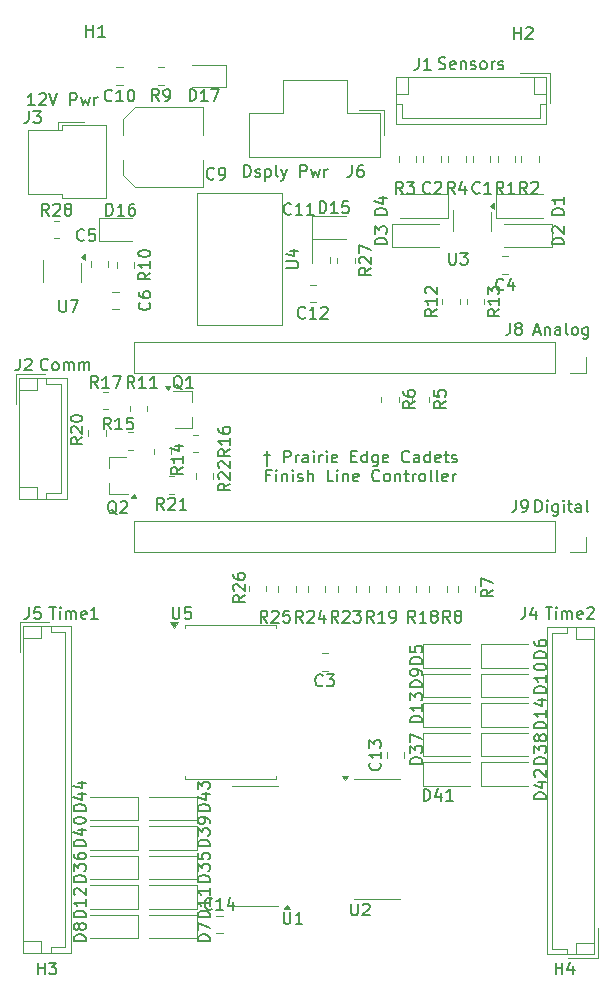
<source format=gbr>
%TF.GenerationSoftware,KiCad,Pcbnew,9.0.5*%
%TF.CreationDate,2025-11-03T04:05:24-05:00*%
%TF.ProjectId,FinishControllerBoard_v1,46696e69-7368-4436-9f6e-74726f6c6c65,rev?*%
%TF.SameCoordinates,Original*%
%TF.FileFunction,Legend,Top*%
%TF.FilePolarity,Positive*%
%FSLAX46Y46*%
G04 Gerber Fmt 4.6, Leading zero omitted, Abs format (unit mm)*
G04 Created by KiCad (PCBNEW 9.0.5) date 2025-11-03 04:05:24*
%MOMM*%
%LPD*%
G01*
G04 APERTURE LIST*
%ADD10C,0.100000*%
%ADD11C,0.200000*%
%ADD12C,0.150000*%
%ADD13C,0.120000*%
G04 APERTURE END LIST*
D10*
X206165000Y13673752D02*
X206165000Y16712500D01*
D11*
X202073332Y-3040608D02*
X202549522Y-3040608D01*
X202311427Y-2707275D02*
X202311427Y-4040608D01*
X203739999Y-3707275D02*
X203739999Y-2707275D01*
X203739999Y-2707275D02*
X204120951Y-2707275D01*
X204120951Y-2707275D02*
X204216189Y-2754894D01*
X204216189Y-2754894D02*
X204263808Y-2802513D01*
X204263808Y-2802513D02*
X204311427Y-2897751D01*
X204311427Y-2897751D02*
X204311427Y-3040608D01*
X204311427Y-3040608D02*
X204263808Y-3135846D01*
X204263808Y-3135846D02*
X204216189Y-3183465D01*
X204216189Y-3183465D02*
X204120951Y-3231084D01*
X204120951Y-3231084D02*
X203739999Y-3231084D01*
X204739999Y-3707275D02*
X204739999Y-3040608D01*
X204739999Y-3231084D02*
X204787618Y-3135846D01*
X204787618Y-3135846D02*
X204835237Y-3088227D01*
X204835237Y-3088227D02*
X204930475Y-3040608D01*
X204930475Y-3040608D02*
X205025713Y-3040608D01*
X205787618Y-3707275D02*
X205787618Y-3183465D01*
X205787618Y-3183465D02*
X205739999Y-3088227D01*
X205739999Y-3088227D02*
X205644761Y-3040608D01*
X205644761Y-3040608D02*
X205454285Y-3040608D01*
X205454285Y-3040608D02*
X205359047Y-3088227D01*
X205787618Y-3659656D02*
X205692380Y-3707275D01*
X205692380Y-3707275D02*
X205454285Y-3707275D01*
X205454285Y-3707275D02*
X205359047Y-3659656D01*
X205359047Y-3659656D02*
X205311428Y-3564417D01*
X205311428Y-3564417D02*
X205311428Y-3469179D01*
X205311428Y-3469179D02*
X205359047Y-3373941D01*
X205359047Y-3373941D02*
X205454285Y-3326322D01*
X205454285Y-3326322D02*
X205692380Y-3326322D01*
X205692380Y-3326322D02*
X205787618Y-3278703D01*
X206263809Y-3707275D02*
X206263809Y-3040608D01*
X206263809Y-2707275D02*
X206216190Y-2754894D01*
X206216190Y-2754894D02*
X206263809Y-2802513D01*
X206263809Y-2802513D02*
X206311428Y-2754894D01*
X206311428Y-2754894D02*
X206263809Y-2707275D01*
X206263809Y-2707275D02*
X206263809Y-2802513D01*
X206739999Y-3707275D02*
X206739999Y-3040608D01*
X206739999Y-3231084D02*
X206787618Y-3135846D01*
X206787618Y-3135846D02*
X206835237Y-3088227D01*
X206835237Y-3088227D02*
X206930475Y-3040608D01*
X206930475Y-3040608D02*
X207025713Y-3040608D01*
X207359047Y-3707275D02*
X207359047Y-3040608D01*
X207359047Y-2707275D02*
X207311428Y-2754894D01*
X207311428Y-2754894D02*
X207359047Y-2802513D01*
X207359047Y-2802513D02*
X207406666Y-2754894D01*
X207406666Y-2754894D02*
X207359047Y-2707275D01*
X207359047Y-2707275D02*
X207359047Y-2802513D01*
X208216189Y-3659656D02*
X208120951Y-3707275D01*
X208120951Y-3707275D02*
X207930475Y-3707275D01*
X207930475Y-3707275D02*
X207835237Y-3659656D01*
X207835237Y-3659656D02*
X207787618Y-3564417D01*
X207787618Y-3564417D02*
X207787618Y-3183465D01*
X207787618Y-3183465D02*
X207835237Y-3088227D01*
X207835237Y-3088227D02*
X207930475Y-3040608D01*
X207930475Y-3040608D02*
X208120951Y-3040608D01*
X208120951Y-3040608D02*
X208216189Y-3088227D01*
X208216189Y-3088227D02*
X208263808Y-3183465D01*
X208263808Y-3183465D02*
X208263808Y-3278703D01*
X208263808Y-3278703D02*
X207787618Y-3373941D01*
X209454285Y-3183465D02*
X209787618Y-3183465D01*
X209930475Y-3707275D02*
X209454285Y-3707275D01*
X209454285Y-3707275D02*
X209454285Y-2707275D01*
X209454285Y-2707275D02*
X209930475Y-2707275D01*
X210787618Y-3707275D02*
X210787618Y-2707275D01*
X210787618Y-3659656D02*
X210692380Y-3707275D01*
X210692380Y-3707275D02*
X210501904Y-3707275D01*
X210501904Y-3707275D02*
X210406666Y-3659656D01*
X210406666Y-3659656D02*
X210359047Y-3612036D01*
X210359047Y-3612036D02*
X210311428Y-3516798D01*
X210311428Y-3516798D02*
X210311428Y-3231084D01*
X210311428Y-3231084D02*
X210359047Y-3135846D01*
X210359047Y-3135846D02*
X210406666Y-3088227D01*
X210406666Y-3088227D02*
X210501904Y-3040608D01*
X210501904Y-3040608D02*
X210692380Y-3040608D01*
X210692380Y-3040608D02*
X210787618Y-3088227D01*
X211692380Y-3040608D02*
X211692380Y-3850132D01*
X211692380Y-3850132D02*
X211644761Y-3945370D01*
X211644761Y-3945370D02*
X211597142Y-3992989D01*
X211597142Y-3992989D02*
X211501904Y-4040608D01*
X211501904Y-4040608D02*
X211359047Y-4040608D01*
X211359047Y-4040608D02*
X211263809Y-3992989D01*
X211692380Y-3659656D02*
X211597142Y-3707275D01*
X211597142Y-3707275D02*
X211406666Y-3707275D01*
X211406666Y-3707275D02*
X211311428Y-3659656D01*
X211311428Y-3659656D02*
X211263809Y-3612036D01*
X211263809Y-3612036D02*
X211216190Y-3516798D01*
X211216190Y-3516798D02*
X211216190Y-3231084D01*
X211216190Y-3231084D02*
X211263809Y-3135846D01*
X211263809Y-3135846D02*
X211311428Y-3088227D01*
X211311428Y-3088227D02*
X211406666Y-3040608D01*
X211406666Y-3040608D02*
X211597142Y-3040608D01*
X211597142Y-3040608D02*
X211692380Y-3088227D01*
X212549523Y-3659656D02*
X212454285Y-3707275D01*
X212454285Y-3707275D02*
X212263809Y-3707275D01*
X212263809Y-3707275D02*
X212168571Y-3659656D01*
X212168571Y-3659656D02*
X212120952Y-3564417D01*
X212120952Y-3564417D02*
X212120952Y-3183465D01*
X212120952Y-3183465D02*
X212168571Y-3088227D01*
X212168571Y-3088227D02*
X212263809Y-3040608D01*
X212263809Y-3040608D02*
X212454285Y-3040608D01*
X212454285Y-3040608D02*
X212549523Y-3088227D01*
X212549523Y-3088227D02*
X212597142Y-3183465D01*
X212597142Y-3183465D02*
X212597142Y-3278703D01*
X212597142Y-3278703D02*
X212120952Y-3373941D01*
X214359047Y-3612036D02*
X214311428Y-3659656D01*
X214311428Y-3659656D02*
X214168571Y-3707275D01*
X214168571Y-3707275D02*
X214073333Y-3707275D01*
X214073333Y-3707275D02*
X213930476Y-3659656D01*
X213930476Y-3659656D02*
X213835238Y-3564417D01*
X213835238Y-3564417D02*
X213787619Y-3469179D01*
X213787619Y-3469179D02*
X213740000Y-3278703D01*
X213740000Y-3278703D02*
X213740000Y-3135846D01*
X213740000Y-3135846D02*
X213787619Y-2945370D01*
X213787619Y-2945370D02*
X213835238Y-2850132D01*
X213835238Y-2850132D02*
X213930476Y-2754894D01*
X213930476Y-2754894D02*
X214073333Y-2707275D01*
X214073333Y-2707275D02*
X214168571Y-2707275D01*
X214168571Y-2707275D02*
X214311428Y-2754894D01*
X214311428Y-2754894D02*
X214359047Y-2802513D01*
X215216190Y-3707275D02*
X215216190Y-3183465D01*
X215216190Y-3183465D02*
X215168571Y-3088227D01*
X215168571Y-3088227D02*
X215073333Y-3040608D01*
X215073333Y-3040608D02*
X214882857Y-3040608D01*
X214882857Y-3040608D02*
X214787619Y-3088227D01*
X215216190Y-3659656D02*
X215120952Y-3707275D01*
X215120952Y-3707275D02*
X214882857Y-3707275D01*
X214882857Y-3707275D02*
X214787619Y-3659656D01*
X214787619Y-3659656D02*
X214740000Y-3564417D01*
X214740000Y-3564417D02*
X214740000Y-3469179D01*
X214740000Y-3469179D02*
X214787619Y-3373941D01*
X214787619Y-3373941D02*
X214882857Y-3326322D01*
X214882857Y-3326322D02*
X215120952Y-3326322D01*
X215120952Y-3326322D02*
X215216190Y-3278703D01*
X216120952Y-3707275D02*
X216120952Y-2707275D01*
X216120952Y-3659656D02*
X216025714Y-3707275D01*
X216025714Y-3707275D02*
X215835238Y-3707275D01*
X215835238Y-3707275D02*
X215740000Y-3659656D01*
X215740000Y-3659656D02*
X215692381Y-3612036D01*
X215692381Y-3612036D02*
X215644762Y-3516798D01*
X215644762Y-3516798D02*
X215644762Y-3231084D01*
X215644762Y-3231084D02*
X215692381Y-3135846D01*
X215692381Y-3135846D02*
X215740000Y-3088227D01*
X215740000Y-3088227D02*
X215835238Y-3040608D01*
X215835238Y-3040608D02*
X216025714Y-3040608D01*
X216025714Y-3040608D02*
X216120952Y-3088227D01*
X216978095Y-3659656D02*
X216882857Y-3707275D01*
X216882857Y-3707275D02*
X216692381Y-3707275D01*
X216692381Y-3707275D02*
X216597143Y-3659656D01*
X216597143Y-3659656D02*
X216549524Y-3564417D01*
X216549524Y-3564417D02*
X216549524Y-3183465D01*
X216549524Y-3183465D02*
X216597143Y-3088227D01*
X216597143Y-3088227D02*
X216692381Y-3040608D01*
X216692381Y-3040608D02*
X216882857Y-3040608D01*
X216882857Y-3040608D02*
X216978095Y-3088227D01*
X216978095Y-3088227D02*
X217025714Y-3183465D01*
X217025714Y-3183465D02*
X217025714Y-3278703D01*
X217025714Y-3278703D02*
X216549524Y-3373941D01*
X217311429Y-3040608D02*
X217692381Y-3040608D01*
X217454286Y-2707275D02*
X217454286Y-3564417D01*
X217454286Y-3564417D02*
X217501905Y-3659656D01*
X217501905Y-3659656D02*
X217597143Y-3707275D01*
X217597143Y-3707275D02*
X217692381Y-3707275D01*
X217978096Y-3659656D02*
X218073334Y-3707275D01*
X218073334Y-3707275D02*
X218263810Y-3707275D01*
X218263810Y-3707275D02*
X218359048Y-3659656D01*
X218359048Y-3659656D02*
X218406667Y-3564417D01*
X218406667Y-3564417D02*
X218406667Y-3516798D01*
X218406667Y-3516798D02*
X218359048Y-3421560D01*
X218359048Y-3421560D02*
X218263810Y-3373941D01*
X218263810Y-3373941D02*
X218120953Y-3373941D01*
X218120953Y-3373941D02*
X218025715Y-3326322D01*
X218025715Y-3326322D02*
X217978096Y-3231084D01*
X217978096Y-3231084D02*
X217978096Y-3183465D01*
X217978096Y-3183465D02*
X218025715Y-3088227D01*
X218025715Y-3088227D02*
X218120953Y-3040608D01*
X218120953Y-3040608D02*
X218263810Y-3040608D01*
X218263810Y-3040608D02*
X218359048Y-3088227D01*
X202597141Y-4793409D02*
X202263808Y-4793409D01*
X202263808Y-5317219D02*
X202263808Y-4317219D01*
X202263808Y-4317219D02*
X202739998Y-4317219D01*
X203120951Y-5317219D02*
X203120951Y-4650552D01*
X203120951Y-4317219D02*
X203073332Y-4364838D01*
X203073332Y-4364838D02*
X203120951Y-4412457D01*
X203120951Y-4412457D02*
X203168570Y-4364838D01*
X203168570Y-4364838D02*
X203120951Y-4317219D01*
X203120951Y-4317219D02*
X203120951Y-4412457D01*
X203597141Y-4650552D02*
X203597141Y-5317219D01*
X203597141Y-4745790D02*
X203644760Y-4698171D01*
X203644760Y-4698171D02*
X203739998Y-4650552D01*
X203739998Y-4650552D02*
X203882855Y-4650552D01*
X203882855Y-4650552D02*
X203978093Y-4698171D01*
X203978093Y-4698171D02*
X204025712Y-4793409D01*
X204025712Y-4793409D02*
X204025712Y-5317219D01*
X204501903Y-5317219D02*
X204501903Y-4650552D01*
X204501903Y-4317219D02*
X204454284Y-4364838D01*
X204454284Y-4364838D02*
X204501903Y-4412457D01*
X204501903Y-4412457D02*
X204549522Y-4364838D01*
X204549522Y-4364838D02*
X204501903Y-4317219D01*
X204501903Y-4317219D02*
X204501903Y-4412457D01*
X204930474Y-5269600D02*
X205025712Y-5317219D01*
X205025712Y-5317219D02*
X205216188Y-5317219D01*
X205216188Y-5317219D02*
X205311426Y-5269600D01*
X205311426Y-5269600D02*
X205359045Y-5174361D01*
X205359045Y-5174361D02*
X205359045Y-5126742D01*
X205359045Y-5126742D02*
X205311426Y-5031504D01*
X205311426Y-5031504D02*
X205216188Y-4983885D01*
X205216188Y-4983885D02*
X205073331Y-4983885D01*
X205073331Y-4983885D02*
X204978093Y-4936266D01*
X204978093Y-4936266D02*
X204930474Y-4841028D01*
X204930474Y-4841028D02*
X204930474Y-4793409D01*
X204930474Y-4793409D02*
X204978093Y-4698171D01*
X204978093Y-4698171D02*
X205073331Y-4650552D01*
X205073331Y-4650552D02*
X205216188Y-4650552D01*
X205216188Y-4650552D02*
X205311426Y-4698171D01*
X205787617Y-5317219D02*
X205787617Y-4317219D01*
X206216188Y-5317219D02*
X206216188Y-4793409D01*
X206216188Y-4793409D02*
X206168569Y-4698171D01*
X206168569Y-4698171D02*
X206073331Y-4650552D01*
X206073331Y-4650552D02*
X205930474Y-4650552D01*
X205930474Y-4650552D02*
X205835236Y-4698171D01*
X205835236Y-4698171D02*
X205787617Y-4745790D01*
X207930474Y-5317219D02*
X207454284Y-5317219D01*
X207454284Y-5317219D02*
X207454284Y-4317219D01*
X208263808Y-5317219D02*
X208263808Y-4650552D01*
X208263808Y-4317219D02*
X208216189Y-4364838D01*
X208216189Y-4364838D02*
X208263808Y-4412457D01*
X208263808Y-4412457D02*
X208311427Y-4364838D01*
X208311427Y-4364838D02*
X208263808Y-4317219D01*
X208263808Y-4317219D02*
X208263808Y-4412457D01*
X208739998Y-4650552D02*
X208739998Y-5317219D01*
X208739998Y-4745790D02*
X208787617Y-4698171D01*
X208787617Y-4698171D02*
X208882855Y-4650552D01*
X208882855Y-4650552D02*
X209025712Y-4650552D01*
X209025712Y-4650552D02*
X209120950Y-4698171D01*
X209120950Y-4698171D02*
X209168569Y-4793409D01*
X209168569Y-4793409D02*
X209168569Y-5317219D01*
X210025712Y-5269600D02*
X209930474Y-5317219D01*
X209930474Y-5317219D02*
X209739998Y-5317219D01*
X209739998Y-5317219D02*
X209644760Y-5269600D01*
X209644760Y-5269600D02*
X209597141Y-5174361D01*
X209597141Y-5174361D02*
X209597141Y-4793409D01*
X209597141Y-4793409D02*
X209644760Y-4698171D01*
X209644760Y-4698171D02*
X209739998Y-4650552D01*
X209739998Y-4650552D02*
X209930474Y-4650552D01*
X209930474Y-4650552D02*
X210025712Y-4698171D01*
X210025712Y-4698171D02*
X210073331Y-4793409D01*
X210073331Y-4793409D02*
X210073331Y-4888647D01*
X210073331Y-4888647D02*
X209597141Y-4983885D01*
X211835236Y-5221980D02*
X211787617Y-5269600D01*
X211787617Y-5269600D02*
X211644760Y-5317219D01*
X211644760Y-5317219D02*
X211549522Y-5317219D01*
X211549522Y-5317219D02*
X211406665Y-5269600D01*
X211406665Y-5269600D02*
X211311427Y-5174361D01*
X211311427Y-5174361D02*
X211263808Y-5079123D01*
X211263808Y-5079123D02*
X211216189Y-4888647D01*
X211216189Y-4888647D02*
X211216189Y-4745790D01*
X211216189Y-4745790D02*
X211263808Y-4555314D01*
X211263808Y-4555314D02*
X211311427Y-4460076D01*
X211311427Y-4460076D02*
X211406665Y-4364838D01*
X211406665Y-4364838D02*
X211549522Y-4317219D01*
X211549522Y-4317219D02*
X211644760Y-4317219D01*
X211644760Y-4317219D02*
X211787617Y-4364838D01*
X211787617Y-4364838D02*
X211835236Y-4412457D01*
X212406665Y-5317219D02*
X212311427Y-5269600D01*
X212311427Y-5269600D02*
X212263808Y-5221980D01*
X212263808Y-5221980D02*
X212216189Y-5126742D01*
X212216189Y-5126742D02*
X212216189Y-4841028D01*
X212216189Y-4841028D02*
X212263808Y-4745790D01*
X212263808Y-4745790D02*
X212311427Y-4698171D01*
X212311427Y-4698171D02*
X212406665Y-4650552D01*
X212406665Y-4650552D02*
X212549522Y-4650552D01*
X212549522Y-4650552D02*
X212644760Y-4698171D01*
X212644760Y-4698171D02*
X212692379Y-4745790D01*
X212692379Y-4745790D02*
X212739998Y-4841028D01*
X212739998Y-4841028D02*
X212739998Y-5126742D01*
X212739998Y-5126742D02*
X212692379Y-5221980D01*
X212692379Y-5221980D02*
X212644760Y-5269600D01*
X212644760Y-5269600D02*
X212549522Y-5317219D01*
X212549522Y-5317219D02*
X212406665Y-5317219D01*
X213168570Y-4650552D02*
X213168570Y-5317219D01*
X213168570Y-4745790D02*
X213216189Y-4698171D01*
X213216189Y-4698171D02*
X213311427Y-4650552D01*
X213311427Y-4650552D02*
X213454284Y-4650552D01*
X213454284Y-4650552D02*
X213549522Y-4698171D01*
X213549522Y-4698171D02*
X213597141Y-4793409D01*
X213597141Y-4793409D02*
X213597141Y-5317219D01*
X213930475Y-4650552D02*
X214311427Y-4650552D01*
X214073332Y-4317219D02*
X214073332Y-5174361D01*
X214073332Y-5174361D02*
X214120951Y-5269600D01*
X214120951Y-5269600D02*
X214216189Y-5317219D01*
X214216189Y-5317219D02*
X214311427Y-5317219D01*
X214644761Y-5317219D02*
X214644761Y-4650552D01*
X214644761Y-4841028D02*
X214692380Y-4745790D01*
X214692380Y-4745790D02*
X214739999Y-4698171D01*
X214739999Y-4698171D02*
X214835237Y-4650552D01*
X214835237Y-4650552D02*
X214930475Y-4650552D01*
X215406666Y-5317219D02*
X215311428Y-5269600D01*
X215311428Y-5269600D02*
X215263809Y-5221980D01*
X215263809Y-5221980D02*
X215216190Y-5126742D01*
X215216190Y-5126742D02*
X215216190Y-4841028D01*
X215216190Y-4841028D02*
X215263809Y-4745790D01*
X215263809Y-4745790D02*
X215311428Y-4698171D01*
X215311428Y-4698171D02*
X215406666Y-4650552D01*
X215406666Y-4650552D02*
X215549523Y-4650552D01*
X215549523Y-4650552D02*
X215644761Y-4698171D01*
X215644761Y-4698171D02*
X215692380Y-4745790D01*
X215692380Y-4745790D02*
X215739999Y-4841028D01*
X215739999Y-4841028D02*
X215739999Y-5126742D01*
X215739999Y-5126742D02*
X215692380Y-5221980D01*
X215692380Y-5221980D02*
X215644761Y-5269600D01*
X215644761Y-5269600D02*
X215549523Y-5317219D01*
X215549523Y-5317219D02*
X215406666Y-5317219D01*
X216311428Y-5317219D02*
X216216190Y-5269600D01*
X216216190Y-5269600D02*
X216168571Y-5174361D01*
X216168571Y-5174361D02*
X216168571Y-4317219D01*
X216835238Y-5317219D02*
X216740000Y-5269600D01*
X216740000Y-5269600D02*
X216692381Y-5174361D01*
X216692381Y-5174361D02*
X216692381Y-4317219D01*
X217597143Y-5269600D02*
X217501905Y-5317219D01*
X217501905Y-5317219D02*
X217311429Y-5317219D01*
X217311429Y-5317219D02*
X217216191Y-5269600D01*
X217216191Y-5269600D02*
X217168572Y-5174361D01*
X217168572Y-5174361D02*
X217168572Y-4793409D01*
X217168572Y-4793409D02*
X217216191Y-4698171D01*
X217216191Y-4698171D02*
X217311429Y-4650552D01*
X217311429Y-4650552D02*
X217501905Y-4650552D01*
X217501905Y-4650552D02*
X217597143Y-4698171D01*
X217597143Y-4698171D02*
X217644762Y-4793409D01*
X217644762Y-4793409D02*
X217644762Y-4888647D01*
X217644762Y-4888647D02*
X217168572Y-4983885D01*
X218073334Y-5317219D02*
X218073334Y-4650552D01*
X218073334Y-4841028D02*
X218120953Y-4745790D01*
X218120953Y-4745790D02*
X218168572Y-4698171D01*
X218168572Y-4698171D02*
X218263810Y-4650552D01*
X218263810Y-4650552D02*
X218359048Y-4650552D01*
D12*
X187038095Y32345180D02*
X187038095Y33345180D01*
X187038095Y32868990D02*
X187609523Y32868990D01*
X187609523Y32345180D02*
X187609523Y33345180D01*
X188609523Y32345180D02*
X188038095Y32345180D01*
X188323809Y32345180D02*
X188323809Y33345180D01*
X188323809Y33345180D02*
X188228571Y33202323D01*
X188228571Y33202323D02*
X188133333Y33107085D01*
X188133333Y33107085D02*
X188038095Y33059466D01*
X217833333Y-17267319D02*
X217500000Y-16791128D01*
X217261905Y-17267319D02*
X217261905Y-16267319D01*
X217261905Y-16267319D02*
X217642857Y-16267319D01*
X217642857Y-16267319D02*
X217738095Y-16314938D01*
X217738095Y-16314938D02*
X217785714Y-16362557D01*
X217785714Y-16362557D02*
X217833333Y-16457795D01*
X217833333Y-16457795D02*
X217833333Y-16600652D01*
X217833333Y-16600652D02*
X217785714Y-16695890D01*
X217785714Y-16695890D02*
X217738095Y-16743509D01*
X217738095Y-16743509D02*
X217642857Y-16791128D01*
X217642857Y-16791128D02*
X217261905Y-16791128D01*
X218404762Y-16695890D02*
X218309524Y-16648271D01*
X218309524Y-16648271D02*
X218261905Y-16600652D01*
X218261905Y-16600652D02*
X218214286Y-16505414D01*
X218214286Y-16505414D02*
X218214286Y-16457795D01*
X218214286Y-16457795D02*
X218261905Y-16362557D01*
X218261905Y-16362557D02*
X218309524Y-16314938D01*
X218309524Y-16314938D02*
X218404762Y-16267319D01*
X218404762Y-16267319D02*
X218595238Y-16267319D01*
X218595238Y-16267319D02*
X218690476Y-16314938D01*
X218690476Y-16314938D02*
X218738095Y-16362557D01*
X218738095Y-16362557D02*
X218785714Y-16457795D01*
X218785714Y-16457795D02*
X218785714Y-16505414D01*
X218785714Y-16505414D02*
X218738095Y-16600652D01*
X218738095Y-16600652D02*
X218690476Y-16648271D01*
X218690476Y-16648271D02*
X218595238Y-16695890D01*
X218595238Y-16695890D02*
X218404762Y-16695890D01*
X218404762Y-16695890D02*
X218309524Y-16743509D01*
X218309524Y-16743509D02*
X218261905Y-16791128D01*
X218261905Y-16791128D02*
X218214286Y-16886366D01*
X218214286Y-16886366D02*
X218214286Y-17076842D01*
X218214286Y-17076842D02*
X218261905Y-17172080D01*
X218261905Y-17172080D02*
X218309524Y-17219700D01*
X218309524Y-17219700D02*
X218404762Y-17267319D01*
X218404762Y-17267319D02*
X218595238Y-17267319D01*
X218595238Y-17267319D02*
X218690476Y-17219700D01*
X218690476Y-17219700D02*
X218738095Y-17172080D01*
X218738095Y-17172080D02*
X218785714Y-17076842D01*
X218785714Y-17076842D02*
X218785714Y-16886366D01*
X218785714Y-16886366D02*
X218738095Y-16791128D01*
X218738095Y-16791128D02*
X218690476Y-16743509D01*
X218690476Y-16743509D02*
X218595238Y-16695890D01*
X205357142Y-17267319D02*
X205023809Y-16791128D01*
X204785714Y-17267319D02*
X204785714Y-16267319D01*
X204785714Y-16267319D02*
X205166666Y-16267319D01*
X205166666Y-16267319D02*
X205261904Y-16314938D01*
X205261904Y-16314938D02*
X205309523Y-16362557D01*
X205309523Y-16362557D02*
X205357142Y-16457795D01*
X205357142Y-16457795D02*
X205357142Y-16600652D01*
X205357142Y-16600652D02*
X205309523Y-16695890D01*
X205309523Y-16695890D02*
X205261904Y-16743509D01*
X205261904Y-16743509D02*
X205166666Y-16791128D01*
X205166666Y-16791128D02*
X204785714Y-16791128D01*
X205738095Y-16362557D02*
X205785714Y-16314938D01*
X205785714Y-16314938D02*
X205880952Y-16267319D01*
X205880952Y-16267319D02*
X206119047Y-16267319D01*
X206119047Y-16267319D02*
X206214285Y-16314938D01*
X206214285Y-16314938D02*
X206261904Y-16362557D01*
X206261904Y-16362557D02*
X206309523Y-16457795D01*
X206309523Y-16457795D02*
X206309523Y-16553033D01*
X206309523Y-16553033D02*
X206261904Y-16695890D01*
X206261904Y-16695890D02*
X205690476Y-17267319D01*
X205690476Y-17267319D02*
X206309523Y-17267319D01*
X207166666Y-16600652D02*
X207166666Y-17267319D01*
X206928571Y-16219700D02*
X206690476Y-16933985D01*
X206690476Y-16933985D02*
X207309523Y-16933985D01*
X215454819Y-22738094D02*
X214454819Y-22738094D01*
X214454819Y-22738094D02*
X214454819Y-22499999D01*
X214454819Y-22499999D02*
X214502438Y-22357142D01*
X214502438Y-22357142D02*
X214597676Y-22261904D01*
X214597676Y-22261904D02*
X214692914Y-22214285D01*
X214692914Y-22214285D02*
X214883390Y-22166666D01*
X214883390Y-22166666D02*
X215026247Y-22166666D01*
X215026247Y-22166666D02*
X215216723Y-22214285D01*
X215216723Y-22214285D02*
X215311961Y-22261904D01*
X215311961Y-22261904D02*
X215407200Y-22357142D01*
X215407200Y-22357142D02*
X215454819Y-22499999D01*
X215454819Y-22499999D02*
X215454819Y-22738094D01*
X215454819Y-21690475D02*
X215454819Y-21499999D01*
X215454819Y-21499999D02*
X215407200Y-21404761D01*
X215407200Y-21404761D02*
X215359580Y-21357142D01*
X215359580Y-21357142D02*
X215216723Y-21261904D01*
X215216723Y-21261904D02*
X215026247Y-21214285D01*
X215026247Y-21214285D02*
X214645295Y-21214285D01*
X214645295Y-21214285D02*
X214550057Y-21261904D01*
X214550057Y-21261904D02*
X214502438Y-21309523D01*
X214502438Y-21309523D02*
X214454819Y-21404761D01*
X214454819Y-21404761D02*
X214454819Y-21595237D01*
X214454819Y-21595237D02*
X214502438Y-21690475D01*
X214502438Y-21690475D02*
X214550057Y-21738094D01*
X214550057Y-21738094D02*
X214645295Y-21785713D01*
X214645295Y-21785713D02*
X214883390Y-21785713D01*
X214883390Y-21785713D02*
X214978628Y-21738094D01*
X214978628Y-21738094D02*
X215026247Y-21690475D01*
X215026247Y-21690475D02*
X215073866Y-21595237D01*
X215073866Y-21595237D02*
X215073866Y-21404761D01*
X215073866Y-21404761D02*
X215026247Y-21309523D01*
X215026247Y-21309523D02*
X214978628Y-21261904D01*
X214978628Y-21261904D02*
X214883390Y-21214285D01*
X211357142Y-17267319D02*
X211023809Y-16791128D01*
X210785714Y-17267319D02*
X210785714Y-16267319D01*
X210785714Y-16267319D02*
X211166666Y-16267319D01*
X211166666Y-16267319D02*
X211261904Y-16314938D01*
X211261904Y-16314938D02*
X211309523Y-16362557D01*
X211309523Y-16362557D02*
X211357142Y-16457795D01*
X211357142Y-16457795D02*
X211357142Y-16600652D01*
X211357142Y-16600652D02*
X211309523Y-16695890D01*
X211309523Y-16695890D02*
X211261904Y-16743509D01*
X211261904Y-16743509D02*
X211166666Y-16791128D01*
X211166666Y-16791128D02*
X210785714Y-16791128D01*
X212309523Y-17267319D02*
X211738095Y-17267319D01*
X212023809Y-17267319D02*
X212023809Y-16267319D01*
X212023809Y-16267319D02*
X211928571Y-16410176D01*
X211928571Y-16410176D02*
X211833333Y-16505414D01*
X211833333Y-16505414D02*
X211738095Y-16553033D01*
X212785714Y-17267319D02*
X212976190Y-17267319D01*
X212976190Y-17267319D02*
X213071428Y-17219700D01*
X213071428Y-17219700D02*
X213119047Y-17172080D01*
X213119047Y-17172080D02*
X213214285Y-17029223D01*
X213214285Y-17029223D02*
X213261904Y-16838747D01*
X213261904Y-16838747D02*
X213261904Y-16457795D01*
X213261904Y-16457795D02*
X213214285Y-16362557D01*
X213214285Y-16362557D02*
X213166666Y-16314938D01*
X213166666Y-16314938D02*
X213071428Y-16267319D01*
X213071428Y-16267319D02*
X212880952Y-16267319D01*
X212880952Y-16267319D02*
X212785714Y-16314938D01*
X212785714Y-16314938D02*
X212738095Y-16362557D01*
X212738095Y-16362557D02*
X212690476Y-16457795D01*
X212690476Y-16457795D02*
X212690476Y-16695890D01*
X212690476Y-16695890D02*
X212738095Y-16791128D01*
X212738095Y-16791128D02*
X212785714Y-16838747D01*
X212785714Y-16838747D02*
X212880952Y-16886366D01*
X212880952Y-16886366D02*
X213071428Y-16886366D01*
X213071428Y-16886366D02*
X213166666Y-16838747D01*
X213166666Y-16838747D02*
X213214285Y-16791128D01*
X213214285Y-16791128D02*
X213261904Y-16695890D01*
X214857142Y-17267319D02*
X214523809Y-16791128D01*
X214285714Y-17267319D02*
X214285714Y-16267319D01*
X214285714Y-16267319D02*
X214666666Y-16267319D01*
X214666666Y-16267319D02*
X214761904Y-16314938D01*
X214761904Y-16314938D02*
X214809523Y-16362557D01*
X214809523Y-16362557D02*
X214857142Y-16457795D01*
X214857142Y-16457795D02*
X214857142Y-16600652D01*
X214857142Y-16600652D02*
X214809523Y-16695890D01*
X214809523Y-16695890D02*
X214761904Y-16743509D01*
X214761904Y-16743509D02*
X214666666Y-16791128D01*
X214666666Y-16791128D02*
X214285714Y-16791128D01*
X215809523Y-17267319D02*
X215238095Y-17267319D01*
X215523809Y-17267319D02*
X215523809Y-16267319D01*
X215523809Y-16267319D02*
X215428571Y-16410176D01*
X215428571Y-16410176D02*
X215333333Y-16505414D01*
X215333333Y-16505414D02*
X215238095Y-16553033D01*
X216380952Y-16695890D02*
X216285714Y-16648271D01*
X216285714Y-16648271D02*
X216238095Y-16600652D01*
X216238095Y-16600652D02*
X216190476Y-16505414D01*
X216190476Y-16505414D02*
X216190476Y-16457795D01*
X216190476Y-16457795D02*
X216238095Y-16362557D01*
X216238095Y-16362557D02*
X216285714Y-16314938D01*
X216285714Y-16314938D02*
X216380952Y-16267319D01*
X216380952Y-16267319D02*
X216571428Y-16267319D01*
X216571428Y-16267319D02*
X216666666Y-16314938D01*
X216666666Y-16314938D02*
X216714285Y-16362557D01*
X216714285Y-16362557D02*
X216761904Y-16457795D01*
X216761904Y-16457795D02*
X216761904Y-16505414D01*
X216761904Y-16505414D02*
X216714285Y-16600652D01*
X216714285Y-16600652D02*
X216666666Y-16648271D01*
X216666666Y-16648271D02*
X216571428Y-16695890D01*
X216571428Y-16695890D02*
X216380952Y-16695890D01*
X216380952Y-16695890D02*
X216285714Y-16743509D01*
X216285714Y-16743509D02*
X216238095Y-16791128D01*
X216238095Y-16791128D02*
X216190476Y-16886366D01*
X216190476Y-16886366D02*
X216190476Y-17076842D01*
X216190476Y-17076842D02*
X216238095Y-17172080D01*
X216238095Y-17172080D02*
X216285714Y-17219700D01*
X216285714Y-17219700D02*
X216380952Y-17267319D01*
X216380952Y-17267319D02*
X216571428Y-17267319D01*
X216571428Y-17267319D02*
X216666666Y-17219700D01*
X216666666Y-17219700D02*
X216714285Y-17172080D01*
X216714285Y-17172080D02*
X216761904Y-17076842D01*
X216761904Y-17076842D02*
X216761904Y-16886366D01*
X216761904Y-16886366D02*
X216714285Y-16791128D01*
X216714285Y-16791128D02*
X216666666Y-16743509D01*
X216666666Y-16743509D02*
X216571428Y-16695890D01*
X206785714Y17407680D02*
X206785714Y18407680D01*
X206785714Y18407680D02*
X207023809Y18407680D01*
X207023809Y18407680D02*
X207166666Y18360061D01*
X207166666Y18360061D02*
X207261904Y18264823D01*
X207261904Y18264823D02*
X207309523Y18169585D01*
X207309523Y18169585D02*
X207357142Y17979109D01*
X207357142Y17979109D02*
X207357142Y17836252D01*
X207357142Y17836252D02*
X207309523Y17645776D01*
X207309523Y17645776D02*
X207261904Y17550538D01*
X207261904Y17550538D02*
X207166666Y17455300D01*
X207166666Y17455300D02*
X207023809Y17407680D01*
X207023809Y17407680D02*
X206785714Y17407680D01*
X208309523Y17407680D02*
X207738095Y17407680D01*
X208023809Y17407680D02*
X208023809Y18407680D01*
X208023809Y18407680D02*
X207928571Y18264823D01*
X207928571Y18264823D02*
X207833333Y18169585D01*
X207833333Y18169585D02*
X207738095Y18121966D01*
X209214285Y18407680D02*
X208738095Y18407680D01*
X208738095Y18407680D02*
X208690476Y17931490D01*
X208690476Y17931490D02*
X208738095Y17979109D01*
X208738095Y17979109D02*
X208833333Y18026728D01*
X208833333Y18026728D02*
X209071428Y18026728D01*
X209071428Y18026728D02*
X209166666Y17979109D01*
X209166666Y17979109D02*
X209214285Y17931490D01*
X209214285Y17931490D02*
X209261904Y17836252D01*
X209261904Y17836252D02*
X209261904Y17598157D01*
X209261904Y17598157D02*
X209214285Y17502919D01*
X209214285Y17502919D02*
X209166666Y17455300D01*
X209166666Y17455300D02*
X209071428Y17407680D01*
X209071428Y17407680D02*
X208833333Y17407680D01*
X208833333Y17407680D02*
X208738095Y17455300D01*
X208738095Y17455300D02*
X208690476Y17502919D01*
X227454819Y17261905D02*
X226454819Y17261905D01*
X226454819Y17261905D02*
X226454819Y17500000D01*
X226454819Y17500000D02*
X226502438Y17642857D01*
X226502438Y17642857D02*
X226597676Y17738095D01*
X226597676Y17738095D02*
X226692914Y17785714D01*
X226692914Y17785714D02*
X226883390Y17833333D01*
X226883390Y17833333D02*
X227026247Y17833333D01*
X227026247Y17833333D02*
X227216723Y17785714D01*
X227216723Y17785714D02*
X227311961Y17738095D01*
X227311961Y17738095D02*
X227407200Y17642857D01*
X227407200Y17642857D02*
X227454819Y17500000D01*
X227454819Y17500000D02*
X227454819Y17261905D01*
X227454819Y18785714D02*
X227454819Y18214286D01*
X227454819Y18500000D02*
X226454819Y18500000D01*
X226454819Y18500000D02*
X226597676Y18404762D01*
X226597676Y18404762D02*
X226692914Y18309524D01*
X226692914Y18309524D02*
X226740533Y18214286D01*
X199194819Y-5492857D02*
X198718628Y-5826190D01*
X199194819Y-6064285D02*
X198194819Y-6064285D01*
X198194819Y-6064285D02*
X198194819Y-5683333D01*
X198194819Y-5683333D02*
X198242438Y-5588095D01*
X198242438Y-5588095D02*
X198290057Y-5540476D01*
X198290057Y-5540476D02*
X198385295Y-5492857D01*
X198385295Y-5492857D02*
X198528152Y-5492857D01*
X198528152Y-5492857D02*
X198623390Y-5540476D01*
X198623390Y-5540476D02*
X198671009Y-5588095D01*
X198671009Y-5588095D02*
X198718628Y-5683333D01*
X198718628Y-5683333D02*
X198718628Y-6064285D01*
X198290057Y-5111904D02*
X198242438Y-5064285D01*
X198242438Y-5064285D02*
X198194819Y-4969047D01*
X198194819Y-4969047D02*
X198194819Y-4730952D01*
X198194819Y-4730952D02*
X198242438Y-4635714D01*
X198242438Y-4635714D02*
X198290057Y-4588095D01*
X198290057Y-4588095D02*
X198385295Y-4540476D01*
X198385295Y-4540476D02*
X198480533Y-4540476D01*
X198480533Y-4540476D02*
X198623390Y-4588095D01*
X198623390Y-4588095D02*
X199194819Y-5159523D01*
X199194819Y-5159523D02*
X199194819Y-4540476D01*
X198290057Y-4159523D02*
X198242438Y-4111904D01*
X198242438Y-4111904D02*
X198194819Y-4016666D01*
X198194819Y-4016666D02*
X198194819Y-3778571D01*
X198194819Y-3778571D02*
X198242438Y-3683333D01*
X198242438Y-3683333D02*
X198290057Y-3635714D01*
X198290057Y-3635714D02*
X198385295Y-3588095D01*
X198385295Y-3588095D02*
X198480533Y-3588095D01*
X198480533Y-3588095D02*
X198623390Y-3635714D01*
X198623390Y-3635714D02*
X199194819Y-4207142D01*
X199194819Y-4207142D02*
X199194819Y-3588095D01*
X188710714Y17195180D02*
X188710714Y18195180D01*
X188710714Y18195180D02*
X188948809Y18195180D01*
X188948809Y18195180D02*
X189091666Y18147561D01*
X189091666Y18147561D02*
X189186904Y18052323D01*
X189186904Y18052323D02*
X189234523Y17957085D01*
X189234523Y17957085D02*
X189282142Y17766609D01*
X189282142Y17766609D02*
X189282142Y17623752D01*
X189282142Y17623752D02*
X189234523Y17433276D01*
X189234523Y17433276D02*
X189186904Y17338038D01*
X189186904Y17338038D02*
X189091666Y17242800D01*
X189091666Y17242800D02*
X188948809Y17195180D01*
X188948809Y17195180D02*
X188710714Y17195180D01*
X190234523Y17195180D02*
X189663095Y17195180D01*
X189948809Y17195180D02*
X189948809Y18195180D01*
X189948809Y18195180D02*
X189853571Y18052323D01*
X189853571Y18052323D02*
X189758333Y17957085D01*
X189758333Y17957085D02*
X189663095Y17909466D01*
X191091666Y18195180D02*
X190901190Y18195180D01*
X190901190Y18195180D02*
X190805952Y18147561D01*
X190805952Y18147561D02*
X190758333Y18099942D01*
X190758333Y18099942D02*
X190663095Y17957085D01*
X190663095Y17957085D02*
X190615476Y17766609D01*
X190615476Y17766609D02*
X190615476Y17385657D01*
X190615476Y17385657D02*
X190663095Y17290419D01*
X190663095Y17290419D02*
X190710714Y17242800D01*
X190710714Y17242800D02*
X190805952Y17195180D01*
X190805952Y17195180D02*
X190996428Y17195180D01*
X190996428Y17195180D02*
X191091666Y17242800D01*
X191091666Y17242800D02*
X191139285Y17290419D01*
X191139285Y17290419D02*
X191186904Y17385657D01*
X191186904Y17385657D02*
X191186904Y17623752D01*
X191186904Y17623752D02*
X191139285Y17718990D01*
X191139285Y17718990D02*
X191091666Y17766609D01*
X191091666Y17766609D02*
X190996428Y17814228D01*
X190996428Y17814228D02*
X190805952Y17814228D01*
X190805952Y17814228D02*
X190710714Y17766609D01*
X190710714Y17766609D02*
X190663095Y17718990D01*
X190663095Y17718990D02*
X190615476Y17623752D01*
X224333333Y19045180D02*
X224000000Y19521371D01*
X223761905Y19045180D02*
X223761905Y20045180D01*
X223761905Y20045180D02*
X224142857Y20045180D01*
X224142857Y20045180D02*
X224238095Y19997561D01*
X224238095Y19997561D02*
X224285714Y19949942D01*
X224285714Y19949942D02*
X224333333Y19854704D01*
X224333333Y19854704D02*
X224333333Y19711847D01*
X224333333Y19711847D02*
X224285714Y19616609D01*
X224285714Y19616609D02*
X224238095Y19568990D01*
X224238095Y19568990D02*
X224142857Y19521371D01*
X224142857Y19521371D02*
X223761905Y19521371D01*
X224714286Y19949942D02*
X224761905Y19997561D01*
X224761905Y19997561D02*
X224857143Y20045180D01*
X224857143Y20045180D02*
X225095238Y20045180D01*
X225095238Y20045180D02*
X225190476Y19997561D01*
X225190476Y19997561D02*
X225238095Y19949942D01*
X225238095Y19949942D02*
X225285714Y19854704D01*
X225285714Y19854704D02*
X225285714Y19759466D01*
X225285714Y19759466D02*
X225238095Y19616609D01*
X225238095Y19616609D02*
X224666667Y19045180D01*
X224666667Y19045180D02*
X225285714Y19045180D01*
X218233333Y19045180D02*
X217900000Y19521371D01*
X217661905Y19045180D02*
X217661905Y20045180D01*
X217661905Y20045180D02*
X218042857Y20045180D01*
X218042857Y20045180D02*
X218138095Y19997561D01*
X218138095Y19997561D02*
X218185714Y19949942D01*
X218185714Y19949942D02*
X218233333Y19854704D01*
X218233333Y19854704D02*
X218233333Y19711847D01*
X218233333Y19711847D02*
X218185714Y19616609D01*
X218185714Y19616609D02*
X218138095Y19568990D01*
X218138095Y19568990D02*
X218042857Y19521371D01*
X218042857Y19521371D02*
X217661905Y19521371D01*
X219090476Y19711847D02*
X219090476Y19045180D01*
X218852381Y20092800D02*
X218614286Y19378514D01*
X218614286Y19378514D02*
X219233333Y19378514D01*
X186833333Y15140419D02*
X186785714Y15092800D01*
X186785714Y15092800D02*
X186642857Y15045180D01*
X186642857Y15045180D02*
X186547619Y15045180D01*
X186547619Y15045180D02*
X186404762Y15092800D01*
X186404762Y15092800D02*
X186309524Y15188038D01*
X186309524Y15188038D02*
X186261905Y15283276D01*
X186261905Y15283276D02*
X186214286Y15473752D01*
X186214286Y15473752D02*
X186214286Y15616609D01*
X186214286Y15616609D02*
X186261905Y15807085D01*
X186261905Y15807085D02*
X186309524Y15902323D01*
X186309524Y15902323D02*
X186404762Y15997561D01*
X186404762Y15997561D02*
X186547619Y16045180D01*
X186547619Y16045180D02*
X186642857Y16045180D01*
X186642857Y16045180D02*
X186785714Y15997561D01*
X186785714Y15997561D02*
X186833333Y15949942D01*
X187738095Y16045180D02*
X187261905Y16045180D01*
X187261905Y16045180D02*
X187214286Y15568990D01*
X187214286Y15568990D02*
X187261905Y15616609D01*
X187261905Y15616609D02*
X187357143Y15664228D01*
X187357143Y15664228D02*
X187595238Y15664228D01*
X187595238Y15664228D02*
X187690476Y15616609D01*
X187690476Y15616609D02*
X187738095Y15568990D01*
X187738095Y15568990D02*
X187785714Y15473752D01*
X187785714Y15473752D02*
X187785714Y15235657D01*
X187785714Y15235657D02*
X187738095Y15140419D01*
X187738095Y15140419D02*
X187690476Y15092800D01*
X187690476Y15092800D02*
X187595238Y15045180D01*
X187595238Y15045180D02*
X187357143Y15045180D01*
X187357143Y15045180D02*
X187261905Y15092800D01*
X187261905Y15092800D02*
X187214286Y15140419D01*
X193597142Y-7704819D02*
X193263809Y-7228628D01*
X193025714Y-7704819D02*
X193025714Y-6704819D01*
X193025714Y-6704819D02*
X193406666Y-6704819D01*
X193406666Y-6704819D02*
X193501904Y-6752438D01*
X193501904Y-6752438D02*
X193549523Y-6800057D01*
X193549523Y-6800057D02*
X193597142Y-6895295D01*
X193597142Y-6895295D02*
X193597142Y-7038152D01*
X193597142Y-7038152D02*
X193549523Y-7133390D01*
X193549523Y-7133390D02*
X193501904Y-7181009D01*
X193501904Y-7181009D02*
X193406666Y-7228628D01*
X193406666Y-7228628D02*
X193025714Y-7228628D01*
X193978095Y-6800057D02*
X194025714Y-6752438D01*
X194025714Y-6752438D02*
X194120952Y-6704819D01*
X194120952Y-6704819D02*
X194359047Y-6704819D01*
X194359047Y-6704819D02*
X194454285Y-6752438D01*
X194454285Y-6752438D02*
X194501904Y-6800057D01*
X194501904Y-6800057D02*
X194549523Y-6895295D01*
X194549523Y-6895295D02*
X194549523Y-6990533D01*
X194549523Y-6990533D02*
X194501904Y-7133390D01*
X194501904Y-7133390D02*
X193930476Y-7704819D01*
X193930476Y-7704819D02*
X194549523Y-7704819D01*
X195501904Y-7704819D02*
X194930476Y-7704819D01*
X195216190Y-7704819D02*
X195216190Y-6704819D01*
X195216190Y-6704819D02*
X195120952Y-6847676D01*
X195120952Y-6847676D02*
X195025714Y-6942914D01*
X195025714Y-6942914D02*
X194930476Y-6990533D01*
X217738095Y14045180D02*
X217738095Y13235657D01*
X217738095Y13235657D02*
X217785714Y13140419D01*
X217785714Y13140419D02*
X217833333Y13092800D01*
X217833333Y13092800D02*
X217928571Y13045180D01*
X217928571Y13045180D02*
X218119047Y13045180D01*
X218119047Y13045180D02*
X218214285Y13092800D01*
X218214285Y13092800D02*
X218261904Y13140419D01*
X218261904Y13140419D02*
X218309523Y13235657D01*
X218309523Y13235657D02*
X218309523Y14045180D01*
X218690476Y14045180D02*
X219309523Y14045180D01*
X219309523Y14045180D02*
X218976190Y13664228D01*
X218976190Y13664228D02*
X219119047Y13664228D01*
X219119047Y13664228D02*
X219214285Y13616609D01*
X219214285Y13616609D02*
X219261904Y13568990D01*
X219261904Y13568990D02*
X219309523Y13473752D01*
X219309523Y13473752D02*
X219309523Y13235657D01*
X219309523Y13235657D02*
X219261904Y13140419D01*
X219261904Y13140419D02*
X219214285Y13092800D01*
X219214285Y13092800D02*
X219119047Y13045180D01*
X219119047Y13045180D02*
X218833333Y13045180D01*
X218833333Y13045180D02*
X218738095Y13092800D01*
X218738095Y13092800D02*
X218690476Y13140419D01*
X225954819Y-23214285D02*
X224954819Y-23214285D01*
X224954819Y-23214285D02*
X224954819Y-22976190D01*
X224954819Y-22976190D02*
X225002438Y-22833333D01*
X225002438Y-22833333D02*
X225097676Y-22738095D01*
X225097676Y-22738095D02*
X225192914Y-22690476D01*
X225192914Y-22690476D02*
X225383390Y-22642857D01*
X225383390Y-22642857D02*
X225526247Y-22642857D01*
X225526247Y-22642857D02*
X225716723Y-22690476D01*
X225716723Y-22690476D02*
X225811961Y-22738095D01*
X225811961Y-22738095D02*
X225907200Y-22833333D01*
X225907200Y-22833333D02*
X225954819Y-22976190D01*
X225954819Y-22976190D02*
X225954819Y-23214285D01*
X225954819Y-21690476D02*
X225954819Y-22261904D01*
X225954819Y-21976190D02*
X224954819Y-21976190D01*
X224954819Y-21976190D02*
X225097676Y-22071428D01*
X225097676Y-22071428D02*
X225192914Y-22166666D01*
X225192914Y-22166666D02*
X225240533Y-22261904D01*
X224954819Y-21071428D02*
X224954819Y-20976190D01*
X224954819Y-20976190D02*
X225002438Y-20880952D01*
X225002438Y-20880952D02*
X225050057Y-20833333D01*
X225050057Y-20833333D02*
X225145295Y-20785714D01*
X225145295Y-20785714D02*
X225335771Y-20738095D01*
X225335771Y-20738095D02*
X225573866Y-20738095D01*
X225573866Y-20738095D02*
X225764342Y-20785714D01*
X225764342Y-20785714D02*
X225859580Y-20833333D01*
X225859580Y-20833333D02*
X225907200Y-20880952D01*
X225907200Y-20880952D02*
X225954819Y-20976190D01*
X225954819Y-20976190D02*
X225954819Y-21071428D01*
X225954819Y-21071428D02*
X225907200Y-21166666D01*
X225907200Y-21166666D02*
X225859580Y-21214285D01*
X225859580Y-21214285D02*
X225764342Y-21261904D01*
X225764342Y-21261904D02*
X225573866Y-21309523D01*
X225573866Y-21309523D02*
X225335771Y-21309523D01*
X225335771Y-21309523D02*
X225145295Y-21261904D01*
X225145295Y-21261904D02*
X225050057Y-21214285D01*
X225050057Y-21214285D02*
X225002438Y-21166666D01*
X225002438Y-21166666D02*
X224954819Y-21071428D01*
X195144761Y2499942D02*
X195049523Y2547561D01*
X195049523Y2547561D02*
X194954285Y2642800D01*
X194954285Y2642800D02*
X194811428Y2785657D01*
X194811428Y2785657D02*
X194716190Y2833276D01*
X194716190Y2833276D02*
X194620952Y2833276D01*
X194668571Y2595180D02*
X194573333Y2642800D01*
X194573333Y2642800D02*
X194478095Y2738038D01*
X194478095Y2738038D02*
X194430476Y2928514D01*
X194430476Y2928514D02*
X194430476Y3261847D01*
X194430476Y3261847D02*
X194478095Y3452323D01*
X194478095Y3452323D02*
X194573333Y3547561D01*
X194573333Y3547561D02*
X194668571Y3595180D01*
X194668571Y3595180D02*
X194859047Y3595180D01*
X194859047Y3595180D02*
X194954285Y3547561D01*
X194954285Y3547561D02*
X195049523Y3452323D01*
X195049523Y3452323D02*
X195097142Y3261847D01*
X195097142Y3261847D02*
X195097142Y2928514D01*
X195097142Y2928514D02*
X195049523Y2738038D01*
X195049523Y2738038D02*
X194954285Y2642800D01*
X194954285Y2642800D02*
X194859047Y2595180D01*
X194859047Y2595180D02*
X194668571Y2595180D01*
X196049523Y2595180D02*
X195478095Y2595180D01*
X195763809Y2595180D02*
X195763809Y3595180D01*
X195763809Y3595180D02*
X195668571Y3452323D01*
X195668571Y3452323D02*
X195573333Y3357085D01*
X195573333Y3357085D02*
X195478095Y3309466D01*
X186954819Y-42214285D02*
X185954819Y-42214285D01*
X185954819Y-42214285D02*
X185954819Y-41976190D01*
X185954819Y-41976190D02*
X186002438Y-41833333D01*
X186002438Y-41833333D02*
X186097676Y-41738095D01*
X186097676Y-41738095D02*
X186192914Y-41690476D01*
X186192914Y-41690476D02*
X186383390Y-41642857D01*
X186383390Y-41642857D02*
X186526247Y-41642857D01*
X186526247Y-41642857D02*
X186716723Y-41690476D01*
X186716723Y-41690476D02*
X186811961Y-41738095D01*
X186811961Y-41738095D02*
X186907200Y-41833333D01*
X186907200Y-41833333D02*
X186954819Y-41976190D01*
X186954819Y-41976190D02*
X186954819Y-42214285D01*
X186954819Y-40690476D02*
X186954819Y-41261904D01*
X186954819Y-40976190D02*
X185954819Y-40976190D01*
X185954819Y-40976190D02*
X186097676Y-41071428D01*
X186097676Y-41071428D02*
X186192914Y-41166666D01*
X186192914Y-41166666D02*
X186240533Y-41261904D01*
X186050057Y-40309523D02*
X186002438Y-40261904D01*
X186002438Y-40261904D02*
X185954819Y-40166666D01*
X185954819Y-40166666D02*
X185954819Y-39928571D01*
X185954819Y-39928571D02*
X186002438Y-39833333D01*
X186002438Y-39833333D02*
X186050057Y-39785714D01*
X186050057Y-39785714D02*
X186145295Y-39738095D01*
X186145295Y-39738095D02*
X186240533Y-39738095D01*
X186240533Y-39738095D02*
X186383390Y-39785714D01*
X186383390Y-39785714D02*
X186954819Y-40357142D01*
X186954819Y-40357142D02*
X186954819Y-39738095D01*
X222333333Y19045180D02*
X222000000Y19521371D01*
X221761905Y19045180D02*
X221761905Y20045180D01*
X221761905Y20045180D02*
X222142857Y20045180D01*
X222142857Y20045180D02*
X222238095Y19997561D01*
X222238095Y19997561D02*
X222285714Y19949942D01*
X222285714Y19949942D02*
X222333333Y19854704D01*
X222333333Y19854704D02*
X222333333Y19711847D01*
X222333333Y19711847D02*
X222285714Y19616609D01*
X222285714Y19616609D02*
X222238095Y19568990D01*
X222238095Y19568990D02*
X222142857Y19521371D01*
X222142857Y19521371D02*
X221761905Y19521371D01*
X223285714Y19045180D02*
X222714286Y19045180D01*
X223000000Y19045180D02*
X223000000Y20045180D01*
X223000000Y20045180D02*
X222904762Y19902323D01*
X222904762Y19902323D02*
X222809524Y19807085D01*
X222809524Y19807085D02*
X222714286Y19759466D01*
X197454819Y-42214285D02*
X196454819Y-42214285D01*
X196454819Y-42214285D02*
X196454819Y-41976190D01*
X196454819Y-41976190D02*
X196502438Y-41833333D01*
X196502438Y-41833333D02*
X196597676Y-41738095D01*
X196597676Y-41738095D02*
X196692914Y-41690476D01*
X196692914Y-41690476D02*
X196883390Y-41642857D01*
X196883390Y-41642857D02*
X197026247Y-41642857D01*
X197026247Y-41642857D02*
X197216723Y-41690476D01*
X197216723Y-41690476D02*
X197311961Y-41738095D01*
X197311961Y-41738095D02*
X197407200Y-41833333D01*
X197407200Y-41833333D02*
X197454819Y-41976190D01*
X197454819Y-41976190D02*
X197454819Y-42214285D01*
X197454819Y-40690476D02*
X197454819Y-41261904D01*
X197454819Y-40976190D02*
X196454819Y-40976190D01*
X196454819Y-40976190D02*
X196597676Y-41071428D01*
X196597676Y-41071428D02*
X196692914Y-41166666D01*
X196692914Y-41166666D02*
X196740533Y-41261904D01*
X197454819Y-39738095D02*
X197454819Y-40309523D01*
X197454819Y-40023809D02*
X196454819Y-40023809D01*
X196454819Y-40023809D02*
X196597676Y-40119047D01*
X196597676Y-40119047D02*
X196692914Y-40214285D01*
X196692914Y-40214285D02*
X196740533Y-40309523D01*
X199194819Y-2592857D02*
X198718628Y-2926190D01*
X199194819Y-3164285D02*
X198194819Y-3164285D01*
X198194819Y-3164285D02*
X198194819Y-2783333D01*
X198194819Y-2783333D02*
X198242438Y-2688095D01*
X198242438Y-2688095D02*
X198290057Y-2640476D01*
X198290057Y-2640476D02*
X198385295Y-2592857D01*
X198385295Y-2592857D02*
X198528152Y-2592857D01*
X198528152Y-2592857D02*
X198623390Y-2640476D01*
X198623390Y-2640476D02*
X198671009Y-2688095D01*
X198671009Y-2688095D02*
X198718628Y-2783333D01*
X198718628Y-2783333D02*
X198718628Y-3164285D01*
X199194819Y-1640476D02*
X199194819Y-2211904D01*
X199194819Y-1926190D02*
X198194819Y-1926190D01*
X198194819Y-1926190D02*
X198337676Y-2021428D01*
X198337676Y-2021428D02*
X198432914Y-2116666D01*
X198432914Y-2116666D02*
X198480533Y-2211904D01*
X198194819Y-783333D02*
X198194819Y-973809D01*
X198194819Y-973809D02*
X198242438Y-1069047D01*
X198242438Y-1069047D02*
X198290057Y-1116666D01*
X198290057Y-1116666D02*
X198432914Y-1211904D01*
X198432914Y-1211904D02*
X198623390Y-1259523D01*
X198623390Y-1259523D02*
X199004342Y-1259523D01*
X199004342Y-1259523D02*
X199099580Y-1211904D01*
X199099580Y-1211904D02*
X199147200Y-1164285D01*
X199147200Y-1164285D02*
X199194819Y-1069047D01*
X199194819Y-1069047D02*
X199194819Y-878571D01*
X199194819Y-878571D02*
X199147200Y-783333D01*
X199147200Y-783333D02*
X199099580Y-735714D01*
X199099580Y-735714D02*
X199004342Y-688095D01*
X199004342Y-688095D02*
X198766247Y-688095D01*
X198766247Y-688095D02*
X198671009Y-735714D01*
X198671009Y-735714D02*
X198623390Y-783333D01*
X198623390Y-783333D02*
X198575771Y-878571D01*
X198575771Y-878571D02*
X198575771Y-1069047D01*
X198575771Y-1069047D02*
X198623390Y-1164285D01*
X198623390Y-1164285D02*
X198671009Y-1211904D01*
X198671009Y-1211904D02*
X198766247Y-1259523D01*
X225954819Y-20238094D02*
X224954819Y-20238094D01*
X224954819Y-20238094D02*
X224954819Y-19999999D01*
X224954819Y-19999999D02*
X225002438Y-19857142D01*
X225002438Y-19857142D02*
X225097676Y-19761904D01*
X225097676Y-19761904D02*
X225192914Y-19714285D01*
X225192914Y-19714285D02*
X225383390Y-19666666D01*
X225383390Y-19666666D02*
X225526247Y-19666666D01*
X225526247Y-19666666D02*
X225716723Y-19714285D01*
X225716723Y-19714285D02*
X225811961Y-19761904D01*
X225811961Y-19761904D02*
X225907200Y-19857142D01*
X225907200Y-19857142D02*
X225954819Y-19999999D01*
X225954819Y-19999999D02*
X225954819Y-20238094D01*
X224954819Y-18809523D02*
X224954819Y-18999999D01*
X224954819Y-18999999D02*
X225002438Y-19095237D01*
X225002438Y-19095237D02*
X225050057Y-19142856D01*
X225050057Y-19142856D02*
X225192914Y-19238094D01*
X225192914Y-19238094D02*
X225383390Y-19285713D01*
X225383390Y-19285713D02*
X225764342Y-19285713D01*
X225764342Y-19285713D02*
X225859580Y-19238094D01*
X225859580Y-19238094D02*
X225907200Y-19190475D01*
X225907200Y-19190475D02*
X225954819Y-19095237D01*
X225954819Y-19095237D02*
X225954819Y-18904761D01*
X225954819Y-18904761D02*
X225907200Y-18809523D01*
X225907200Y-18809523D02*
X225859580Y-18761904D01*
X225859580Y-18761904D02*
X225764342Y-18714285D01*
X225764342Y-18714285D02*
X225526247Y-18714285D01*
X225526247Y-18714285D02*
X225431009Y-18761904D01*
X225431009Y-18761904D02*
X225383390Y-18809523D01*
X225383390Y-18809523D02*
X225335771Y-18904761D01*
X225335771Y-18904761D02*
X225335771Y-19095237D01*
X225335771Y-19095237D02*
X225383390Y-19190475D01*
X225383390Y-19190475D02*
X225431009Y-19238094D01*
X225431009Y-19238094D02*
X225526247Y-19285713D01*
X212454819Y17261905D02*
X211454819Y17261905D01*
X211454819Y17261905D02*
X211454819Y17500000D01*
X211454819Y17500000D02*
X211502438Y17642857D01*
X211502438Y17642857D02*
X211597676Y17738095D01*
X211597676Y17738095D02*
X211692914Y17785714D01*
X211692914Y17785714D02*
X211883390Y17833333D01*
X211883390Y17833333D02*
X212026247Y17833333D01*
X212026247Y17833333D02*
X212216723Y17785714D01*
X212216723Y17785714D02*
X212311961Y17738095D01*
X212311961Y17738095D02*
X212407200Y17642857D01*
X212407200Y17642857D02*
X212454819Y17500000D01*
X212454819Y17500000D02*
X212454819Y17261905D01*
X211788152Y18690476D02*
X212454819Y18690476D01*
X211407200Y18452381D02*
X212121485Y18214286D01*
X212121485Y18214286D02*
X212121485Y18833333D01*
X216704819Y9269642D02*
X216228628Y8936309D01*
X216704819Y8698214D02*
X215704819Y8698214D01*
X215704819Y8698214D02*
X215704819Y9079166D01*
X215704819Y9079166D02*
X215752438Y9174404D01*
X215752438Y9174404D02*
X215800057Y9222023D01*
X215800057Y9222023D02*
X215895295Y9269642D01*
X215895295Y9269642D02*
X216038152Y9269642D01*
X216038152Y9269642D02*
X216133390Y9222023D01*
X216133390Y9222023D02*
X216181009Y9174404D01*
X216181009Y9174404D02*
X216228628Y9079166D01*
X216228628Y9079166D02*
X216228628Y8698214D01*
X216704819Y10222023D02*
X216704819Y9650595D01*
X216704819Y9936309D02*
X215704819Y9936309D01*
X215704819Y9936309D02*
X215847676Y9841071D01*
X215847676Y9841071D02*
X215942914Y9745833D01*
X215942914Y9745833D02*
X215990533Y9650595D01*
X215800057Y10602976D02*
X215752438Y10650595D01*
X215752438Y10650595D02*
X215704819Y10745833D01*
X215704819Y10745833D02*
X215704819Y10983928D01*
X215704819Y10983928D02*
X215752438Y11079166D01*
X215752438Y11079166D02*
X215800057Y11126785D01*
X215800057Y11126785D02*
X215895295Y11174404D01*
X215895295Y11174404D02*
X215990533Y11174404D01*
X215990533Y11174404D02*
X216133390Y11126785D01*
X216133390Y11126785D02*
X216704819Y10555357D01*
X216704819Y10555357D02*
X216704819Y11174404D01*
X191097142Y2595180D02*
X190763809Y3071371D01*
X190525714Y2595180D02*
X190525714Y3595180D01*
X190525714Y3595180D02*
X190906666Y3595180D01*
X190906666Y3595180D02*
X191001904Y3547561D01*
X191001904Y3547561D02*
X191049523Y3499942D01*
X191049523Y3499942D02*
X191097142Y3404704D01*
X191097142Y3404704D02*
X191097142Y3261847D01*
X191097142Y3261847D02*
X191049523Y3166609D01*
X191049523Y3166609D02*
X191001904Y3118990D01*
X191001904Y3118990D02*
X190906666Y3071371D01*
X190906666Y3071371D02*
X190525714Y3071371D01*
X192049523Y2595180D02*
X191478095Y2595180D01*
X191763809Y2595180D02*
X191763809Y3595180D01*
X191763809Y3595180D02*
X191668571Y3452323D01*
X191668571Y3452323D02*
X191573333Y3357085D01*
X191573333Y3357085D02*
X191478095Y3309466D01*
X193001904Y2595180D02*
X192430476Y2595180D01*
X192716190Y2595180D02*
X192716190Y3595180D01*
X192716190Y3595180D02*
X192620952Y3452323D01*
X192620952Y3452323D02*
X192525714Y3357085D01*
X192525714Y3357085D02*
X192430476Y3309466D01*
X224166666Y-15954819D02*
X224166666Y-16669104D01*
X224166666Y-16669104D02*
X224119047Y-16811961D01*
X224119047Y-16811961D02*
X224023809Y-16907200D01*
X224023809Y-16907200D02*
X223880952Y-16954819D01*
X223880952Y-16954819D02*
X223785714Y-16954819D01*
X225071428Y-16288152D02*
X225071428Y-16954819D01*
X224833333Y-15907200D02*
X224595238Y-16621485D01*
X224595238Y-16621485D02*
X225214285Y-16621485D01*
X225904762Y-15954819D02*
X226476190Y-15954819D01*
X226190476Y-16954819D02*
X226190476Y-15954819D01*
X226809524Y-16954819D02*
X226809524Y-16288152D01*
X226809524Y-15954819D02*
X226761905Y-16002438D01*
X226761905Y-16002438D02*
X226809524Y-16050057D01*
X226809524Y-16050057D02*
X226857143Y-16002438D01*
X226857143Y-16002438D02*
X226809524Y-15954819D01*
X226809524Y-15954819D02*
X226809524Y-16050057D01*
X227285714Y-16954819D02*
X227285714Y-16288152D01*
X227285714Y-16383390D02*
X227333333Y-16335771D01*
X227333333Y-16335771D02*
X227428571Y-16288152D01*
X227428571Y-16288152D02*
X227571428Y-16288152D01*
X227571428Y-16288152D02*
X227666666Y-16335771D01*
X227666666Y-16335771D02*
X227714285Y-16431009D01*
X227714285Y-16431009D02*
X227714285Y-16954819D01*
X227714285Y-16431009D02*
X227761904Y-16335771D01*
X227761904Y-16335771D02*
X227857142Y-16288152D01*
X227857142Y-16288152D02*
X227999999Y-16288152D01*
X227999999Y-16288152D02*
X228095238Y-16335771D01*
X228095238Y-16335771D02*
X228142857Y-16431009D01*
X228142857Y-16431009D02*
X228142857Y-16954819D01*
X228999999Y-16907200D02*
X228904761Y-16954819D01*
X228904761Y-16954819D02*
X228714285Y-16954819D01*
X228714285Y-16954819D02*
X228619047Y-16907200D01*
X228619047Y-16907200D02*
X228571428Y-16811961D01*
X228571428Y-16811961D02*
X228571428Y-16431009D01*
X228571428Y-16431009D02*
X228619047Y-16335771D01*
X228619047Y-16335771D02*
X228714285Y-16288152D01*
X228714285Y-16288152D02*
X228904761Y-16288152D01*
X228904761Y-16288152D02*
X228999999Y-16335771D01*
X228999999Y-16335771D02*
X229047618Y-16431009D01*
X229047618Y-16431009D02*
X229047618Y-16526247D01*
X229047618Y-16526247D02*
X228571428Y-16621485D01*
X229428571Y-16050057D02*
X229476190Y-16002438D01*
X229476190Y-16002438D02*
X229571428Y-15954819D01*
X229571428Y-15954819D02*
X229809523Y-15954819D01*
X229809523Y-15954819D02*
X229904761Y-16002438D01*
X229904761Y-16002438D02*
X229952380Y-16050057D01*
X229952380Y-16050057D02*
X229999999Y-16145295D01*
X229999999Y-16145295D02*
X229999999Y-16240533D01*
X229999999Y-16240533D02*
X229952380Y-16383390D01*
X229952380Y-16383390D02*
X229380952Y-16954819D01*
X229380952Y-16954819D02*
X229999999Y-16954819D01*
X217444819Y1483333D02*
X216968628Y1150000D01*
X217444819Y911905D02*
X216444819Y911905D01*
X216444819Y911905D02*
X216444819Y1292857D01*
X216444819Y1292857D02*
X216492438Y1388095D01*
X216492438Y1388095D02*
X216540057Y1435714D01*
X216540057Y1435714D02*
X216635295Y1483333D01*
X216635295Y1483333D02*
X216778152Y1483333D01*
X216778152Y1483333D02*
X216873390Y1435714D01*
X216873390Y1435714D02*
X216921009Y1388095D01*
X216921009Y1388095D02*
X216968628Y1292857D01*
X216968628Y1292857D02*
X216968628Y911905D01*
X216444819Y2388095D02*
X216444819Y1911905D01*
X216444819Y1911905D02*
X216921009Y1864286D01*
X216921009Y1864286D02*
X216873390Y1911905D01*
X216873390Y1911905D02*
X216825771Y2007143D01*
X216825771Y2007143D02*
X216825771Y2245238D01*
X216825771Y2245238D02*
X216873390Y2340476D01*
X216873390Y2340476D02*
X216921009Y2388095D01*
X216921009Y2388095D02*
X217016247Y2435714D01*
X217016247Y2435714D02*
X217254342Y2435714D01*
X217254342Y2435714D02*
X217349580Y2388095D01*
X217349580Y2388095D02*
X217397200Y2340476D01*
X217397200Y2340476D02*
X217444819Y2245238D01*
X217444819Y2245238D02*
X217444819Y2007143D01*
X217444819Y2007143D02*
X217397200Y1911905D01*
X217397200Y1911905D02*
X217349580Y1864286D01*
X182166666Y-15954819D02*
X182166666Y-16669104D01*
X182166666Y-16669104D02*
X182119047Y-16811961D01*
X182119047Y-16811961D02*
X182023809Y-16907200D01*
X182023809Y-16907200D02*
X181880952Y-16954819D01*
X181880952Y-16954819D02*
X181785714Y-16954819D01*
X183119047Y-15954819D02*
X182642857Y-15954819D01*
X182642857Y-15954819D02*
X182595238Y-16431009D01*
X182595238Y-16431009D02*
X182642857Y-16383390D01*
X182642857Y-16383390D02*
X182738095Y-16335771D01*
X182738095Y-16335771D02*
X182976190Y-16335771D01*
X182976190Y-16335771D02*
X183071428Y-16383390D01*
X183071428Y-16383390D02*
X183119047Y-16431009D01*
X183119047Y-16431009D02*
X183166666Y-16526247D01*
X183166666Y-16526247D02*
X183166666Y-16764342D01*
X183166666Y-16764342D02*
X183119047Y-16859580D01*
X183119047Y-16859580D02*
X183071428Y-16907200D01*
X183071428Y-16907200D02*
X182976190Y-16954819D01*
X182976190Y-16954819D02*
X182738095Y-16954819D01*
X182738095Y-16954819D02*
X182642857Y-16907200D01*
X182642857Y-16907200D02*
X182595238Y-16859580D01*
X183904762Y-15954819D02*
X184476190Y-15954819D01*
X184190476Y-16954819D02*
X184190476Y-15954819D01*
X184809524Y-16954819D02*
X184809524Y-16288152D01*
X184809524Y-15954819D02*
X184761905Y-16002438D01*
X184761905Y-16002438D02*
X184809524Y-16050057D01*
X184809524Y-16050057D02*
X184857143Y-16002438D01*
X184857143Y-16002438D02*
X184809524Y-15954819D01*
X184809524Y-15954819D02*
X184809524Y-16050057D01*
X185285714Y-16954819D02*
X185285714Y-16288152D01*
X185285714Y-16383390D02*
X185333333Y-16335771D01*
X185333333Y-16335771D02*
X185428571Y-16288152D01*
X185428571Y-16288152D02*
X185571428Y-16288152D01*
X185571428Y-16288152D02*
X185666666Y-16335771D01*
X185666666Y-16335771D02*
X185714285Y-16431009D01*
X185714285Y-16431009D02*
X185714285Y-16954819D01*
X185714285Y-16431009D02*
X185761904Y-16335771D01*
X185761904Y-16335771D02*
X185857142Y-16288152D01*
X185857142Y-16288152D02*
X185999999Y-16288152D01*
X185999999Y-16288152D02*
X186095238Y-16335771D01*
X186095238Y-16335771D02*
X186142857Y-16431009D01*
X186142857Y-16431009D02*
X186142857Y-16954819D01*
X186999999Y-16907200D02*
X186904761Y-16954819D01*
X186904761Y-16954819D02*
X186714285Y-16954819D01*
X186714285Y-16954819D02*
X186619047Y-16907200D01*
X186619047Y-16907200D02*
X186571428Y-16811961D01*
X186571428Y-16811961D02*
X186571428Y-16431009D01*
X186571428Y-16431009D02*
X186619047Y-16335771D01*
X186619047Y-16335771D02*
X186714285Y-16288152D01*
X186714285Y-16288152D02*
X186904761Y-16288152D01*
X186904761Y-16288152D02*
X186999999Y-16335771D01*
X186999999Y-16335771D02*
X187047618Y-16431009D01*
X187047618Y-16431009D02*
X187047618Y-16526247D01*
X187047618Y-16526247D02*
X186571428Y-16621485D01*
X187999999Y-16954819D02*
X187428571Y-16954819D01*
X187714285Y-16954819D02*
X187714285Y-15954819D01*
X187714285Y-15954819D02*
X187619047Y-16097676D01*
X187619047Y-16097676D02*
X187523809Y-16192914D01*
X187523809Y-16192914D02*
X187428571Y-16240533D01*
X184738095Y10045180D02*
X184738095Y9235657D01*
X184738095Y9235657D02*
X184785714Y9140419D01*
X184785714Y9140419D02*
X184833333Y9092800D01*
X184833333Y9092800D02*
X184928571Y9045180D01*
X184928571Y9045180D02*
X185119047Y9045180D01*
X185119047Y9045180D02*
X185214285Y9092800D01*
X185214285Y9092800D02*
X185261904Y9140419D01*
X185261904Y9140419D02*
X185309523Y9235657D01*
X185309523Y9235657D02*
X185309523Y10045180D01*
X185690476Y10045180D02*
X186357142Y10045180D01*
X186357142Y10045180D02*
X185928571Y9045180D01*
X204357142Y17352919D02*
X204309523Y17305300D01*
X204309523Y17305300D02*
X204166666Y17257680D01*
X204166666Y17257680D02*
X204071428Y17257680D01*
X204071428Y17257680D02*
X203928571Y17305300D01*
X203928571Y17305300D02*
X203833333Y17400538D01*
X203833333Y17400538D02*
X203785714Y17495776D01*
X203785714Y17495776D02*
X203738095Y17686252D01*
X203738095Y17686252D02*
X203738095Y17829109D01*
X203738095Y17829109D02*
X203785714Y18019585D01*
X203785714Y18019585D02*
X203833333Y18114823D01*
X203833333Y18114823D02*
X203928571Y18210061D01*
X203928571Y18210061D02*
X204071428Y18257680D01*
X204071428Y18257680D02*
X204166666Y18257680D01*
X204166666Y18257680D02*
X204309523Y18210061D01*
X204309523Y18210061D02*
X204357142Y18162442D01*
X205309523Y17257680D02*
X204738095Y17257680D01*
X205023809Y17257680D02*
X205023809Y18257680D01*
X205023809Y18257680D02*
X204928571Y18114823D01*
X204928571Y18114823D02*
X204833333Y18019585D01*
X204833333Y18019585D02*
X204738095Y17971966D01*
X206261904Y17257680D02*
X205690476Y17257680D01*
X205976190Y17257680D02*
X205976190Y18257680D01*
X205976190Y18257680D02*
X205880952Y18114823D01*
X205880952Y18114823D02*
X205785714Y18019585D01*
X205785714Y18019585D02*
X205690476Y17971966D01*
X187997142Y2595180D02*
X187663809Y3071371D01*
X187425714Y2595180D02*
X187425714Y3595180D01*
X187425714Y3595180D02*
X187806666Y3595180D01*
X187806666Y3595180D02*
X187901904Y3547561D01*
X187901904Y3547561D02*
X187949523Y3499942D01*
X187949523Y3499942D02*
X187997142Y3404704D01*
X187997142Y3404704D02*
X187997142Y3261847D01*
X187997142Y3261847D02*
X187949523Y3166609D01*
X187949523Y3166609D02*
X187901904Y3118990D01*
X187901904Y3118990D02*
X187806666Y3071371D01*
X187806666Y3071371D02*
X187425714Y3071371D01*
X188949523Y2595180D02*
X188378095Y2595180D01*
X188663809Y2595180D02*
X188663809Y3595180D01*
X188663809Y3595180D02*
X188568571Y3452323D01*
X188568571Y3452323D02*
X188473333Y3357085D01*
X188473333Y3357085D02*
X188378095Y3309466D01*
X189282857Y3595180D02*
X189949523Y3595180D01*
X189949523Y3595180D02*
X189520952Y2595180D01*
X207033333Y-22559580D02*
X206985714Y-22607200D01*
X206985714Y-22607200D02*
X206842857Y-22654819D01*
X206842857Y-22654819D02*
X206747619Y-22654819D01*
X206747619Y-22654819D02*
X206604762Y-22607200D01*
X206604762Y-22607200D02*
X206509524Y-22511961D01*
X206509524Y-22511961D02*
X206461905Y-22416723D01*
X206461905Y-22416723D02*
X206414286Y-22226247D01*
X206414286Y-22226247D02*
X206414286Y-22083390D01*
X206414286Y-22083390D02*
X206461905Y-21892914D01*
X206461905Y-21892914D02*
X206509524Y-21797676D01*
X206509524Y-21797676D02*
X206604762Y-21702438D01*
X206604762Y-21702438D02*
X206747619Y-21654819D01*
X206747619Y-21654819D02*
X206842857Y-21654819D01*
X206842857Y-21654819D02*
X206985714Y-21702438D01*
X206985714Y-21702438D02*
X207033333Y-21750057D01*
X207366667Y-21654819D02*
X207985714Y-21654819D01*
X207985714Y-21654819D02*
X207652381Y-22035771D01*
X207652381Y-22035771D02*
X207795238Y-22035771D01*
X207795238Y-22035771D02*
X207890476Y-22083390D01*
X207890476Y-22083390D02*
X207938095Y-22131009D01*
X207938095Y-22131009D02*
X207985714Y-22226247D01*
X207985714Y-22226247D02*
X207985714Y-22464342D01*
X207985714Y-22464342D02*
X207938095Y-22559580D01*
X207938095Y-22559580D02*
X207890476Y-22607200D01*
X207890476Y-22607200D02*
X207795238Y-22654819D01*
X207795238Y-22654819D02*
X207509524Y-22654819D01*
X207509524Y-22654819D02*
X207414286Y-22607200D01*
X207414286Y-22607200D02*
X207366667Y-22559580D01*
X192429819Y12357142D02*
X191953628Y12023809D01*
X192429819Y11785714D02*
X191429819Y11785714D01*
X191429819Y11785714D02*
X191429819Y12166666D01*
X191429819Y12166666D02*
X191477438Y12261904D01*
X191477438Y12261904D02*
X191525057Y12309523D01*
X191525057Y12309523D02*
X191620295Y12357142D01*
X191620295Y12357142D02*
X191763152Y12357142D01*
X191763152Y12357142D02*
X191858390Y12309523D01*
X191858390Y12309523D02*
X191906009Y12261904D01*
X191906009Y12261904D02*
X191953628Y12166666D01*
X191953628Y12166666D02*
X191953628Y11785714D01*
X192429819Y13309523D02*
X192429819Y12738095D01*
X192429819Y13023809D02*
X191429819Y13023809D01*
X191429819Y13023809D02*
X191572676Y12928571D01*
X191572676Y12928571D02*
X191667914Y12833333D01*
X191667914Y12833333D02*
X191715533Y12738095D01*
X191429819Y13928571D02*
X191429819Y14023809D01*
X191429819Y14023809D02*
X191477438Y14119047D01*
X191477438Y14119047D02*
X191525057Y14166666D01*
X191525057Y14166666D02*
X191620295Y14214285D01*
X191620295Y14214285D02*
X191810771Y14261904D01*
X191810771Y14261904D02*
X192048866Y14261904D01*
X192048866Y14261904D02*
X192239342Y14214285D01*
X192239342Y14214285D02*
X192334580Y14166666D01*
X192334580Y14166666D02*
X192382200Y14119047D01*
X192382200Y14119047D02*
X192429819Y14023809D01*
X192429819Y14023809D02*
X192429819Y13928571D01*
X192429819Y13928571D02*
X192382200Y13833333D01*
X192382200Y13833333D02*
X192334580Y13785714D01*
X192334580Y13785714D02*
X192239342Y13738095D01*
X192239342Y13738095D02*
X192048866Y13690476D01*
X192048866Y13690476D02*
X191810771Y13690476D01*
X191810771Y13690476D02*
X191620295Y13738095D01*
X191620295Y13738095D02*
X191525057Y13785714D01*
X191525057Y13785714D02*
X191477438Y13833333D01*
X191477438Y13833333D02*
X191429819Y13928571D01*
X222333333Y10960419D02*
X222285714Y10912800D01*
X222285714Y10912800D02*
X222142857Y10865180D01*
X222142857Y10865180D02*
X222047619Y10865180D01*
X222047619Y10865180D02*
X221904762Y10912800D01*
X221904762Y10912800D02*
X221809524Y11008038D01*
X221809524Y11008038D02*
X221761905Y11103276D01*
X221761905Y11103276D02*
X221714286Y11293752D01*
X221714286Y11293752D02*
X221714286Y11436609D01*
X221714286Y11436609D02*
X221761905Y11627085D01*
X221761905Y11627085D02*
X221809524Y11722323D01*
X221809524Y11722323D02*
X221904762Y11817561D01*
X221904762Y11817561D02*
X222047619Y11865180D01*
X222047619Y11865180D02*
X222142857Y11865180D01*
X222142857Y11865180D02*
X222285714Y11817561D01*
X222285714Y11817561D02*
X222333333Y11769942D01*
X223190476Y11531847D02*
X223190476Y10865180D01*
X222952381Y11912800D02*
X222714286Y11198514D01*
X222714286Y11198514D02*
X223333333Y11198514D01*
X215585714Y-32354819D02*
X215585714Y-31354819D01*
X215585714Y-31354819D02*
X215823809Y-31354819D01*
X215823809Y-31354819D02*
X215966666Y-31402438D01*
X215966666Y-31402438D02*
X216061904Y-31497676D01*
X216061904Y-31497676D02*
X216109523Y-31592914D01*
X216109523Y-31592914D02*
X216157142Y-31783390D01*
X216157142Y-31783390D02*
X216157142Y-31926247D01*
X216157142Y-31926247D02*
X216109523Y-32116723D01*
X216109523Y-32116723D02*
X216061904Y-32211961D01*
X216061904Y-32211961D02*
X215966666Y-32307200D01*
X215966666Y-32307200D02*
X215823809Y-32354819D01*
X215823809Y-32354819D02*
X215585714Y-32354819D01*
X217014285Y-31688152D02*
X217014285Y-32354819D01*
X216776190Y-31307200D02*
X216538095Y-32021485D01*
X216538095Y-32021485D02*
X217157142Y-32021485D01*
X218061904Y-32354819D02*
X217490476Y-32354819D01*
X217776190Y-32354819D02*
X217776190Y-31354819D01*
X217776190Y-31354819D02*
X217680952Y-31497676D01*
X217680952Y-31497676D02*
X217585714Y-31592914D01*
X217585714Y-31592914D02*
X217490476Y-31640533D01*
X216133333Y19140419D02*
X216085714Y19092800D01*
X216085714Y19092800D02*
X215942857Y19045180D01*
X215942857Y19045180D02*
X215847619Y19045180D01*
X215847619Y19045180D02*
X215704762Y19092800D01*
X215704762Y19092800D02*
X215609524Y19188038D01*
X215609524Y19188038D02*
X215561905Y19283276D01*
X215561905Y19283276D02*
X215514286Y19473752D01*
X215514286Y19473752D02*
X215514286Y19616609D01*
X215514286Y19616609D02*
X215561905Y19807085D01*
X215561905Y19807085D02*
X215609524Y19902323D01*
X215609524Y19902323D02*
X215704762Y19997561D01*
X215704762Y19997561D02*
X215847619Y20045180D01*
X215847619Y20045180D02*
X215942857Y20045180D01*
X215942857Y20045180D02*
X216085714Y19997561D01*
X216085714Y19997561D02*
X216133333Y19949942D01*
X216514286Y19949942D02*
X216561905Y19997561D01*
X216561905Y19997561D02*
X216657143Y20045180D01*
X216657143Y20045180D02*
X216895238Y20045180D01*
X216895238Y20045180D02*
X216990476Y19997561D01*
X216990476Y19997561D02*
X217038095Y19949942D01*
X217038095Y19949942D02*
X217085714Y19854704D01*
X217085714Y19854704D02*
X217085714Y19759466D01*
X217085714Y19759466D02*
X217038095Y19616609D01*
X217038095Y19616609D02*
X216466667Y19045180D01*
X216466667Y19045180D02*
X217085714Y19045180D01*
X195194819Y-4092857D02*
X194718628Y-4426190D01*
X195194819Y-4664285D02*
X194194819Y-4664285D01*
X194194819Y-4664285D02*
X194194819Y-4283333D01*
X194194819Y-4283333D02*
X194242438Y-4188095D01*
X194242438Y-4188095D02*
X194290057Y-4140476D01*
X194290057Y-4140476D02*
X194385295Y-4092857D01*
X194385295Y-4092857D02*
X194528152Y-4092857D01*
X194528152Y-4092857D02*
X194623390Y-4140476D01*
X194623390Y-4140476D02*
X194671009Y-4188095D01*
X194671009Y-4188095D02*
X194718628Y-4283333D01*
X194718628Y-4283333D02*
X194718628Y-4664285D01*
X195194819Y-3140476D02*
X195194819Y-3711904D01*
X195194819Y-3426190D02*
X194194819Y-3426190D01*
X194194819Y-3426190D02*
X194337676Y-3521428D01*
X194337676Y-3521428D02*
X194432914Y-3616666D01*
X194432914Y-3616666D02*
X194480533Y-3711904D01*
X194528152Y-2283333D02*
X195194819Y-2283333D01*
X194147200Y-2521428D02*
X194861485Y-2759523D01*
X194861485Y-2759523D02*
X194861485Y-2140476D01*
X197454819Y-44238094D02*
X196454819Y-44238094D01*
X196454819Y-44238094D02*
X196454819Y-43999999D01*
X196454819Y-43999999D02*
X196502438Y-43857142D01*
X196502438Y-43857142D02*
X196597676Y-43761904D01*
X196597676Y-43761904D02*
X196692914Y-43714285D01*
X196692914Y-43714285D02*
X196883390Y-43666666D01*
X196883390Y-43666666D02*
X197026247Y-43666666D01*
X197026247Y-43666666D02*
X197216723Y-43714285D01*
X197216723Y-43714285D02*
X197311961Y-43761904D01*
X197311961Y-43761904D02*
X197407200Y-43857142D01*
X197407200Y-43857142D02*
X197454819Y-43999999D01*
X197454819Y-43999999D02*
X197454819Y-44238094D01*
X196454819Y-43333332D02*
X196454819Y-42666666D01*
X196454819Y-42666666D02*
X197454819Y-43095237D01*
X200454819Y-14955357D02*
X199978628Y-15288690D01*
X200454819Y-15526785D02*
X199454819Y-15526785D01*
X199454819Y-15526785D02*
X199454819Y-15145833D01*
X199454819Y-15145833D02*
X199502438Y-15050595D01*
X199502438Y-15050595D02*
X199550057Y-15002976D01*
X199550057Y-15002976D02*
X199645295Y-14955357D01*
X199645295Y-14955357D02*
X199788152Y-14955357D01*
X199788152Y-14955357D02*
X199883390Y-15002976D01*
X199883390Y-15002976D02*
X199931009Y-15050595D01*
X199931009Y-15050595D02*
X199978628Y-15145833D01*
X199978628Y-15145833D02*
X199978628Y-15526785D01*
X199550057Y-14574404D02*
X199502438Y-14526785D01*
X199502438Y-14526785D02*
X199454819Y-14431547D01*
X199454819Y-14431547D02*
X199454819Y-14193452D01*
X199454819Y-14193452D02*
X199502438Y-14098214D01*
X199502438Y-14098214D02*
X199550057Y-14050595D01*
X199550057Y-14050595D02*
X199645295Y-14002976D01*
X199645295Y-14002976D02*
X199740533Y-14002976D01*
X199740533Y-14002976D02*
X199883390Y-14050595D01*
X199883390Y-14050595D02*
X200454819Y-14622023D01*
X200454819Y-14622023D02*
X200454819Y-14002976D01*
X199454819Y-13145833D02*
X199454819Y-13336309D01*
X199454819Y-13336309D02*
X199502438Y-13431547D01*
X199502438Y-13431547D02*
X199550057Y-13479166D01*
X199550057Y-13479166D02*
X199692914Y-13574404D01*
X199692914Y-13574404D02*
X199883390Y-13622023D01*
X199883390Y-13622023D02*
X200264342Y-13622023D01*
X200264342Y-13622023D02*
X200359580Y-13574404D01*
X200359580Y-13574404D02*
X200407200Y-13526785D01*
X200407200Y-13526785D02*
X200454819Y-13431547D01*
X200454819Y-13431547D02*
X200454819Y-13241071D01*
X200454819Y-13241071D02*
X200407200Y-13145833D01*
X200407200Y-13145833D02*
X200359580Y-13098214D01*
X200359580Y-13098214D02*
X200264342Y-13050595D01*
X200264342Y-13050595D02*
X200026247Y-13050595D01*
X200026247Y-13050595D02*
X199931009Y-13098214D01*
X199931009Y-13098214D02*
X199883390Y-13145833D01*
X199883390Y-13145833D02*
X199835771Y-13241071D01*
X199835771Y-13241071D02*
X199835771Y-13431547D01*
X199835771Y-13431547D02*
X199883390Y-13526785D01*
X199883390Y-13526785D02*
X199931009Y-13574404D01*
X199931009Y-13574404D02*
X200026247Y-13622023D01*
X186954819Y-39214285D02*
X185954819Y-39214285D01*
X185954819Y-39214285D02*
X185954819Y-38976190D01*
X185954819Y-38976190D02*
X186002438Y-38833333D01*
X186002438Y-38833333D02*
X186097676Y-38738095D01*
X186097676Y-38738095D02*
X186192914Y-38690476D01*
X186192914Y-38690476D02*
X186383390Y-38642857D01*
X186383390Y-38642857D02*
X186526247Y-38642857D01*
X186526247Y-38642857D02*
X186716723Y-38690476D01*
X186716723Y-38690476D02*
X186811961Y-38738095D01*
X186811961Y-38738095D02*
X186907200Y-38833333D01*
X186907200Y-38833333D02*
X186954819Y-38976190D01*
X186954819Y-38976190D02*
X186954819Y-39214285D01*
X185954819Y-38309523D02*
X185954819Y-37690476D01*
X185954819Y-37690476D02*
X186335771Y-38023809D01*
X186335771Y-38023809D02*
X186335771Y-37880952D01*
X186335771Y-37880952D02*
X186383390Y-37785714D01*
X186383390Y-37785714D02*
X186431009Y-37738095D01*
X186431009Y-37738095D02*
X186526247Y-37690476D01*
X186526247Y-37690476D02*
X186764342Y-37690476D01*
X186764342Y-37690476D02*
X186859580Y-37738095D01*
X186859580Y-37738095D02*
X186907200Y-37785714D01*
X186907200Y-37785714D02*
X186954819Y-37880952D01*
X186954819Y-37880952D02*
X186954819Y-38166666D01*
X186954819Y-38166666D02*
X186907200Y-38261904D01*
X186907200Y-38261904D02*
X186859580Y-38309523D01*
X185954819Y-36833333D02*
X185954819Y-37023809D01*
X185954819Y-37023809D02*
X186002438Y-37119047D01*
X186002438Y-37119047D02*
X186050057Y-37166666D01*
X186050057Y-37166666D02*
X186192914Y-37261904D01*
X186192914Y-37261904D02*
X186383390Y-37309523D01*
X186383390Y-37309523D02*
X186764342Y-37309523D01*
X186764342Y-37309523D02*
X186859580Y-37261904D01*
X186859580Y-37261904D02*
X186907200Y-37214285D01*
X186907200Y-37214285D02*
X186954819Y-37119047D01*
X186954819Y-37119047D02*
X186954819Y-36928571D01*
X186954819Y-36928571D02*
X186907200Y-36833333D01*
X186907200Y-36833333D02*
X186859580Y-36785714D01*
X186859580Y-36785714D02*
X186764342Y-36738095D01*
X186764342Y-36738095D02*
X186526247Y-36738095D01*
X186526247Y-36738095D02*
X186431009Y-36785714D01*
X186431009Y-36785714D02*
X186383390Y-36833333D01*
X186383390Y-36833333D02*
X186335771Y-36928571D01*
X186335771Y-36928571D02*
X186335771Y-37119047D01*
X186335771Y-37119047D02*
X186383390Y-37214285D01*
X186383390Y-37214285D02*
X186431009Y-37261904D01*
X186431009Y-37261904D02*
X186526247Y-37309523D01*
X220333333Y19140419D02*
X220285714Y19092800D01*
X220285714Y19092800D02*
X220142857Y19045180D01*
X220142857Y19045180D02*
X220047619Y19045180D01*
X220047619Y19045180D02*
X219904762Y19092800D01*
X219904762Y19092800D02*
X219809524Y19188038D01*
X219809524Y19188038D02*
X219761905Y19283276D01*
X219761905Y19283276D02*
X219714286Y19473752D01*
X219714286Y19473752D02*
X219714286Y19616609D01*
X219714286Y19616609D02*
X219761905Y19807085D01*
X219761905Y19807085D02*
X219809524Y19902323D01*
X219809524Y19902323D02*
X219904762Y19997561D01*
X219904762Y19997561D02*
X220047619Y20045180D01*
X220047619Y20045180D02*
X220142857Y20045180D01*
X220142857Y20045180D02*
X220285714Y19997561D01*
X220285714Y19997561D02*
X220333333Y19949942D01*
X221285714Y19045180D02*
X220714286Y19045180D01*
X221000000Y19045180D02*
X221000000Y20045180D01*
X221000000Y20045180D02*
X220904762Y19902323D01*
X220904762Y19902323D02*
X220809524Y19807085D01*
X220809524Y19807085D02*
X220714286Y19759466D01*
X189594761Y-8087557D02*
X189499523Y-8039938D01*
X189499523Y-8039938D02*
X189404285Y-7944700D01*
X189404285Y-7944700D02*
X189261428Y-7801842D01*
X189261428Y-7801842D02*
X189166190Y-7754223D01*
X189166190Y-7754223D02*
X189070952Y-7754223D01*
X189118571Y-7992319D02*
X189023333Y-7944700D01*
X189023333Y-7944700D02*
X188928095Y-7849461D01*
X188928095Y-7849461D02*
X188880476Y-7658985D01*
X188880476Y-7658985D02*
X188880476Y-7325652D01*
X188880476Y-7325652D02*
X188928095Y-7135176D01*
X188928095Y-7135176D02*
X189023333Y-7039938D01*
X189023333Y-7039938D02*
X189118571Y-6992319D01*
X189118571Y-6992319D02*
X189309047Y-6992319D01*
X189309047Y-6992319D02*
X189404285Y-7039938D01*
X189404285Y-7039938D02*
X189499523Y-7135176D01*
X189499523Y-7135176D02*
X189547142Y-7325652D01*
X189547142Y-7325652D02*
X189547142Y-7658985D01*
X189547142Y-7658985D02*
X189499523Y-7849461D01*
X189499523Y-7849461D02*
X189404285Y-7944700D01*
X189404285Y-7944700D02*
X189309047Y-7992319D01*
X189309047Y-7992319D02*
X189118571Y-7992319D01*
X189928095Y-7087557D02*
X189975714Y-7039938D01*
X189975714Y-7039938D02*
X190070952Y-6992319D01*
X190070952Y-6992319D02*
X190309047Y-6992319D01*
X190309047Y-6992319D02*
X190404285Y-7039938D01*
X190404285Y-7039938D02*
X190451904Y-7087557D01*
X190451904Y-7087557D02*
X190499523Y-7182795D01*
X190499523Y-7182795D02*
X190499523Y-7278033D01*
X190499523Y-7278033D02*
X190451904Y-7420890D01*
X190451904Y-7420890D02*
X189880476Y-7992319D01*
X189880476Y-7992319D02*
X190499523Y-7992319D01*
X212454819Y14761905D02*
X211454819Y14761905D01*
X211454819Y14761905D02*
X211454819Y15000000D01*
X211454819Y15000000D02*
X211502438Y15142857D01*
X211502438Y15142857D02*
X211597676Y15238095D01*
X211597676Y15238095D02*
X211692914Y15285714D01*
X211692914Y15285714D02*
X211883390Y15333333D01*
X211883390Y15333333D02*
X212026247Y15333333D01*
X212026247Y15333333D02*
X212216723Y15285714D01*
X212216723Y15285714D02*
X212311961Y15238095D01*
X212311961Y15238095D02*
X212407200Y15142857D01*
X212407200Y15142857D02*
X212454819Y15000000D01*
X212454819Y15000000D02*
X212454819Y14761905D01*
X211454819Y15666667D02*
X211454819Y16285714D01*
X211454819Y16285714D02*
X211835771Y15952381D01*
X211835771Y15952381D02*
X211835771Y16095238D01*
X211835771Y16095238D02*
X211883390Y16190476D01*
X211883390Y16190476D02*
X211931009Y16238095D01*
X211931009Y16238095D02*
X212026247Y16285714D01*
X212026247Y16285714D02*
X212264342Y16285714D01*
X212264342Y16285714D02*
X212359580Y16238095D01*
X212359580Y16238095D02*
X212407200Y16190476D01*
X212407200Y16190476D02*
X212454819Y16095238D01*
X212454819Y16095238D02*
X212454819Y15809524D01*
X212454819Y15809524D02*
X212407200Y15714286D01*
X212407200Y15714286D02*
X212359580Y15666667D01*
X227454819Y14761905D02*
X226454819Y14761905D01*
X226454819Y14761905D02*
X226454819Y15000000D01*
X226454819Y15000000D02*
X226502438Y15142857D01*
X226502438Y15142857D02*
X226597676Y15238095D01*
X226597676Y15238095D02*
X226692914Y15285714D01*
X226692914Y15285714D02*
X226883390Y15333333D01*
X226883390Y15333333D02*
X227026247Y15333333D01*
X227026247Y15333333D02*
X227216723Y15285714D01*
X227216723Y15285714D02*
X227311961Y15238095D01*
X227311961Y15238095D02*
X227407200Y15142857D01*
X227407200Y15142857D02*
X227454819Y15000000D01*
X227454819Y15000000D02*
X227454819Y14761905D01*
X226550057Y15714286D02*
X226502438Y15761905D01*
X226502438Y15761905D02*
X226454819Y15857143D01*
X226454819Y15857143D02*
X226454819Y16095238D01*
X226454819Y16095238D02*
X226502438Y16190476D01*
X226502438Y16190476D02*
X226550057Y16238095D01*
X226550057Y16238095D02*
X226645295Y16285714D01*
X226645295Y16285714D02*
X226740533Y16285714D01*
X226740533Y16285714D02*
X226883390Y16238095D01*
X226883390Y16238095D02*
X227454819Y15666667D01*
X227454819Y15666667D02*
X227454819Y16285714D01*
X209516666Y21475180D02*
X209516666Y20760895D01*
X209516666Y20760895D02*
X209469047Y20618038D01*
X209469047Y20618038D02*
X209373809Y20522800D01*
X209373809Y20522800D02*
X209230952Y20475180D01*
X209230952Y20475180D02*
X209135714Y20475180D01*
X210421428Y21475180D02*
X210230952Y21475180D01*
X210230952Y21475180D02*
X210135714Y21427561D01*
X210135714Y21427561D02*
X210088095Y21379942D01*
X210088095Y21379942D02*
X209992857Y21237085D01*
X209992857Y21237085D02*
X209945238Y21046609D01*
X209945238Y21046609D02*
X209945238Y20665657D01*
X209945238Y20665657D02*
X209992857Y20570419D01*
X209992857Y20570419D02*
X210040476Y20522800D01*
X210040476Y20522800D02*
X210135714Y20475180D01*
X210135714Y20475180D02*
X210326190Y20475180D01*
X210326190Y20475180D02*
X210421428Y20522800D01*
X210421428Y20522800D02*
X210469047Y20570419D01*
X210469047Y20570419D02*
X210516666Y20665657D01*
X210516666Y20665657D02*
X210516666Y20903752D01*
X210516666Y20903752D02*
X210469047Y20998990D01*
X210469047Y20998990D02*
X210421428Y21046609D01*
X210421428Y21046609D02*
X210326190Y21094228D01*
X210326190Y21094228D02*
X210135714Y21094228D01*
X210135714Y21094228D02*
X210040476Y21046609D01*
X210040476Y21046609D02*
X209992857Y20998990D01*
X209992857Y20998990D02*
X209945238Y20903752D01*
X200373809Y20475180D02*
X200373809Y21475180D01*
X200373809Y21475180D02*
X200611904Y21475180D01*
X200611904Y21475180D02*
X200754761Y21427561D01*
X200754761Y21427561D02*
X200849999Y21332323D01*
X200849999Y21332323D02*
X200897618Y21237085D01*
X200897618Y21237085D02*
X200945237Y21046609D01*
X200945237Y21046609D02*
X200945237Y20903752D01*
X200945237Y20903752D02*
X200897618Y20713276D01*
X200897618Y20713276D02*
X200849999Y20618038D01*
X200849999Y20618038D02*
X200754761Y20522800D01*
X200754761Y20522800D02*
X200611904Y20475180D01*
X200611904Y20475180D02*
X200373809Y20475180D01*
X201326190Y20522800D02*
X201421428Y20475180D01*
X201421428Y20475180D02*
X201611904Y20475180D01*
X201611904Y20475180D02*
X201707142Y20522800D01*
X201707142Y20522800D02*
X201754761Y20618038D01*
X201754761Y20618038D02*
X201754761Y20665657D01*
X201754761Y20665657D02*
X201707142Y20760895D01*
X201707142Y20760895D02*
X201611904Y20808514D01*
X201611904Y20808514D02*
X201469047Y20808514D01*
X201469047Y20808514D02*
X201373809Y20856133D01*
X201373809Y20856133D02*
X201326190Y20951371D01*
X201326190Y20951371D02*
X201326190Y20998990D01*
X201326190Y20998990D02*
X201373809Y21094228D01*
X201373809Y21094228D02*
X201469047Y21141847D01*
X201469047Y21141847D02*
X201611904Y21141847D01*
X201611904Y21141847D02*
X201707142Y21094228D01*
X202183333Y21141847D02*
X202183333Y20141847D01*
X202183333Y21094228D02*
X202278571Y21141847D01*
X202278571Y21141847D02*
X202469047Y21141847D01*
X202469047Y21141847D02*
X202564285Y21094228D01*
X202564285Y21094228D02*
X202611904Y21046609D01*
X202611904Y21046609D02*
X202659523Y20951371D01*
X202659523Y20951371D02*
X202659523Y20665657D01*
X202659523Y20665657D02*
X202611904Y20570419D01*
X202611904Y20570419D02*
X202564285Y20522800D01*
X202564285Y20522800D02*
X202469047Y20475180D01*
X202469047Y20475180D02*
X202278571Y20475180D01*
X202278571Y20475180D02*
X202183333Y20522800D01*
X203230952Y20475180D02*
X203135714Y20522800D01*
X203135714Y20522800D02*
X203088095Y20618038D01*
X203088095Y20618038D02*
X203088095Y21475180D01*
X203516667Y21141847D02*
X203754762Y20475180D01*
X203992857Y21141847D02*
X203754762Y20475180D01*
X203754762Y20475180D02*
X203659524Y20237085D01*
X203659524Y20237085D02*
X203611905Y20189466D01*
X203611905Y20189466D02*
X203516667Y20141847D01*
X205135715Y20475180D02*
X205135715Y21475180D01*
X205135715Y21475180D02*
X205516667Y21475180D01*
X205516667Y21475180D02*
X205611905Y21427561D01*
X205611905Y21427561D02*
X205659524Y21379942D01*
X205659524Y21379942D02*
X205707143Y21284704D01*
X205707143Y21284704D02*
X205707143Y21141847D01*
X205707143Y21141847D02*
X205659524Y21046609D01*
X205659524Y21046609D02*
X205611905Y20998990D01*
X205611905Y20998990D02*
X205516667Y20951371D01*
X205516667Y20951371D02*
X205135715Y20951371D01*
X206040477Y21141847D02*
X206230953Y20475180D01*
X206230953Y20475180D02*
X206421429Y20951371D01*
X206421429Y20951371D02*
X206611905Y20475180D01*
X206611905Y20475180D02*
X206802381Y21141847D01*
X207183334Y20475180D02*
X207183334Y21141847D01*
X207183334Y20951371D02*
X207230953Y21046609D01*
X207230953Y21046609D02*
X207278572Y21094228D01*
X207278572Y21094228D02*
X207373810Y21141847D01*
X207373810Y21141847D02*
X207469048Y21141847D01*
X205557142Y8572919D02*
X205509523Y8525300D01*
X205509523Y8525300D02*
X205366666Y8477680D01*
X205366666Y8477680D02*
X205271428Y8477680D01*
X205271428Y8477680D02*
X205128571Y8525300D01*
X205128571Y8525300D02*
X205033333Y8620538D01*
X205033333Y8620538D02*
X204985714Y8715776D01*
X204985714Y8715776D02*
X204938095Y8906252D01*
X204938095Y8906252D02*
X204938095Y9049109D01*
X204938095Y9049109D02*
X204985714Y9239585D01*
X204985714Y9239585D02*
X205033333Y9334823D01*
X205033333Y9334823D02*
X205128571Y9430061D01*
X205128571Y9430061D02*
X205271428Y9477680D01*
X205271428Y9477680D02*
X205366666Y9477680D01*
X205366666Y9477680D02*
X205509523Y9430061D01*
X205509523Y9430061D02*
X205557142Y9382442D01*
X206509523Y8477680D02*
X205938095Y8477680D01*
X206223809Y8477680D02*
X206223809Y9477680D01*
X206223809Y9477680D02*
X206128571Y9334823D01*
X206128571Y9334823D02*
X206033333Y9239585D01*
X206033333Y9239585D02*
X205938095Y9191966D01*
X206890476Y9382442D02*
X206938095Y9430061D01*
X206938095Y9430061D02*
X207033333Y9477680D01*
X207033333Y9477680D02*
X207271428Y9477680D01*
X207271428Y9477680D02*
X207366666Y9430061D01*
X207366666Y9430061D02*
X207414285Y9382442D01*
X207414285Y9382442D02*
X207461904Y9287204D01*
X207461904Y9287204D02*
X207461904Y9191966D01*
X207461904Y9191966D02*
X207414285Y9049109D01*
X207414285Y9049109D02*
X206842857Y8477680D01*
X206842857Y8477680D02*
X207461904Y8477680D01*
X211879580Y-29142857D02*
X211927200Y-29190476D01*
X211927200Y-29190476D02*
X211974819Y-29333333D01*
X211974819Y-29333333D02*
X211974819Y-29428571D01*
X211974819Y-29428571D02*
X211927200Y-29571428D01*
X211927200Y-29571428D02*
X211831961Y-29666666D01*
X211831961Y-29666666D02*
X211736723Y-29714285D01*
X211736723Y-29714285D02*
X211546247Y-29761904D01*
X211546247Y-29761904D02*
X211403390Y-29761904D01*
X211403390Y-29761904D02*
X211212914Y-29714285D01*
X211212914Y-29714285D02*
X211117676Y-29666666D01*
X211117676Y-29666666D02*
X211022438Y-29571428D01*
X211022438Y-29571428D02*
X210974819Y-29428571D01*
X210974819Y-29428571D02*
X210974819Y-29333333D01*
X210974819Y-29333333D02*
X211022438Y-29190476D01*
X211022438Y-29190476D02*
X211070057Y-29142857D01*
X211974819Y-28190476D02*
X211974819Y-28761904D01*
X211974819Y-28476190D02*
X210974819Y-28476190D01*
X210974819Y-28476190D02*
X211117676Y-28571428D01*
X211117676Y-28571428D02*
X211212914Y-28666666D01*
X211212914Y-28666666D02*
X211260533Y-28761904D01*
X210974819Y-27857142D02*
X210974819Y-27238095D01*
X210974819Y-27238095D02*
X211355771Y-27571428D01*
X211355771Y-27571428D02*
X211355771Y-27428571D01*
X211355771Y-27428571D02*
X211403390Y-27333333D01*
X211403390Y-27333333D02*
X211451009Y-27285714D01*
X211451009Y-27285714D02*
X211546247Y-27238095D01*
X211546247Y-27238095D02*
X211784342Y-27238095D01*
X211784342Y-27238095D02*
X211879580Y-27285714D01*
X211879580Y-27285714D02*
X211927200Y-27333333D01*
X211927200Y-27333333D02*
X211974819Y-27428571D01*
X211974819Y-27428571D02*
X211974819Y-27714285D01*
X211974819Y-27714285D02*
X211927200Y-27809523D01*
X211927200Y-27809523D02*
X211879580Y-27857142D01*
X183857142Y17195180D02*
X183523809Y17671371D01*
X183285714Y17195180D02*
X183285714Y18195180D01*
X183285714Y18195180D02*
X183666666Y18195180D01*
X183666666Y18195180D02*
X183761904Y18147561D01*
X183761904Y18147561D02*
X183809523Y18099942D01*
X183809523Y18099942D02*
X183857142Y18004704D01*
X183857142Y18004704D02*
X183857142Y17861847D01*
X183857142Y17861847D02*
X183809523Y17766609D01*
X183809523Y17766609D02*
X183761904Y17718990D01*
X183761904Y17718990D02*
X183666666Y17671371D01*
X183666666Y17671371D02*
X183285714Y17671371D01*
X184238095Y18099942D02*
X184285714Y18147561D01*
X184285714Y18147561D02*
X184380952Y18195180D01*
X184380952Y18195180D02*
X184619047Y18195180D01*
X184619047Y18195180D02*
X184714285Y18147561D01*
X184714285Y18147561D02*
X184761904Y18099942D01*
X184761904Y18099942D02*
X184809523Y18004704D01*
X184809523Y18004704D02*
X184809523Y17909466D01*
X184809523Y17909466D02*
X184761904Y17766609D01*
X184761904Y17766609D02*
X184190476Y17195180D01*
X184190476Y17195180D02*
X184809523Y17195180D01*
X185380952Y17766609D02*
X185285714Y17814228D01*
X185285714Y17814228D02*
X185238095Y17861847D01*
X185238095Y17861847D02*
X185190476Y17957085D01*
X185190476Y17957085D02*
X185190476Y18004704D01*
X185190476Y18004704D02*
X185238095Y18099942D01*
X185238095Y18099942D02*
X185285714Y18147561D01*
X185285714Y18147561D02*
X185380952Y18195180D01*
X185380952Y18195180D02*
X185571428Y18195180D01*
X185571428Y18195180D02*
X185666666Y18147561D01*
X185666666Y18147561D02*
X185714285Y18099942D01*
X185714285Y18099942D02*
X185761904Y18004704D01*
X185761904Y18004704D02*
X185761904Y17957085D01*
X185761904Y17957085D02*
X185714285Y17861847D01*
X185714285Y17861847D02*
X185666666Y17814228D01*
X185666666Y17814228D02*
X185571428Y17766609D01*
X185571428Y17766609D02*
X185380952Y17766609D01*
X185380952Y17766609D02*
X185285714Y17718990D01*
X185285714Y17718990D02*
X185238095Y17671371D01*
X185238095Y17671371D02*
X185190476Y17576133D01*
X185190476Y17576133D02*
X185190476Y17385657D01*
X185190476Y17385657D02*
X185238095Y17290419D01*
X185238095Y17290419D02*
X185285714Y17242800D01*
X185285714Y17242800D02*
X185380952Y17195180D01*
X185380952Y17195180D02*
X185571428Y17195180D01*
X185571428Y17195180D02*
X185666666Y17242800D01*
X185666666Y17242800D02*
X185714285Y17290419D01*
X185714285Y17290419D02*
X185761904Y17385657D01*
X185761904Y17385657D02*
X185761904Y17576133D01*
X185761904Y17576133D02*
X185714285Y17671371D01*
X185714285Y17671371D02*
X185666666Y17718990D01*
X185666666Y17718990D02*
X185571428Y17766609D01*
X189194642Y26960419D02*
X189147023Y26912800D01*
X189147023Y26912800D02*
X189004166Y26865180D01*
X189004166Y26865180D02*
X188908928Y26865180D01*
X188908928Y26865180D02*
X188766071Y26912800D01*
X188766071Y26912800D02*
X188670833Y27008038D01*
X188670833Y27008038D02*
X188623214Y27103276D01*
X188623214Y27103276D02*
X188575595Y27293752D01*
X188575595Y27293752D02*
X188575595Y27436609D01*
X188575595Y27436609D02*
X188623214Y27627085D01*
X188623214Y27627085D02*
X188670833Y27722323D01*
X188670833Y27722323D02*
X188766071Y27817561D01*
X188766071Y27817561D02*
X188908928Y27865180D01*
X188908928Y27865180D02*
X189004166Y27865180D01*
X189004166Y27865180D02*
X189147023Y27817561D01*
X189147023Y27817561D02*
X189194642Y27769942D01*
X190147023Y26865180D02*
X189575595Y26865180D01*
X189861309Y26865180D02*
X189861309Y27865180D01*
X189861309Y27865180D02*
X189766071Y27722323D01*
X189766071Y27722323D02*
X189670833Y27627085D01*
X189670833Y27627085D02*
X189575595Y27579466D01*
X190766071Y27865180D02*
X190861309Y27865180D01*
X190861309Y27865180D02*
X190956547Y27817561D01*
X190956547Y27817561D02*
X191004166Y27769942D01*
X191004166Y27769942D02*
X191051785Y27674704D01*
X191051785Y27674704D02*
X191099404Y27484228D01*
X191099404Y27484228D02*
X191099404Y27246133D01*
X191099404Y27246133D02*
X191051785Y27055657D01*
X191051785Y27055657D02*
X191004166Y26960419D01*
X191004166Y26960419D02*
X190956547Y26912800D01*
X190956547Y26912800D02*
X190861309Y26865180D01*
X190861309Y26865180D02*
X190766071Y26865180D01*
X190766071Y26865180D02*
X190670833Y26912800D01*
X190670833Y26912800D02*
X190623214Y26960419D01*
X190623214Y26960419D02*
X190575595Y27055657D01*
X190575595Y27055657D02*
X190527976Y27246133D01*
X190527976Y27246133D02*
X190527976Y27484228D01*
X190527976Y27484228D02*
X190575595Y27674704D01*
X190575595Y27674704D02*
X190623214Y27769942D01*
X190623214Y27769942D02*
X190670833Y27817561D01*
X190670833Y27817561D02*
X190766071Y27865180D01*
X226761255Y-47044659D02*
X226761255Y-46044659D01*
X226761255Y-46520849D02*
X227332683Y-46520849D01*
X227332683Y-47044659D02*
X227332683Y-46044659D01*
X228237445Y-46377992D02*
X228237445Y-47044659D01*
X227999350Y-45997040D02*
X227761255Y-46711325D01*
X227761255Y-46711325D02*
X228380302Y-46711325D01*
X186954819Y-44238094D02*
X185954819Y-44238094D01*
X185954819Y-44238094D02*
X185954819Y-43999999D01*
X185954819Y-43999999D02*
X186002438Y-43857142D01*
X186002438Y-43857142D02*
X186097676Y-43761904D01*
X186097676Y-43761904D02*
X186192914Y-43714285D01*
X186192914Y-43714285D02*
X186383390Y-43666666D01*
X186383390Y-43666666D02*
X186526247Y-43666666D01*
X186526247Y-43666666D02*
X186716723Y-43714285D01*
X186716723Y-43714285D02*
X186811961Y-43761904D01*
X186811961Y-43761904D02*
X186907200Y-43857142D01*
X186907200Y-43857142D02*
X186954819Y-43999999D01*
X186954819Y-43999999D02*
X186954819Y-44238094D01*
X186383390Y-43095237D02*
X186335771Y-43190475D01*
X186335771Y-43190475D02*
X186288152Y-43238094D01*
X186288152Y-43238094D02*
X186192914Y-43285713D01*
X186192914Y-43285713D02*
X186145295Y-43285713D01*
X186145295Y-43285713D02*
X186050057Y-43238094D01*
X186050057Y-43238094D02*
X186002438Y-43190475D01*
X186002438Y-43190475D02*
X185954819Y-43095237D01*
X185954819Y-43095237D02*
X185954819Y-42904761D01*
X185954819Y-42904761D02*
X186002438Y-42809523D01*
X186002438Y-42809523D02*
X186050057Y-42761904D01*
X186050057Y-42761904D02*
X186145295Y-42714285D01*
X186145295Y-42714285D02*
X186192914Y-42714285D01*
X186192914Y-42714285D02*
X186288152Y-42761904D01*
X186288152Y-42761904D02*
X186335771Y-42809523D01*
X186335771Y-42809523D02*
X186383390Y-42904761D01*
X186383390Y-42904761D02*
X186383390Y-43095237D01*
X186383390Y-43095237D02*
X186431009Y-43190475D01*
X186431009Y-43190475D02*
X186478628Y-43238094D01*
X186478628Y-43238094D02*
X186573866Y-43285713D01*
X186573866Y-43285713D02*
X186764342Y-43285713D01*
X186764342Y-43285713D02*
X186859580Y-43238094D01*
X186859580Y-43238094D02*
X186907200Y-43190475D01*
X186907200Y-43190475D02*
X186954819Y-43095237D01*
X186954819Y-43095237D02*
X186954819Y-42904761D01*
X186954819Y-42904761D02*
X186907200Y-42809523D01*
X186907200Y-42809523D02*
X186859580Y-42761904D01*
X186859580Y-42761904D02*
X186764342Y-42714285D01*
X186764342Y-42714285D02*
X186573866Y-42714285D01*
X186573866Y-42714285D02*
X186478628Y-42761904D01*
X186478628Y-42761904D02*
X186431009Y-42809523D01*
X186431009Y-42809523D02*
X186383390Y-42904761D01*
X225954819Y-32214285D02*
X224954819Y-32214285D01*
X224954819Y-32214285D02*
X224954819Y-31976190D01*
X224954819Y-31976190D02*
X225002438Y-31833333D01*
X225002438Y-31833333D02*
X225097676Y-31738095D01*
X225097676Y-31738095D02*
X225192914Y-31690476D01*
X225192914Y-31690476D02*
X225383390Y-31642857D01*
X225383390Y-31642857D02*
X225526247Y-31642857D01*
X225526247Y-31642857D02*
X225716723Y-31690476D01*
X225716723Y-31690476D02*
X225811961Y-31738095D01*
X225811961Y-31738095D02*
X225907200Y-31833333D01*
X225907200Y-31833333D02*
X225954819Y-31976190D01*
X225954819Y-31976190D02*
X225954819Y-32214285D01*
X225288152Y-30785714D02*
X225954819Y-30785714D01*
X224907200Y-31023809D02*
X225621485Y-31261904D01*
X225621485Y-31261904D02*
X225621485Y-30642857D01*
X225050057Y-30309523D02*
X225002438Y-30261904D01*
X225002438Y-30261904D02*
X224954819Y-30166666D01*
X224954819Y-30166666D02*
X224954819Y-29928571D01*
X224954819Y-29928571D02*
X225002438Y-29833333D01*
X225002438Y-29833333D02*
X225050057Y-29785714D01*
X225050057Y-29785714D02*
X225145295Y-29738095D01*
X225145295Y-29738095D02*
X225240533Y-29738095D01*
X225240533Y-29738095D02*
X225383390Y-29785714D01*
X225383390Y-29785714D02*
X225954819Y-30357142D01*
X225954819Y-30357142D02*
X225954819Y-29738095D01*
X197454819Y-36214285D02*
X196454819Y-36214285D01*
X196454819Y-36214285D02*
X196454819Y-35976190D01*
X196454819Y-35976190D02*
X196502438Y-35833333D01*
X196502438Y-35833333D02*
X196597676Y-35738095D01*
X196597676Y-35738095D02*
X196692914Y-35690476D01*
X196692914Y-35690476D02*
X196883390Y-35642857D01*
X196883390Y-35642857D02*
X197026247Y-35642857D01*
X197026247Y-35642857D02*
X197216723Y-35690476D01*
X197216723Y-35690476D02*
X197311961Y-35738095D01*
X197311961Y-35738095D02*
X197407200Y-35833333D01*
X197407200Y-35833333D02*
X197454819Y-35976190D01*
X197454819Y-35976190D02*
X197454819Y-36214285D01*
X196454819Y-35309523D02*
X196454819Y-34690476D01*
X196454819Y-34690476D02*
X196835771Y-35023809D01*
X196835771Y-35023809D02*
X196835771Y-34880952D01*
X196835771Y-34880952D02*
X196883390Y-34785714D01*
X196883390Y-34785714D02*
X196931009Y-34738095D01*
X196931009Y-34738095D02*
X197026247Y-34690476D01*
X197026247Y-34690476D02*
X197264342Y-34690476D01*
X197264342Y-34690476D02*
X197359580Y-34738095D01*
X197359580Y-34738095D02*
X197407200Y-34785714D01*
X197407200Y-34785714D02*
X197454819Y-34880952D01*
X197454819Y-34880952D02*
X197454819Y-35166666D01*
X197454819Y-35166666D02*
X197407200Y-35261904D01*
X197407200Y-35261904D02*
X197359580Y-35309523D01*
X197454819Y-34214285D02*
X197454819Y-34023809D01*
X197454819Y-34023809D02*
X197407200Y-33928571D01*
X197407200Y-33928571D02*
X197359580Y-33880952D01*
X197359580Y-33880952D02*
X197216723Y-33785714D01*
X197216723Y-33785714D02*
X197026247Y-33738095D01*
X197026247Y-33738095D02*
X196645295Y-33738095D01*
X196645295Y-33738095D02*
X196550057Y-33785714D01*
X196550057Y-33785714D02*
X196502438Y-33833333D01*
X196502438Y-33833333D02*
X196454819Y-33928571D01*
X196454819Y-33928571D02*
X196454819Y-34119047D01*
X196454819Y-34119047D02*
X196502438Y-34214285D01*
X196502438Y-34214285D02*
X196550057Y-34261904D01*
X196550057Y-34261904D02*
X196645295Y-34309523D01*
X196645295Y-34309523D02*
X196883390Y-34309523D01*
X196883390Y-34309523D02*
X196978628Y-34261904D01*
X196978628Y-34261904D02*
X197026247Y-34214285D01*
X197026247Y-34214285D02*
X197073866Y-34119047D01*
X197073866Y-34119047D02*
X197073866Y-33928571D01*
X197073866Y-33928571D02*
X197026247Y-33833333D01*
X197026247Y-33833333D02*
X196978628Y-33785714D01*
X196978628Y-33785714D02*
X196883390Y-33738095D01*
X186954819Y-36214285D02*
X185954819Y-36214285D01*
X185954819Y-36214285D02*
X185954819Y-35976190D01*
X185954819Y-35976190D02*
X186002438Y-35833333D01*
X186002438Y-35833333D02*
X186097676Y-35738095D01*
X186097676Y-35738095D02*
X186192914Y-35690476D01*
X186192914Y-35690476D02*
X186383390Y-35642857D01*
X186383390Y-35642857D02*
X186526247Y-35642857D01*
X186526247Y-35642857D02*
X186716723Y-35690476D01*
X186716723Y-35690476D02*
X186811961Y-35738095D01*
X186811961Y-35738095D02*
X186907200Y-35833333D01*
X186907200Y-35833333D02*
X186954819Y-35976190D01*
X186954819Y-35976190D02*
X186954819Y-36214285D01*
X186288152Y-34785714D02*
X186954819Y-34785714D01*
X185907200Y-35023809D02*
X186621485Y-35261904D01*
X186621485Y-35261904D02*
X186621485Y-34642857D01*
X185954819Y-34071428D02*
X185954819Y-33976190D01*
X185954819Y-33976190D02*
X186002438Y-33880952D01*
X186002438Y-33880952D02*
X186050057Y-33833333D01*
X186050057Y-33833333D02*
X186145295Y-33785714D01*
X186145295Y-33785714D02*
X186335771Y-33738095D01*
X186335771Y-33738095D02*
X186573866Y-33738095D01*
X186573866Y-33738095D02*
X186764342Y-33785714D01*
X186764342Y-33785714D02*
X186859580Y-33833333D01*
X186859580Y-33833333D02*
X186907200Y-33880952D01*
X186907200Y-33880952D02*
X186954819Y-33976190D01*
X186954819Y-33976190D02*
X186954819Y-34071428D01*
X186954819Y-34071428D02*
X186907200Y-34166666D01*
X186907200Y-34166666D02*
X186859580Y-34214285D01*
X186859580Y-34214285D02*
X186764342Y-34261904D01*
X186764342Y-34261904D02*
X186573866Y-34309523D01*
X186573866Y-34309523D02*
X186335771Y-34309523D01*
X186335771Y-34309523D02*
X186145295Y-34261904D01*
X186145295Y-34261904D02*
X186050057Y-34214285D01*
X186050057Y-34214285D02*
X186002438Y-34166666D01*
X186002438Y-34166666D02*
X185954819Y-34071428D01*
X225954819Y-29214285D02*
X224954819Y-29214285D01*
X224954819Y-29214285D02*
X224954819Y-28976190D01*
X224954819Y-28976190D02*
X225002438Y-28833333D01*
X225002438Y-28833333D02*
X225097676Y-28738095D01*
X225097676Y-28738095D02*
X225192914Y-28690476D01*
X225192914Y-28690476D02*
X225383390Y-28642857D01*
X225383390Y-28642857D02*
X225526247Y-28642857D01*
X225526247Y-28642857D02*
X225716723Y-28690476D01*
X225716723Y-28690476D02*
X225811961Y-28738095D01*
X225811961Y-28738095D02*
X225907200Y-28833333D01*
X225907200Y-28833333D02*
X225954819Y-28976190D01*
X225954819Y-28976190D02*
X225954819Y-29214285D01*
X224954819Y-28309523D02*
X224954819Y-27690476D01*
X224954819Y-27690476D02*
X225335771Y-28023809D01*
X225335771Y-28023809D02*
X225335771Y-27880952D01*
X225335771Y-27880952D02*
X225383390Y-27785714D01*
X225383390Y-27785714D02*
X225431009Y-27738095D01*
X225431009Y-27738095D02*
X225526247Y-27690476D01*
X225526247Y-27690476D02*
X225764342Y-27690476D01*
X225764342Y-27690476D02*
X225859580Y-27738095D01*
X225859580Y-27738095D02*
X225907200Y-27785714D01*
X225907200Y-27785714D02*
X225954819Y-27880952D01*
X225954819Y-27880952D02*
X225954819Y-28166666D01*
X225954819Y-28166666D02*
X225907200Y-28261904D01*
X225907200Y-28261904D02*
X225859580Y-28309523D01*
X225383390Y-27119047D02*
X225335771Y-27214285D01*
X225335771Y-27214285D02*
X225288152Y-27261904D01*
X225288152Y-27261904D02*
X225192914Y-27309523D01*
X225192914Y-27309523D02*
X225145295Y-27309523D01*
X225145295Y-27309523D02*
X225050057Y-27261904D01*
X225050057Y-27261904D02*
X225002438Y-27214285D01*
X225002438Y-27214285D02*
X224954819Y-27119047D01*
X224954819Y-27119047D02*
X224954819Y-26928571D01*
X224954819Y-26928571D02*
X225002438Y-26833333D01*
X225002438Y-26833333D02*
X225050057Y-26785714D01*
X225050057Y-26785714D02*
X225145295Y-26738095D01*
X225145295Y-26738095D02*
X225192914Y-26738095D01*
X225192914Y-26738095D02*
X225288152Y-26785714D01*
X225288152Y-26785714D02*
X225335771Y-26833333D01*
X225335771Y-26833333D02*
X225383390Y-26928571D01*
X225383390Y-26928571D02*
X225383390Y-27119047D01*
X225383390Y-27119047D02*
X225431009Y-27214285D01*
X225431009Y-27214285D02*
X225478628Y-27261904D01*
X225478628Y-27261904D02*
X225573866Y-27309523D01*
X225573866Y-27309523D02*
X225764342Y-27309523D01*
X225764342Y-27309523D02*
X225859580Y-27261904D01*
X225859580Y-27261904D02*
X225907200Y-27214285D01*
X225907200Y-27214285D02*
X225954819Y-27119047D01*
X225954819Y-27119047D02*
X225954819Y-26928571D01*
X225954819Y-26928571D02*
X225907200Y-26833333D01*
X225907200Y-26833333D02*
X225859580Y-26785714D01*
X225859580Y-26785714D02*
X225764342Y-26738095D01*
X225764342Y-26738095D02*
X225573866Y-26738095D01*
X225573866Y-26738095D02*
X225478628Y-26785714D01*
X225478628Y-26785714D02*
X225431009Y-26833333D01*
X225431009Y-26833333D02*
X225383390Y-26928571D01*
X209438095Y-41054819D02*
X209438095Y-41864342D01*
X209438095Y-41864342D02*
X209485714Y-41959580D01*
X209485714Y-41959580D02*
X209533333Y-42007200D01*
X209533333Y-42007200D02*
X209628571Y-42054819D01*
X209628571Y-42054819D02*
X209819047Y-42054819D01*
X209819047Y-42054819D02*
X209914285Y-42007200D01*
X209914285Y-42007200D02*
X209961904Y-41959580D01*
X209961904Y-41959580D02*
X210009523Y-41864342D01*
X210009523Y-41864342D02*
X210009523Y-41054819D01*
X210438095Y-41150057D02*
X210485714Y-41102438D01*
X210485714Y-41102438D02*
X210580952Y-41054819D01*
X210580952Y-41054819D02*
X210819047Y-41054819D01*
X210819047Y-41054819D02*
X210914285Y-41102438D01*
X210914285Y-41102438D02*
X210961904Y-41150057D01*
X210961904Y-41150057D02*
X211009523Y-41245295D01*
X211009523Y-41245295D02*
X211009523Y-41340533D01*
X211009523Y-41340533D02*
X210961904Y-41483390D01*
X210961904Y-41483390D02*
X210390476Y-42054819D01*
X210390476Y-42054819D02*
X211009523Y-42054819D01*
X215454819Y-20738094D02*
X214454819Y-20738094D01*
X214454819Y-20738094D02*
X214454819Y-20499999D01*
X214454819Y-20499999D02*
X214502438Y-20357142D01*
X214502438Y-20357142D02*
X214597676Y-20261904D01*
X214597676Y-20261904D02*
X214692914Y-20214285D01*
X214692914Y-20214285D02*
X214883390Y-20166666D01*
X214883390Y-20166666D02*
X215026247Y-20166666D01*
X215026247Y-20166666D02*
X215216723Y-20214285D01*
X215216723Y-20214285D02*
X215311961Y-20261904D01*
X215311961Y-20261904D02*
X215407200Y-20357142D01*
X215407200Y-20357142D02*
X215454819Y-20499999D01*
X215454819Y-20499999D02*
X215454819Y-20738094D01*
X214454819Y-19261904D02*
X214454819Y-19738094D01*
X214454819Y-19738094D02*
X214931009Y-19785713D01*
X214931009Y-19785713D02*
X214883390Y-19738094D01*
X214883390Y-19738094D02*
X214835771Y-19642856D01*
X214835771Y-19642856D02*
X214835771Y-19404761D01*
X214835771Y-19404761D02*
X214883390Y-19309523D01*
X214883390Y-19309523D02*
X214931009Y-19261904D01*
X214931009Y-19261904D02*
X215026247Y-19214285D01*
X215026247Y-19214285D02*
X215264342Y-19214285D01*
X215264342Y-19214285D02*
X215359580Y-19261904D01*
X215359580Y-19261904D02*
X215407200Y-19309523D01*
X215407200Y-19309523D02*
X215454819Y-19404761D01*
X215454819Y-19404761D02*
X215454819Y-19642856D01*
X215454819Y-19642856D02*
X215407200Y-19738094D01*
X215407200Y-19738094D02*
X215359580Y-19785713D01*
X197833333Y20340419D02*
X197785714Y20292800D01*
X197785714Y20292800D02*
X197642857Y20245180D01*
X197642857Y20245180D02*
X197547619Y20245180D01*
X197547619Y20245180D02*
X197404762Y20292800D01*
X197404762Y20292800D02*
X197309524Y20388038D01*
X197309524Y20388038D02*
X197261905Y20483276D01*
X197261905Y20483276D02*
X197214286Y20673752D01*
X197214286Y20673752D02*
X197214286Y20816609D01*
X197214286Y20816609D02*
X197261905Y21007085D01*
X197261905Y21007085D02*
X197309524Y21102323D01*
X197309524Y21102323D02*
X197404762Y21197561D01*
X197404762Y21197561D02*
X197547619Y21245180D01*
X197547619Y21245180D02*
X197642857Y21245180D01*
X197642857Y21245180D02*
X197785714Y21197561D01*
X197785714Y21197561D02*
X197833333Y21149942D01*
X198309524Y20245180D02*
X198500000Y20245180D01*
X198500000Y20245180D02*
X198595238Y20292800D01*
X198595238Y20292800D02*
X198642857Y20340419D01*
X198642857Y20340419D02*
X198738095Y20483276D01*
X198738095Y20483276D02*
X198785714Y20673752D01*
X198785714Y20673752D02*
X198785714Y21054704D01*
X198785714Y21054704D02*
X198738095Y21149942D01*
X198738095Y21149942D02*
X198690476Y21197561D01*
X198690476Y21197561D02*
X198595238Y21245180D01*
X198595238Y21245180D02*
X198404762Y21245180D01*
X198404762Y21245180D02*
X198309524Y21197561D01*
X198309524Y21197561D02*
X198261905Y21149942D01*
X198261905Y21149942D02*
X198214286Y21054704D01*
X198214286Y21054704D02*
X198214286Y20816609D01*
X198214286Y20816609D02*
X198261905Y20721371D01*
X198261905Y20721371D02*
X198309524Y20673752D01*
X198309524Y20673752D02*
X198404762Y20626133D01*
X198404762Y20626133D02*
X198595238Y20626133D01*
X198595238Y20626133D02*
X198690476Y20673752D01*
X198690476Y20673752D02*
X198738095Y20721371D01*
X198738095Y20721371D02*
X198785714Y20816609D01*
X202357142Y-17267319D02*
X202023809Y-16791128D01*
X201785714Y-17267319D02*
X201785714Y-16267319D01*
X201785714Y-16267319D02*
X202166666Y-16267319D01*
X202166666Y-16267319D02*
X202261904Y-16314938D01*
X202261904Y-16314938D02*
X202309523Y-16362557D01*
X202309523Y-16362557D02*
X202357142Y-16457795D01*
X202357142Y-16457795D02*
X202357142Y-16600652D01*
X202357142Y-16600652D02*
X202309523Y-16695890D01*
X202309523Y-16695890D02*
X202261904Y-16743509D01*
X202261904Y-16743509D02*
X202166666Y-16791128D01*
X202166666Y-16791128D02*
X201785714Y-16791128D01*
X202738095Y-16362557D02*
X202785714Y-16314938D01*
X202785714Y-16314938D02*
X202880952Y-16267319D01*
X202880952Y-16267319D02*
X203119047Y-16267319D01*
X203119047Y-16267319D02*
X203214285Y-16314938D01*
X203214285Y-16314938D02*
X203261904Y-16362557D01*
X203261904Y-16362557D02*
X203309523Y-16457795D01*
X203309523Y-16457795D02*
X203309523Y-16553033D01*
X203309523Y-16553033D02*
X203261904Y-16695890D01*
X203261904Y-16695890D02*
X202690476Y-17267319D01*
X202690476Y-17267319D02*
X203309523Y-17267319D01*
X204214285Y-16267319D02*
X203738095Y-16267319D01*
X203738095Y-16267319D02*
X203690476Y-16743509D01*
X203690476Y-16743509D02*
X203738095Y-16695890D01*
X203738095Y-16695890D02*
X203833333Y-16648271D01*
X203833333Y-16648271D02*
X204071428Y-16648271D01*
X204071428Y-16648271D02*
X204166666Y-16695890D01*
X204166666Y-16695890D02*
X204214285Y-16743509D01*
X204214285Y-16743509D02*
X204261904Y-16838747D01*
X204261904Y-16838747D02*
X204261904Y-17076842D01*
X204261904Y-17076842D02*
X204214285Y-17172080D01*
X204214285Y-17172080D02*
X204166666Y-17219700D01*
X204166666Y-17219700D02*
X204071428Y-17267319D01*
X204071428Y-17267319D02*
X203833333Y-17267319D01*
X203833333Y-17267319D02*
X203738095Y-17219700D01*
X203738095Y-17219700D02*
X203690476Y-17172080D01*
X223406666Y-6904819D02*
X223406666Y-7619104D01*
X223406666Y-7619104D02*
X223359047Y-7761961D01*
X223359047Y-7761961D02*
X223263809Y-7857200D01*
X223263809Y-7857200D02*
X223120952Y-7904819D01*
X223120952Y-7904819D02*
X223025714Y-7904819D01*
X223930476Y-7904819D02*
X224120952Y-7904819D01*
X224120952Y-7904819D02*
X224216190Y-7857200D01*
X224216190Y-7857200D02*
X224263809Y-7809580D01*
X224263809Y-7809580D02*
X224359047Y-7666723D01*
X224359047Y-7666723D02*
X224406666Y-7476247D01*
X224406666Y-7476247D02*
X224406666Y-7095295D01*
X224406666Y-7095295D02*
X224359047Y-7000057D01*
X224359047Y-7000057D02*
X224311428Y-6952438D01*
X224311428Y-6952438D02*
X224216190Y-6904819D01*
X224216190Y-6904819D02*
X224025714Y-6904819D01*
X224025714Y-6904819D02*
X223930476Y-6952438D01*
X223930476Y-6952438D02*
X223882857Y-7000057D01*
X223882857Y-7000057D02*
X223835238Y-7095295D01*
X223835238Y-7095295D02*
X223835238Y-7333390D01*
X223835238Y-7333390D02*
X223882857Y-7428628D01*
X223882857Y-7428628D02*
X223930476Y-7476247D01*
X223930476Y-7476247D02*
X224025714Y-7523866D01*
X224025714Y-7523866D02*
X224216190Y-7523866D01*
X224216190Y-7523866D02*
X224311428Y-7476247D01*
X224311428Y-7476247D02*
X224359047Y-7428628D01*
X224359047Y-7428628D02*
X224406666Y-7333390D01*
X225049524Y-7904819D02*
X225049524Y-6904819D01*
X225049524Y-6904819D02*
X225287619Y-6904819D01*
X225287619Y-6904819D02*
X225430476Y-6952438D01*
X225430476Y-6952438D02*
X225525714Y-7047676D01*
X225525714Y-7047676D02*
X225573333Y-7142914D01*
X225573333Y-7142914D02*
X225620952Y-7333390D01*
X225620952Y-7333390D02*
X225620952Y-7476247D01*
X225620952Y-7476247D02*
X225573333Y-7666723D01*
X225573333Y-7666723D02*
X225525714Y-7761961D01*
X225525714Y-7761961D02*
X225430476Y-7857200D01*
X225430476Y-7857200D02*
X225287619Y-7904819D01*
X225287619Y-7904819D02*
X225049524Y-7904819D01*
X226049524Y-7904819D02*
X226049524Y-7238152D01*
X226049524Y-6904819D02*
X226001905Y-6952438D01*
X226001905Y-6952438D02*
X226049524Y-7000057D01*
X226049524Y-7000057D02*
X226097143Y-6952438D01*
X226097143Y-6952438D02*
X226049524Y-6904819D01*
X226049524Y-6904819D02*
X226049524Y-7000057D01*
X226954285Y-7238152D02*
X226954285Y-8047676D01*
X226954285Y-8047676D02*
X226906666Y-8142914D01*
X226906666Y-8142914D02*
X226859047Y-8190533D01*
X226859047Y-8190533D02*
X226763809Y-8238152D01*
X226763809Y-8238152D02*
X226620952Y-8238152D01*
X226620952Y-8238152D02*
X226525714Y-8190533D01*
X226954285Y-7857200D02*
X226859047Y-7904819D01*
X226859047Y-7904819D02*
X226668571Y-7904819D01*
X226668571Y-7904819D02*
X226573333Y-7857200D01*
X226573333Y-7857200D02*
X226525714Y-7809580D01*
X226525714Y-7809580D02*
X226478095Y-7714342D01*
X226478095Y-7714342D02*
X226478095Y-7428628D01*
X226478095Y-7428628D02*
X226525714Y-7333390D01*
X226525714Y-7333390D02*
X226573333Y-7285771D01*
X226573333Y-7285771D02*
X226668571Y-7238152D01*
X226668571Y-7238152D02*
X226859047Y-7238152D01*
X226859047Y-7238152D02*
X226954285Y-7285771D01*
X227430476Y-7904819D02*
X227430476Y-7238152D01*
X227430476Y-6904819D02*
X227382857Y-6952438D01*
X227382857Y-6952438D02*
X227430476Y-7000057D01*
X227430476Y-7000057D02*
X227478095Y-6952438D01*
X227478095Y-6952438D02*
X227430476Y-6904819D01*
X227430476Y-6904819D02*
X227430476Y-7000057D01*
X227763809Y-7238152D02*
X228144761Y-7238152D01*
X227906666Y-6904819D02*
X227906666Y-7761961D01*
X227906666Y-7761961D02*
X227954285Y-7857200D01*
X227954285Y-7857200D02*
X228049523Y-7904819D01*
X228049523Y-7904819D02*
X228144761Y-7904819D01*
X228906666Y-7904819D02*
X228906666Y-7381009D01*
X228906666Y-7381009D02*
X228859047Y-7285771D01*
X228859047Y-7285771D02*
X228763809Y-7238152D01*
X228763809Y-7238152D02*
X228573333Y-7238152D01*
X228573333Y-7238152D02*
X228478095Y-7285771D01*
X228906666Y-7857200D02*
X228811428Y-7904819D01*
X228811428Y-7904819D02*
X228573333Y-7904819D01*
X228573333Y-7904819D02*
X228478095Y-7857200D01*
X228478095Y-7857200D02*
X228430476Y-7761961D01*
X228430476Y-7761961D02*
X228430476Y-7666723D01*
X228430476Y-7666723D02*
X228478095Y-7571485D01*
X228478095Y-7571485D02*
X228573333Y-7523866D01*
X228573333Y-7523866D02*
X228811428Y-7523866D01*
X228811428Y-7523866D02*
X228906666Y-7476247D01*
X229525714Y-7904819D02*
X229430476Y-7857200D01*
X229430476Y-7857200D02*
X229382857Y-7761961D01*
X229382857Y-7761961D02*
X229382857Y-6904819D01*
X203954819Y12738095D02*
X204764342Y12738095D01*
X204764342Y12738095D02*
X204859580Y12785714D01*
X204859580Y12785714D02*
X204907200Y12833333D01*
X204907200Y12833333D02*
X204954819Y12928571D01*
X204954819Y12928571D02*
X204954819Y13119047D01*
X204954819Y13119047D02*
X204907200Y13214285D01*
X204907200Y13214285D02*
X204859580Y13261904D01*
X204859580Y13261904D02*
X204764342Y13309523D01*
X204764342Y13309523D02*
X203954819Y13309523D01*
X204288152Y14214285D02*
X204954819Y14214285D01*
X203907200Y13976190D02*
X204621485Y13738095D01*
X204621485Y13738095D02*
X204621485Y14357142D01*
X186694819Y-1592857D02*
X186218628Y-1926190D01*
X186694819Y-2164285D02*
X185694819Y-2164285D01*
X185694819Y-2164285D02*
X185694819Y-1783333D01*
X185694819Y-1783333D02*
X185742438Y-1688095D01*
X185742438Y-1688095D02*
X185790057Y-1640476D01*
X185790057Y-1640476D02*
X185885295Y-1592857D01*
X185885295Y-1592857D02*
X186028152Y-1592857D01*
X186028152Y-1592857D02*
X186123390Y-1640476D01*
X186123390Y-1640476D02*
X186171009Y-1688095D01*
X186171009Y-1688095D02*
X186218628Y-1783333D01*
X186218628Y-1783333D02*
X186218628Y-2164285D01*
X185790057Y-1211904D02*
X185742438Y-1164285D01*
X185742438Y-1164285D02*
X185694819Y-1069047D01*
X185694819Y-1069047D02*
X185694819Y-830952D01*
X185694819Y-830952D02*
X185742438Y-735714D01*
X185742438Y-735714D02*
X185790057Y-688095D01*
X185790057Y-688095D02*
X185885295Y-640476D01*
X185885295Y-640476D02*
X185980533Y-640476D01*
X185980533Y-640476D02*
X186123390Y-688095D01*
X186123390Y-688095D02*
X186694819Y-1259523D01*
X186694819Y-1259523D02*
X186694819Y-640476D01*
X185694819Y-21428D02*
X185694819Y73809D01*
X185694819Y73809D02*
X185742438Y169047D01*
X185742438Y169047D02*
X185790057Y216666D01*
X185790057Y216666D02*
X185885295Y264285D01*
X185885295Y264285D02*
X186075771Y311904D01*
X186075771Y311904D02*
X186313866Y311904D01*
X186313866Y311904D02*
X186504342Y264285D01*
X186504342Y264285D02*
X186599580Y216666D01*
X186599580Y216666D02*
X186647200Y169047D01*
X186647200Y169047D02*
X186694819Y73809D01*
X186694819Y73809D02*
X186694819Y-21428D01*
X186694819Y-21428D02*
X186647200Y-116666D01*
X186647200Y-116666D02*
X186599580Y-164285D01*
X186599580Y-164285D02*
X186504342Y-211904D01*
X186504342Y-211904D02*
X186313866Y-259523D01*
X186313866Y-259523D02*
X186075771Y-259523D01*
X186075771Y-259523D02*
X185885295Y-211904D01*
X185885295Y-211904D02*
X185790057Y-164285D01*
X185790057Y-164285D02*
X185742438Y-116666D01*
X185742438Y-116666D02*
X185694819Y-21428D01*
X215454819Y-25714285D02*
X214454819Y-25714285D01*
X214454819Y-25714285D02*
X214454819Y-25476190D01*
X214454819Y-25476190D02*
X214502438Y-25333333D01*
X214502438Y-25333333D02*
X214597676Y-25238095D01*
X214597676Y-25238095D02*
X214692914Y-25190476D01*
X214692914Y-25190476D02*
X214883390Y-25142857D01*
X214883390Y-25142857D02*
X215026247Y-25142857D01*
X215026247Y-25142857D02*
X215216723Y-25190476D01*
X215216723Y-25190476D02*
X215311961Y-25238095D01*
X215311961Y-25238095D02*
X215407200Y-25333333D01*
X215407200Y-25333333D02*
X215454819Y-25476190D01*
X215454819Y-25476190D02*
X215454819Y-25714285D01*
X215454819Y-24190476D02*
X215454819Y-24761904D01*
X215454819Y-24476190D02*
X214454819Y-24476190D01*
X214454819Y-24476190D02*
X214597676Y-24571428D01*
X214597676Y-24571428D02*
X214692914Y-24666666D01*
X214692914Y-24666666D02*
X214740533Y-24761904D01*
X214454819Y-23857142D02*
X214454819Y-23238095D01*
X214454819Y-23238095D02*
X214835771Y-23571428D01*
X214835771Y-23571428D02*
X214835771Y-23428571D01*
X214835771Y-23428571D02*
X214883390Y-23333333D01*
X214883390Y-23333333D02*
X214931009Y-23285714D01*
X214931009Y-23285714D02*
X215026247Y-23238095D01*
X215026247Y-23238095D02*
X215264342Y-23238095D01*
X215264342Y-23238095D02*
X215359580Y-23285714D01*
X215359580Y-23285714D02*
X215407200Y-23333333D01*
X215407200Y-23333333D02*
X215454819Y-23428571D01*
X215454819Y-23428571D02*
X215454819Y-23714285D01*
X215454819Y-23714285D02*
X215407200Y-23809523D01*
X215407200Y-23809523D02*
X215359580Y-23857142D01*
X208357142Y-17267319D02*
X208023809Y-16791128D01*
X207785714Y-17267319D02*
X207785714Y-16267319D01*
X207785714Y-16267319D02*
X208166666Y-16267319D01*
X208166666Y-16267319D02*
X208261904Y-16314938D01*
X208261904Y-16314938D02*
X208309523Y-16362557D01*
X208309523Y-16362557D02*
X208357142Y-16457795D01*
X208357142Y-16457795D02*
X208357142Y-16600652D01*
X208357142Y-16600652D02*
X208309523Y-16695890D01*
X208309523Y-16695890D02*
X208261904Y-16743509D01*
X208261904Y-16743509D02*
X208166666Y-16791128D01*
X208166666Y-16791128D02*
X207785714Y-16791128D01*
X208738095Y-16362557D02*
X208785714Y-16314938D01*
X208785714Y-16314938D02*
X208880952Y-16267319D01*
X208880952Y-16267319D02*
X209119047Y-16267319D01*
X209119047Y-16267319D02*
X209214285Y-16314938D01*
X209214285Y-16314938D02*
X209261904Y-16362557D01*
X209261904Y-16362557D02*
X209309523Y-16457795D01*
X209309523Y-16457795D02*
X209309523Y-16553033D01*
X209309523Y-16553033D02*
X209261904Y-16695890D01*
X209261904Y-16695890D02*
X208690476Y-17267319D01*
X208690476Y-17267319D02*
X209309523Y-17267319D01*
X209642857Y-16267319D02*
X210261904Y-16267319D01*
X210261904Y-16267319D02*
X209928571Y-16648271D01*
X209928571Y-16648271D02*
X210071428Y-16648271D01*
X210071428Y-16648271D02*
X210166666Y-16695890D01*
X210166666Y-16695890D02*
X210214285Y-16743509D01*
X210214285Y-16743509D02*
X210261904Y-16838747D01*
X210261904Y-16838747D02*
X210261904Y-17076842D01*
X210261904Y-17076842D02*
X210214285Y-17172080D01*
X210214285Y-17172080D02*
X210166666Y-17219700D01*
X210166666Y-17219700D02*
X210071428Y-17267319D01*
X210071428Y-17267319D02*
X209785714Y-17267319D01*
X209785714Y-17267319D02*
X209690476Y-17219700D01*
X209690476Y-17219700D02*
X209642857Y-17172080D01*
X197657142Y-41479580D02*
X197609523Y-41527200D01*
X197609523Y-41527200D02*
X197466666Y-41574819D01*
X197466666Y-41574819D02*
X197371428Y-41574819D01*
X197371428Y-41574819D02*
X197228571Y-41527200D01*
X197228571Y-41527200D02*
X197133333Y-41431961D01*
X197133333Y-41431961D02*
X197085714Y-41336723D01*
X197085714Y-41336723D02*
X197038095Y-41146247D01*
X197038095Y-41146247D02*
X197038095Y-41003390D01*
X197038095Y-41003390D02*
X197085714Y-40812914D01*
X197085714Y-40812914D02*
X197133333Y-40717676D01*
X197133333Y-40717676D02*
X197228571Y-40622438D01*
X197228571Y-40622438D02*
X197371428Y-40574819D01*
X197371428Y-40574819D02*
X197466666Y-40574819D01*
X197466666Y-40574819D02*
X197609523Y-40622438D01*
X197609523Y-40622438D02*
X197657142Y-40670057D01*
X198609523Y-41574819D02*
X198038095Y-41574819D01*
X198323809Y-41574819D02*
X198323809Y-40574819D01*
X198323809Y-40574819D02*
X198228571Y-40717676D01*
X198228571Y-40717676D02*
X198133333Y-40812914D01*
X198133333Y-40812914D02*
X198038095Y-40860533D01*
X199466666Y-40908152D02*
X199466666Y-41574819D01*
X199228571Y-40527200D02*
X198990476Y-41241485D01*
X198990476Y-41241485D02*
X199609523Y-41241485D01*
X223238095Y32145180D02*
X223238095Y33145180D01*
X223238095Y32668990D02*
X223809523Y32668990D01*
X223809523Y32145180D02*
X223809523Y33145180D01*
X224238095Y33049942D02*
X224285714Y33097561D01*
X224285714Y33097561D02*
X224380952Y33145180D01*
X224380952Y33145180D02*
X224619047Y33145180D01*
X224619047Y33145180D02*
X224714285Y33097561D01*
X224714285Y33097561D02*
X224761904Y33049942D01*
X224761904Y33049942D02*
X224809523Y32954704D01*
X224809523Y32954704D02*
X224809523Y32859466D01*
X224809523Y32859466D02*
X224761904Y32716609D01*
X224761904Y32716609D02*
X224190476Y32145180D01*
X224190476Y32145180D02*
X224809523Y32145180D01*
X195760714Y26895180D02*
X195760714Y27895180D01*
X195760714Y27895180D02*
X195998809Y27895180D01*
X195998809Y27895180D02*
X196141666Y27847561D01*
X196141666Y27847561D02*
X196236904Y27752323D01*
X196236904Y27752323D02*
X196284523Y27657085D01*
X196284523Y27657085D02*
X196332142Y27466609D01*
X196332142Y27466609D02*
X196332142Y27323752D01*
X196332142Y27323752D02*
X196284523Y27133276D01*
X196284523Y27133276D02*
X196236904Y27038038D01*
X196236904Y27038038D02*
X196141666Y26942800D01*
X196141666Y26942800D02*
X195998809Y26895180D01*
X195998809Y26895180D02*
X195760714Y26895180D01*
X197284523Y26895180D02*
X196713095Y26895180D01*
X196998809Y26895180D02*
X196998809Y27895180D01*
X196998809Y27895180D02*
X196903571Y27752323D01*
X196903571Y27752323D02*
X196808333Y27657085D01*
X196808333Y27657085D02*
X196713095Y27609466D01*
X197617857Y27895180D02*
X198284523Y27895180D01*
X198284523Y27895180D02*
X197855952Y26895180D01*
X181406666Y5095180D02*
X181406666Y4380895D01*
X181406666Y4380895D02*
X181359047Y4238038D01*
X181359047Y4238038D02*
X181263809Y4142800D01*
X181263809Y4142800D02*
X181120952Y4095180D01*
X181120952Y4095180D02*
X181025714Y4095180D01*
X181835238Y4999942D02*
X181882857Y5047561D01*
X181882857Y5047561D02*
X181978095Y5095180D01*
X181978095Y5095180D02*
X182216190Y5095180D01*
X182216190Y5095180D02*
X182311428Y5047561D01*
X182311428Y5047561D02*
X182359047Y4999942D01*
X182359047Y4999942D02*
X182406666Y4904704D01*
X182406666Y4904704D02*
X182406666Y4809466D01*
X182406666Y4809466D02*
X182359047Y4666609D01*
X182359047Y4666609D02*
X181787619Y4095180D01*
X181787619Y4095180D02*
X182406666Y4095180D01*
X183763809Y4190419D02*
X183716190Y4142800D01*
X183716190Y4142800D02*
X183573333Y4095180D01*
X183573333Y4095180D02*
X183478095Y4095180D01*
X183478095Y4095180D02*
X183335238Y4142800D01*
X183335238Y4142800D02*
X183240000Y4238038D01*
X183240000Y4238038D02*
X183192381Y4333276D01*
X183192381Y4333276D02*
X183144762Y4523752D01*
X183144762Y4523752D02*
X183144762Y4666609D01*
X183144762Y4666609D02*
X183192381Y4857085D01*
X183192381Y4857085D02*
X183240000Y4952323D01*
X183240000Y4952323D02*
X183335238Y5047561D01*
X183335238Y5047561D02*
X183478095Y5095180D01*
X183478095Y5095180D02*
X183573333Y5095180D01*
X183573333Y5095180D02*
X183716190Y5047561D01*
X183716190Y5047561D02*
X183763809Y4999942D01*
X184335238Y4095180D02*
X184240000Y4142800D01*
X184240000Y4142800D02*
X184192381Y4190419D01*
X184192381Y4190419D02*
X184144762Y4285657D01*
X184144762Y4285657D02*
X184144762Y4571371D01*
X184144762Y4571371D02*
X184192381Y4666609D01*
X184192381Y4666609D02*
X184240000Y4714228D01*
X184240000Y4714228D02*
X184335238Y4761847D01*
X184335238Y4761847D02*
X184478095Y4761847D01*
X184478095Y4761847D02*
X184573333Y4714228D01*
X184573333Y4714228D02*
X184620952Y4666609D01*
X184620952Y4666609D02*
X184668571Y4571371D01*
X184668571Y4571371D02*
X184668571Y4285657D01*
X184668571Y4285657D02*
X184620952Y4190419D01*
X184620952Y4190419D02*
X184573333Y4142800D01*
X184573333Y4142800D02*
X184478095Y4095180D01*
X184478095Y4095180D02*
X184335238Y4095180D01*
X185097143Y4095180D02*
X185097143Y4761847D01*
X185097143Y4666609D02*
X185144762Y4714228D01*
X185144762Y4714228D02*
X185240000Y4761847D01*
X185240000Y4761847D02*
X185382857Y4761847D01*
X185382857Y4761847D02*
X185478095Y4714228D01*
X185478095Y4714228D02*
X185525714Y4618990D01*
X185525714Y4618990D02*
X185525714Y4095180D01*
X185525714Y4618990D02*
X185573333Y4714228D01*
X185573333Y4714228D02*
X185668571Y4761847D01*
X185668571Y4761847D02*
X185811428Y4761847D01*
X185811428Y4761847D02*
X185906667Y4714228D01*
X185906667Y4714228D02*
X185954286Y4618990D01*
X185954286Y4618990D02*
X185954286Y4095180D01*
X186430476Y4095180D02*
X186430476Y4761847D01*
X186430476Y4666609D02*
X186478095Y4714228D01*
X186478095Y4714228D02*
X186573333Y4761847D01*
X186573333Y4761847D02*
X186716190Y4761847D01*
X186716190Y4761847D02*
X186811428Y4714228D01*
X186811428Y4714228D02*
X186859047Y4618990D01*
X186859047Y4618990D02*
X186859047Y4095180D01*
X186859047Y4618990D02*
X186906666Y4714228D01*
X186906666Y4714228D02*
X187001904Y4761847D01*
X187001904Y4761847D02*
X187144761Y4761847D01*
X187144761Y4761847D02*
X187240000Y4714228D01*
X187240000Y4714228D02*
X187287619Y4618990D01*
X187287619Y4618990D02*
X187287619Y4095180D01*
X214844819Y1483333D02*
X214368628Y1150000D01*
X214844819Y911905D02*
X213844819Y911905D01*
X213844819Y911905D02*
X213844819Y1292857D01*
X213844819Y1292857D02*
X213892438Y1388095D01*
X213892438Y1388095D02*
X213940057Y1435714D01*
X213940057Y1435714D02*
X214035295Y1483333D01*
X214035295Y1483333D02*
X214178152Y1483333D01*
X214178152Y1483333D02*
X214273390Y1435714D01*
X214273390Y1435714D02*
X214321009Y1388095D01*
X214321009Y1388095D02*
X214368628Y1292857D01*
X214368628Y1292857D02*
X214368628Y911905D01*
X213844819Y2340476D02*
X213844819Y2150000D01*
X213844819Y2150000D02*
X213892438Y2054762D01*
X213892438Y2054762D02*
X213940057Y2007143D01*
X213940057Y2007143D02*
X214082914Y1911905D01*
X214082914Y1911905D02*
X214273390Y1864286D01*
X214273390Y1864286D02*
X214654342Y1864286D01*
X214654342Y1864286D02*
X214749580Y1911905D01*
X214749580Y1911905D02*
X214797200Y1959524D01*
X214797200Y1959524D02*
X214844819Y2054762D01*
X214844819Y2054762D02*
X214844819Y2245238D01*
X214844819Y2245238D02*
X214797200Y2340476D01*
X214797200Y2340476D02*
X214749580Y2388095D01*
X214749580Y2388095D02*
X214654342Y2435714D01*
X214654342Y2435714D02*
X214416247Y2435714D01*
X214416247Y2435714D02*
X214321009Y2388095D01*
X214321009Y2388095D02*
X214273390Y2340476D01*
X214273390Y2340476D02*
X214225771Y2245238D01*
X214225771Y2245238D02*
X214225771Y2054762D01*
X214225771Y2054762D02*
X214273390Y1959524D01*
X214273390Y1959524D02*
X214321009Y1911905D01*
X214321009Y1911905D02*
X214416247Y1864286D01*
X186954819Y-33214285D02*
X185954819Y-33214285D01*
X185954819Y-33214285D02*
X185954819Y-32976190D01*
X185954819Y-32976190D02*
X186002438Y-32833333D01*
X186002438Y-32833333D02*
X186097676Y-32738095D01*
X186097676Y-32738095D02*
X186192914Y-32690476D01*
X186192914Y-32690476D02*
X186383390Y-32642857D01*
X186383390Y-32642857D02*
X186526247Y-32642857D01*
X186526247Y-32642857D02*
X186716723Y-32690476D01*
X186716723Y-32690476D02*
X186811961Y-32738095D01*
X186811961Y-32738095D02*
X186907200Y-32833333D01*
X186907200Y-32833333D02*
X186954819Y-32976190D01*
X186954819Y-32976190D02*
X186954819Y-33214285D01*
X186288152Y-31785714D02*
X186954819Y-31785714D01*
X185907200Y-32023809D02*
X186621485Y-32261904D01*
X186621485Y-32261904D02*
X186621485Y-31642857D01*
X186288152Y-30833333D02*
X186954819Y-30833333D01*
X185907200Y-31071428D02*
X186621485Y-31309523D01*
X186621485Y-31309523D02*
X186621485Y-30690476D01*
X192359580Y9833333D02*
X192407200Y9785714D01*
X192407200Y9785714D02*
X192454819Y9642857D01*
X192454819Y9642857D02*
X192454819Y9547619D01*
X192454819Y9547619D02*
X192407200Y9404762D01*
X192407200Y9404762D02*
X192311961Y9309524D01*
X192311961Y9309524D02*
X192216723Y9261905D01*
X192216723Y9261905D02*
X192026247Y9214286D01*
X192026247Y9214286D02*
X191883390Y9214286D01*
X191883390Y9214286D02*
X191692914Y9261905D01*
X191692914Y9261905D02*
X191597676Y9309524D01*
X191597676Y9309524D02*
X191502438Y9404762D01*
X191502438Y9404762D02*
X191454819Y9547619D01*
X191454819Y9547619D02*
X191454819Y9642857D01*
X191454819Y9642857D02*
X191502438Y9785714D01*
X191502438Y9785714D02*
X191550057Y9833333D01*
X191454819Y10690476D02*
X191454819Y10500000D01*
X191454819Y10500000D02*
X191502438Y10404762D01*
X191502438Y10404762D02*
X191550057Y10357143D01*
X191550057Y10357143D02*
X191692914Y10261905D01*
X191692914Y10261905D02*
X191883390Y10214286D01*
X191883390Y10214286D02*
X192264342Y10214286D01*
X192264342Y10214286D02*
X192359580Y10261905D01*
X192359580Y10261905D02*
X192407200Y10309524D01*
X192407200Y10309524D02*
X192454819Y10404762D01*
X192454819Y10404762D02*
X192454819Y10595238D01*
X192454819Y10595238D02*
X192407200Y10690476D01*
X192407200Y10690476D02*
X192359580Y10738095D01*
X192359580Y10738095D02*
X192264342Y10785714D01*
X192264342Y10785714D02*
X192026247Y10785714D01*
X192026247Y10785714D02*
X191931009Y10738095D01*
X191931009Y10738095D02*
X191883390Y10690476D01*
X191883390Y10690476D02*
X191835771Y10595238D01*
X191835771Y10595238D02*
X191835771Y10404762D01*
X191835771Y10404762D02*
X191883390Y10309524D01*
X191883390Y10309524D02*
X191931009Y10261905D01*
X191931009Y10261905D02*
X192026247Y10214286D01*
X215166666Y30545180D02*
X215166666Y29830895D01*
X215166666Y29830895D02*
X215119047Y29688038D01*
X215119047Y29688038D02*
X215023809Y29592800D01*
X215023809Y29592800D02*
X214880952Y29545180D01*
X214880952Y29545180D02*
X214785714Y29545180D01*
X216166666Y29545180D02*
X215595238Y29545180D01*
X215880952Y29545180D02*
X215880952Y30545180D01*
X215880952Y30545180D02*
X215785714Y30402323D01*
X215785714Y30402323D02*
X215690476Y30307085D01*
X215690476Y30307085D02*
X215595238Y30259466D01*
X216861904Y29642800D02*
X217004761Y29595180D01*
X217004761Y29595180D02*
X217242856Y29595180D01*
X217242856Y29595180D02*
X217338094Y29642800D01*
X217338094Y29642800D02*
X217385713Y29690419D01*
X217385713Y29690419D02*
X217433332Y29785657D01*
X217433332Y29785657D02*
X217433332Y29880895D01*
X217433332Y29880895D02*
X217385713Y29976133D01*
X217385713Y29976133D02*
X217338094Y30023752D01*
X217338094Y30023752D02*
X217242856Y30071371D01*
X217242856Y30071371D02*
X217052380Y30118990D01*
X217052380Y30118990D02*
X216957142Y30166609D01*
X216957142Y30166609D02*
X216909523Y30214228D01*
X216909523Y30214228D02*
X216861904Y30309466D01*
X216861904Y30309466D02*
X216861904Y30404704D01*
X216861904Y30404704D02*
X216909523Y30499942D01*
X216909523Y30499942D02*
X216957142Y30547561D01*
X216957142Y30547561D02*
X217052380Y30595180D01*
X217052380Y30595180D02*
X217290475Y30595180D01*
X217290475Y30595180D02*
X217433332Y30547561D01*
X218242856Y29642800D02*
X218147618Y29595180D01*
X218147618Y29595180D02*
X217957142Y29595180D01*
X217957142Y29595180D02*
X217861904Y29642800D01*
X217861904Y29642800D02*
X217814285Y29738038D01*
X217814285Y29738038D02*
X217814285Y30118990D01*
X217814285Y30118990D02*
X217861904Y30214228D01*
X217861904Y30214228D02*
X217957142Y30261847D01*
X217957142Y30261847D02*
X218147618Y30261847D01*
X218147618Y30261847D02*
X218242856Y30214228D01*
X218242856Y30214228D02*
X218290475Y30118990D01*
X218290475Y30118990D02*
X218290475Y30023752D01*
X218290475Y30023752D02*
X217814285Y29928514D01*
X218719047Y30261847D02*
X218719047Y29595180D01*
X218719047Y30166609D02*
X218766666Y30214228D01*
X218766666Y30214228D02*
X218861904Y30261847D01*
X218861904Y30261847D02*
X219004761Y30261847D01*
X219004761Y30261847D02*
X219099999Y30214228D01*
X219099999Y30214228D02*
X219147618Y30118990D01*
X219147618Y30118990D02*
X219147618Y29595180D01*
X219576190Y29642800D02*
X219671428Y29595180D01*
X219671428Y29595180D02*
X219861904Y29595180D01*
X219861904Y29595180D02*
X219957142Y29642800D01*
X219957142Y29642800D02*
X220004761Y29738038D01*
X220004761Y29738038D02*
X220004761Y29785657D01*
X220004761Y29785657D02*
X219957142Y29880895D01*
X219957142Y29880895D02*
X219861904Y29928514D01*
X219861904Y29928514D02*
X219719047Y29928514D01*
X219719047Y29928514D02*
X219623809Y29976133D01*
X219623809Y29976133D02*
X219576190Y30071371D01*
X219576190Y30071371D02*
X219576190Y30118990D01*
X219576190Y30118990D02*
X219623809Y30214228D01*
X219623809Y30214228D02*
X219719047Y30261847D01*
X219719047Y30261847D02*
X219861904Y30261847D01*
X219861904Y30261847D02*
X219957142Y30214228D01*
X220576190Y29595180D02*
X220480952Y29642800D01*
X220480952Y29642800D02*
X220433333Y29690419D01*
X220433333Y29690419D02*
X220385714Y29785657D01*
X220385714Y29785657D02*
X220385714Y30071371D01*
X220385714Y30071371D02*
X220433333Y30166609D01*
X220433333Y30166609D02*
X220480952Y30214228D01*
X220480952Y30214228D02*
X220576190Y30261847D01*
X220576190Y30261847D02*
X220719047Y30261847D01*
X220719047Y30261847D02*
X220814285Y30214228D01*
X220814285Y30214228D02*
X220861904Y30166609D01*
X220861904Y30166609D02*
X220909523Y30071371D01*
X220909523Y30071371D02*
X220909523Y29785657D01*
X220909523Y29785657D02*
X220861904Y29690419D01*
X220861904Y29690419D02*
X220814285Y29642800D01*
X220814285Y29642800D02*
X220719047Y29595180D01*
X220719047Y29595180D02*
X220576190Y29595180D01*
X221338095Y29595180D02*
X221338095Y30261847D01*
X221338095Y30071371D02*
X221385714Y30166609D01*
X221385714Y30166609D02*
X221433333Y30214228D01*
X221433333Y30214228D02*
X221528571Y30261847D01*
X221528571Y30261847D02*
X221623809Y30261847D01*
X221909524Y29642800D02*
X222004762Y29595180D01*
X222004762Y29595180D02*
X222195238Y29595180D01*
X222195238Y29595180D02*
X222290476Y29642800D01*
X222290476Y29642800D02*
X222338095Y29738038D01*
X222338095Y29738038D02*
X222338095Y29785657D01*
X222338095Y29785657D02*
X222290476Y29880895D01*
X222290476Y29880895D02*
X222195238Y29928514D01*
X222195238Y29928514D02*
X222052381Y29928514D01*
X222052381Y29928514D02*
X221957143Y29976133D01*
X221957143Y29976133D02*
X221909524Y30071371D01*
X221909524Y30071371D02*
X221909524Y30118990D01*
X221909524Y30118990D02*
X221957143Y30214228D01*
X221957143Y30214228D02*
X222052381Y30261847D01*
X222052381Y30261847D02*
X222195238Y30261847D01*
X222195238Y30261847D02*
X222290476Y30214228D01*
X213833333Y19045180D02*
X213500000Y19521371D01*
X213261905Y19045180D02*
X213261905Y20045180D01*
X213261905Y20045180D02*
X213642857Y20045180D01*
X213642857Y20045180D02*
X213738095Y19997561D01*
X213738095Y19997561D02*
X213785714Y19949942D01*
X213785714Y19949942D02*
X213833333Y19854704D01*
X213833333Y19854704D02*
X213833333Y19711847D01*
X213833333Y19711847D02*
X213785714Y19616609D01*
X213785714Y19616609D02*
X213738095Y19568990D01*
X213738095Y19568990D02*
X213642857Y19521371D01*
X213642857Y19521371D02*
X213261905Y19521371D01*
X214166667Y20045180D02*
X214785714Y20045180D01*
X214785714Y20045180D02*
X214452381Y19664228D01*
X214452381Y19664228D02*
X214595238Y19664228D01*
X214595238Y19664228D02*
X214690476Y19616609D01*
X214690476Y19616609D02*
X214738095Y19568990D01*
X214738095Y19568990D02*
X214785714Y19473752D01*
X214785714Y19473752D02*
X214785714Y19235657D01*
X214785714Y19235657D02*
X214738095Y19140419D01*
X214738095Y19140419D02*
X214690476Y19092800D01*
X214690476Y19092800D02*
X214595238Y19045180D01*
X214595238Y19045180D02*
X214309524Y19045180D01*
X214309524Y19045180D02*
X214214286Y19092800D01*
X214214286Y19092800D02*
X214166667Y19140419D01*
X222004819Y9269642D02*
X221528628Y8936309D01*
X222004819Y8698214D02*
X221004819Y8698214D01*
X221004819Y8698214D02*
X221004819Y9079166D01*
X221004819Y9079166D02*
X221052438Y9174404D01*
X221052438Y9174404D02*
X221100057Y9222023D01*
X221100057Y9222023D02*
X221195295Y9269642D01*
X221195295Y9269642D02*
X221338152Y9269642D01*
X221338152Y9269642D02*
X221433390Y9222023D01*
X221433390Y9222023D02*
X221481009Y9174404D01*
X221481009Y9174404D02*
X221528628Y9079166D01*
X221528628Y9079166D02*
X221528628Y8698214D01*
X222004819Y10222023D02*
X222004819Y9650595D01*
X222004819Y9936309D02*
X221004819Y9936309D01*
X221004819Y9936309D02*
X221147676Y9841071D01*
X221147676Y9841071D02*
X221242914Y9745833D01*
X221242914Y9745833D02*
X221290533Y9650595D01*
X221004819Y10555357D02*
X221004819Y11174404D01*
X221004819Y11174404D02*
X221385771Y10841071D01*
X221385771Y10841071D02*
X221385771Y10983928D01*
X221385771Y10983928D02*
X221433390Y11079166D01*
X221433390Y11079166D02*
X221481009Y11126785D01*
X221481009Y11126785D02*
X221576247Y11174404D01*
X221576247Y11174404D02*
X221814342Y11174404D01*
X221814342Y11174404D02*
X221909580Y11126785D01*
X221909580Y11126785D02*
X221957200Y11079166D01*
X221957200Y11079166D02*
X222004819Y10983928D01*
X222004819Y10983928D02*
X222004819Y10698214D01*
X222004819Y10698214D02*
X221957200Y10602976D01*
X221957200Y10602976D02*
X221909580Y10555357D01*
X215454819Y-29214285D02*
X214454819Y-29214285D01*
X214454819Y-29214285D02*
X214454819Y-28976190D01*
X214454819Y-28976190D02*
X214502438Y-28833333D01*
X214502438Y-28833333D02*
X214597676Y-28738095D01*
X214597676Y-28738095D02*
X214692914Y-28690476D01*
X214692914Y-28690476D02*
X214883390Y-28642857D01*
X214883390Y-28642857D02*
X215026247Y-28642857D01*
X215026247Y-28642857D02*
X215216723Y-28690476D01*
X215216723Y-28690476D02*
X215311961Y-28738095D01*
X215311961Y-28738095D02*
X215407200Y-28833333D01*
X215407200Y-28833333D02*
X215454819Y-28976190D01*
X215454819Y-28976190D02*
X215454819Y-29214285D01*
X214454819Y-28309523D02*
X214454819Y-27690476D01*
X214454819Y-27690476D02*
X214835771Y-28023809D01*
X214835771Y-28023809D02*
X214835771Y-27880952D01*
X214835771Y-27880952D02*
X214883390Y-27785714D01*
X214883390Y-27785714D02*
X214931009Y-27738095D01*
X214931009Y-27738095D02*
X215026247Y-27690476D01*
X215026247Y-27690476D02*
X215264342Y-27690476D01*
X215264342Y-27690476D02*
X215359580Y-27738095D01*
X215359580Y-27738095D02*
X215407200Y-27785714D01*
X215407200Y-27785714D02*
X215454819Y-27880952D01*
X215454819Y-27880952D02*
X215454819Y-28166666D01*
X215454819Y-28166666D02*
X215407200Y-28261904D01*
X215407200Y-28261904D02*
X215359580Y-28309523D01*
X214454819Y-27357142D02*
X214454819Y-26690476D01*
X214454819Y-26690476D02*
X215454819Y-27119047D01*
X189097142Y-904819D02*
X188763809Y-428628D01*
X188525714Y-904819D02*
X188525714Y95180D01*
X188525714Y95180D02*
X188906666Y95180D01*
X188906666Y95180D02*
X189001904Y47561D01*
X189001904Y47561D02*
X189049523Y-57D01*
X189049523Y-57D02*
X189097142Y-95295D01*
X189097142Y-95295D02*
X189097142Y-238152D01*
X189097142Y-238152D02*
X189049523Y-333390D01*
X189049523Y-333390D02*
X189001904Y-381009D01*
X189001904Y-381009D02*
X188906666Y-428628D01*
X188906666Y-428628D02*
X188525714Y-428628D01*
X190049523Y-904819D02*
X189478095Y-904819D01*
X189763809Y-904819D02*
X189763809Y95180D01*
X189763809Y95180D02*
X189668571Y-47676D01*
X189668571Y-47676D02*
X189573333Y-142914D01*
X189573333Y-142914D02*
X189478095Y-190533D01*
X190954285Y95180D02*
X190478095Y95180D01*
X190478095Y95180D02*
X190430476Y-381009D01*
X190430476Y-381009D02*
X190478095Y-333390D01*
X190478095Y-333390D02*
X190573333Y-285771D01*
X190573333Y-285771D02*
X190811428Y-285771D01*
X190811428Y-285771D02*
X190906666Y-333390D01*
X190906666Y-333390D02*
X190954285Y-381009D01*
X190954285Y-381009D02*
X191001904Y-476247D01*
X191001904Y-476247D02*
X191001904Y-714342D01*
X191001904Y-714342D02*
X190954285Y-809580D01*
X190954285Y-809580D02*
X190906666Y-857200D01*
X190906666Y-857200D02*
X190811428Y-904819D01*
X190811428Y-904819D02*
X190573333Y-904819D01*
X190573333Y-904819D02*
X190478095Y-857200D01*
X190478095Y-857200D02*
X190430476Y-809580D01*
X197454819Y-39214285D02*
X196454819Y-39214285D01*
X196454819Y-39214285D02*
X196454819Y-38976190D01*
X196454819Y-38976190D02*
X196502438Y-38833333D01*
X196502438Y-38833333D02*
X196597676Y-38738095D01*
X196597676Y-38738095D02*
X196692914Y-38690476D01*
X196692914Y-38690476D02*
X196883390Y-38642857D01*
X196883390Y-38642857D02*
X197026247Y-38642857D01*
X197026247Y-38642857D02*
X197216723Y-38690476D01*
X197216723Y-38690476D02*
X197311961Y-38738095D01*
X197311961Y-38738095D02*
X197407200Y-38833333D01*
X197407200Y-38833333D02*
X197454819Y-38976190D01*
X197454819Y-38976190D02*
X197454819Y-39214285D01*
X196454819Y-38309523D02*
X196454819Y-37690476D01*
X196454819Y-37690476D02*
X196835771Y-38023809D01*
X196835771Y-38023809D02*
X196835771Y-37880952D01*
X196835771Y-37880952D02*
X196883390Y-37785714D01*
X196883390Y-37785714D02*
X196931009Y-37738095D01*
X196931009Y-37738095D02*
X197026247Y-37690476D01*
X197026247Y-37690476D02*
X197264342Y-37690476D01*
X197264342Y-37690476D02*
X197359580Y-37738095D01*
X197359580Y-37738095D02*
X197407200Y-37785714D01*
X197407200Y-37785714D02*
X197454819Y-37880952D01*
X197454819Y-37880952D02*
X197454819Y-38166666D01*
X197454819Y-38166666D02*
X197407200Y-38261904D01*
X197407200Y-38261904D02*
X197359580Y-38309523D01*
X196454819Y-36785714D02*
X196454819Y-37261904D01*
X196454819Y-37261904D02*
X196931009Y-37309523D01*
X196931009Y-37309523D02*
X196883390Y-37261904D01*
X196883390Y-37261904D02*
X196835771Y-37166666D01*
X196835771Y-37166666D02*
X196835771Y-36928571D01*
X196835771Y-36928571D02*
X196883390Y-36833333D01*
X196883390Y-36833333D02*
X196931009Y-36785714D01*
X196931009Y-36785714D02*
X197026247Y-36738095D01*
X197026247Y-36738095D02*
X197264342Y-36738095D01*
X197264342Y-36738095D02*
X197359580Y-36785714D01*
X197359580Y-36785714D02*
X197407200Y-36833333D01*
X197407200Y-36833333D02*
X197454819Y-36928571D01*
X197454819Y-36928571D02*
X197454819Y-37166666D01*
X197454819Y-37166666D02*
X197407200Y-37261904D01*
X197407200Y-37261904D02*
X197359580Y-37309523D01*
X222906666Y8095180D02*
X222906666Y7380895D01*
X222906666Y7380895D02*
X222859047Y7238038D01*
X222859047Y7238038D02*
X222763809Y7142800D01*
X222763809Y7142800D02*
X222620952Y7095180D01*
X222620952Y7095180D02*
X222525714Y7095180D01*
X223525714Y7666609D02*
X223430476Y7714228D01*
X223430476Y7714228D02*
X223382857Y7761847D01*
X223382857Y7761847D02*
X223335238Y7857085D01*
X223335238Y7857085D02*
X223335238Y7904704D01*
X223335238Y7904704D02*
X223382857Y7999942D01*
X223382857Y7999942D02*
X223430476Y8047561D01*
X223430476Y8047561D02*
X223525714Y8095180D01*
X223525714Y8095180D02*
X223716190Y8095180D01*
X223716190Y8095180D02*
X223811428Y8047561D01*
X223811428Y8047561D02*
X223859047Y7999942D01*
X223859047Y7999942D02*
X223906666Y7904704D01*
X223906666Y7904704D02*
X223906666Y7857085D01*
X223906666Y7857085D02*
X223859047Y7761847D01*
X223859047Y7761847D02*
X223811428Y7714228D01*
X223811428Y7714228D02*
X223716190Y7666609D01*
X223716190Y7666609D02*
X223525714Y7666609D01*
X223525714Y7666609D02*
X223430476Y7618990D01*
X223430476Y7618990D02*
X223382857Y7571371D01*
X223382857Y7571371D02*
X223335238Y7476133D01*
X223335238Y7476133D02*
X223335238Y7285657D01*
X223335238Y7285657D02*
X223382857Y7190419D01*
X223382857Y7190419D02*
X223430476Y7142800D01*
X223430476Y7142800D02*
X223525714Y7095180D01*
X223525714Y7095180D02*
X223716190Y7095180D01*
X223716190Y7095180D02*
X223811428Y7142800D01*
X223811428Y7142800D02*
X223859047Y7190419D01*
X223859047Y7190419D02*
X223906666Y7285657D01*
X223906666Y7285657D02*
X223906666Y7476133D01*
X223906666Y7476133D02*
X223859047Y7571371D01*
X223859047Y7571371D02*
X223811428Y7618990D01*
X223811428Y7618990D02*
X223716190Y7666609D01*
X224930476Y7380895D02*
X225406666Y7380895D01*
X224835238Y7095180D02*
X225168571Y8095180D01*
X225168571Y8095180D02*
X225501904Y7095180D01*
X225835238Y7761847D02*
X225835238Y7095180D01*
X225835238Y7666609D02*
X225882857Y7714228D01*
X225882857Y7714228D02*
X225978095Y7761847D01*
X225978095Y7761847D02*
X226120952Y7761847D01*
X226120952Y7761847D02*
X226216190Y7714228D01*
X226216190Y7714228D02*
X226263809Y7618990D01*
X226263809Y7618990D02*
X226263809Y7095180D01*
X227168571Y7095180D02*
X227168571Y7618990D01*
X227168571Y7618990D02*
X227120952Y7714228D01*
X227120952Y7714228D02*
X227025714Y7761847D01*
X227025714Y7761847D02*
X226835238Y7761847D01*
X226835238Y7761847D02*
X226740000Y7714228D01*
X227168571Y7142800D02*
X227073333Y7095180D01*
X227073333Y7095180D02*
X226835238Y7095180D01*
X226835238Y7095180D02*
X226740000Y7142800D01*
X226740000Y7142800D02*
X226692381Y7238038D01*
X226692381Y7238038D02*
X226692381Y7333276D01*
X226692381Y7333276D02*
X226740000Y7428514D01*
X226740000Y7428514D02*
X226835238Y7476133D01*
X226835238Y7476133D02*
X227073333Y7476133D01*
X227073333Y7476133D02*
X227168571Y7523752D01*
X227787619Y7095180D02*
X227692381Y7142800D01*
X227692381Y7142800D02*
X227644762Y7238038D01*
X227644762Y7238038D02*
X227644762Y8095180D01*
X228311429Y7095180D02*
X228216191Y7142800D01*
X228216191Y7142800D02*
X228168572Y7190419D01*
X228168572Y7190419D02*
X228120953Y7285657D01*
X228120953Y7285657D02*
X228120953Y7571371D01*
X228120953Y7571371D02*
X228168572Y7666609D01*
X228168572Y7666609D02*
X228216191Y7714228D01*
X228216191Y7714228D02*
X228311429Y7761847D01*
X228311429Y7761847D02*
X228454286Y7761847D01*
X228454286Y7761847D02*
X228549524Y7714228D01*
X228549524Y7714228D02*
X228597143Y7666609D01*
X228597143Y7666609D02*
X228644762Y7571371D01*
X228644762Y7571371D02*
X228644762Y7285657D01*
X228644762Y7285657D02*
X228597143Y7190419D01*
X228597143Y7190419D02*
X228549524Y7142800D01*
X228549524Y7142800D02*
X228454286Y7095180D01*
X228454286Y7095180D02*
X228311429Y7095180D01*
X229501905Y7761847D02*
X229501905Y6952323D01*
X229501905Y6952323D02*
X229454286Y6857085D01*
X229454286Y6857085D02*
X229406667Y6809466D01*
X229406667Y6809466D02*
X229311429Y6761847D01*
X229311429Y6761847D02*
X229168572Y6761847D01*
X229168572Y6761847D02*
X229073334Y6809466D01*
X229501905Y7142800D02*
X229406667Y7095180D01*
X229406667Y7095180D02*
X229216191Y7095180D01*
X229216191Y7095180D02*
X229120953Y7142800D01*
X229120953Y7142800D02*
X229073334Y7190419D01*
X229073334Y7190419D02*
X229025715Y7285657D01*
X229025715Y7285657D02*
X229025715Y7571371D01*
X229025715Y7571371D02*
X229073334Y7666609D01*
X229073334Y7666609D02*
X229120953Y7714228D01*
X229120953Y7714228D02*
X229216191Y7761847D01*
X229216191Y7761847D02*
X229406667Y7761847D01*
X229406667Y7761847D02*
X229501905Y7714228D01*
X182912035Y-47044659D02*
X182912035Y-46044659D01*
X182912035Y-46520849D02*
X183483463Y-46520849D01*
X183483463Y-47044659D02*
X183483463Y-46044659D01*
X183864416Y-46044659D02*
X184483463Y-46044659D01*
X184483463Y-46044659D02*
X184150130Y-46425611D01*
X184150130Y-46425611D02*
X184292987Y-46425611D01*
X184292987Y-46425611D02*
X184388225Y-46473230D01*
X184388225Y-46473230D02*
X184435844Y-46520849D01*
X184435844Y-46520849D02*
X184483463Y-46616087D01*
X184483463Y-46616087D02*
X184483463Y-46854182D01*
X184483463Y-46854182D02*
X184435844Y-46949420D01*
X184435844Y-46949420D02*
X184388225Y-46997040D01*
X184388225Y-46997040D02*
X184292987Y-47044659D01*
X184292987Y-47044659D02*
X184007273Y-47044659D01*
X184007273Y-47044659D02*
X183912035Y-46997040D01*
X183912035Y-46997040D02*
X183864416Y-46949420D01*
X211104819Y12769642D02*
X210628628Y12436309D01*
X211104819Y12198214D02*
X210104819Y12198214D01*
X210104819Y12198214D02*
X210104819Y12579166D01*
X210104819Y12579166D02*
X210152438Y12674404D01*
X210152438Y12674404D02*
X210200057Y12722023D01*
X210200057Y12722023D02*
X210295295Y12769642D01*
X210295295Y12769642D02*
X210438152Y12769642D01*
X210438152Y12769642D02*
X210533390Y12722023D01*
X210533390Y12722023D02*
X210581009Y12674404D01*
X210581009Y12674404D02*
X210628628Y12579166D01*
X210628628Y12579166D02*
X210628628Y12198214D01*
X210200057Y13150595D02*
X210152438Y13198214D01*
X210152438Y13198214D02*
X210104819Y13293452D01*
X210104819Y13293452D02*
X210104819Y13531547D01*
X210104819Y13531547D02*
X210152438Y13626785D01*
X210152438Y13626785D02*
X210200057Y13674404D01*
X210200057Y13674404D02*
X210295295Y13722023D01*
X210295295Y13722023D02*
X210390533Y13722023D01*
X210390533Y13722023D02*
X210533390Y13674404D01*
X210533390Y13674404D02*
X211104819Y13102976D01*
X211104819Y13102976D02*
X211104819Y13722023D01*
X210104819Y14055357D02*
X210104819Y14722023D01*
X210104819Y14722023D02*
X211104819Y14293452D01*
X182166666Y26045180D02*
X182166666Y25330895D01*
X182166666Y25330895D02*
X182119047Y25188038D01*
X182119047Y25188038D02*
X182023809Y25092800D01*
X182023809Y25092800D02*
X181880952Y25045180D01*
X181880952Y25045180D02*
X181785714Y25045180D01*
X182547619Y26045180D02*
X183166666Y26045180D01*
X183166666Y26045180D02*
X182833333Y25664228D01*
X182833333Y25664228D02*
X182976190Y25664228D01*
X182976190Y25664228D02*
X183071428Y25616609D01*
X183071428Y25616609D02*
X183119047Y25568990D01*
X183119047Y25568990D02*
X183166666Y25473752D01*
X183166666Y25473752D02*
X183166666Y25235657D01*
X183166666Y25235657D02*
X183119047Y25140419D01*
X183119047Y25140419D02*
X183071428Y25092800D01*
X183071428Y25092800D02*
X182976190Y25045180D01*
X182976190Y25045180D02*
X182690476Y25045180D01*
X182690476Y25045180D02*
X182595238Y25092800D01*
X182595238Y25092800D02*
X182547619Y25140419D01*
X182666666Y26545180D02*
X182095238Y26545180D01*
X182380952Y26545180D02*
X182380952Y27545180D01*
X182380952Y27545180D02*
X182285714Y27402323D01*
X182285714Y27402323D02*
X182190476Y27307085D01*
X182190476Y27307085D02*
X182095238Y27259466D01*
X183047619Y27449942D02*
X183095238Y27497561D01*
X183095238Y27497561D02*
X183190476Y27545180D01*
X183190476Y27545180D02*
X183428571Y27545180D01*
X183428571Y27545180D02*
X183523809Y27497561D01*
X183523809Y27497561D02*
X183571428Y27449942D01*
X183571428Y27449942D02*
X183619047Y27354704D01*
X183619047Y27354704D02*
X183619047Y27259466D01*
X183619047Y27259466D02*
X183571428Y27116609D01*
X183571428Y27116609D02*
X183000000Y26545180D01*
X183000000Y26545180D02*
X183619047Y26545180D01*
X183904762Y27545180D02*
X184238095Y26545180D01*
X184238095Y26545180D02*
X184571428Y27545180D01*
X185666667Y26545180D02*
X185666667Y27545180D01*
X185666667Y27545180D02*
X186047619Y27545180D01*
X186047619Y27545180D02*
X186142857Y27497561D01*
X186142857Y27497561D02*
X186190476Y27449942D01*
X186190476Y27449942D02*
X186238095Y27354704D01*
X186238095Y27354704D02*
X186238095Y27211847D01*
X186238095Y27211847D02*
X186190476Y27116609D01*
X186190476Y27116609D02*
X186142857Y27068990D01*
X186142857Y27068990D02*
X186047619Y27021371D01*
X186047619Y27021371D02*
X185666667Y27021371D01*
X186571429Y27211847D02*
X186761905Y26545180D01*
X186761905Y26545180D02*
X186952381Y27021371D01*
X186952381Y27021371D02*
X187142857Y26545180D01*
X187142857Y26545180D02*
X187333333Y27211847D01*
X187714286Y26545180D02*
X187714286Y27211847D01*
X187714286Y27021371D02*
X187761905Y27116609D01*
X187761905Y27116609D02*
X187809524Y27164228D01*
X187809524Y27164228D02*
X187904762Y27211847D01*
X187904762Y27211847D02*
X188000000Y27211847D01*
X194338095Y-15954819D02*
X194338095Y-16764342D01*
X194338095Y-16764342D02*
X194385714Y-16859580D01*
X194385714Y-16859580D02*
X194433333Y-16907200D01*
X194433333Y-16907200D02*
X194528571Y-16954819D01*
X194528571Y-16954819D02*
X194719047Y-16954819D01*
X194719047Y-16954819D02*
X194814285Y-16907200D01*
X194814285Y-16907200D02*
X194861904Y-16859580D01*
X194861904Y-16859580D02*
X194909523Y-16764342D01*
X194909523Y-16764342D02*
X194909523Y-15954819D01*
X195861904Y-15954819D02*
X195385714Y-15954819D01*
X195385714Y-15954819D02*
X195338095Y-16431009D01*
X195338095Y-16431009D02*
X195385714Y-16383390D01*
X195385714Y-16383390D02*
X195480952Y-16335771D01*
X195480952Y-16335771D02*
X195719047Y-16335771D01*
X195719047Y-16335771D02*
X195814285Y-16383390D01*
X195814285Y-16383390D02*
X195861904Y-16431009D01*
X195861904Y-16431009D02*
X195909523Y-16526247D01*
X195909523Y-16526247D02*
X195909523Y-16764342D01*
X195909523Y-16764342D02*
X195861904Y-16859580D01*
X195861904Y-16859580D02*
X195814285Y-16907200D01*
X195814285Y-16907200D02*
X195719047Y-16954819D01*
X195719047Y-16954819D02*
X195480952Y-16954819D01*
X195480952Y-16954819D02*
X195385714Y-16907200D01*
X195385714Y-16907200D02*
X195338095Y-16859580D01*
X193170833Y26895180D02*
X192837500Y27371371D01*
X192599405Y26895180D02*
X192599405Y27895180D01*
X192599405Y27895180D02*
X192980357Y27895180D01*
X192980357Y27895180D02*
X193075595Y27847561D01*
X193075595Y27847561D02*
X193123214Y27799942D01*
X193123214Y27799942D02*
X193170833Y27704704D01*
X193170833Y27704704D02*
X193170833Y27561847D01*
X193170833Y27561847D02*
X193123214Y27466609D01*
X193123214Y27466609D02*
X193075595Y27418990D01*
X193075595Y27418990D02*
X192980357Y27371371D01*
X192980357Y27371371D02*
X192599405Y27371371D01*
X193647024Y26895180D02*
X193837500Y26895180D01*
X193837500Y26895180D02*
X193932738Y26942800D01*
X193932738Y26942800D02*
X193980357Y26990419D01*
X193980357Y26990419D02*
X194075595Y27133276D01*
X194075595Y27133276D02*
X194123214Y27323752D01*
X194123214Y27323752D02*
X194123214Y27704704D01*
X194123214Y27704704D02*
X194075595Y27799942D01*
X194075595Y27799942D02*
X194027976Y27847561D01*
X194027976Y27847561D02*
X193932738Y27895180D01*
X193932738Y27895180D02*
X193742262Y27895180D01*
X193742262Y27895180D02*
X193647024Y27847561D01*
X193647024Y27847561D02*
X193599405Y27799942D01*
X193599405Y27799942D02*
X193551786Y27704704D01*
X193551786Y27704704D02*
X193551786Y27466609D01*
X193551786Y27466609D02*
X193599405Y27371371D01*
X193599405Y27371371D02*
X193647024Y27323752D01*
X193647024Y27323752D02*
X193742262Y27276133D01*
X193742262Y27276133D02*
X193932738Y27276133D01*
X193932738Y27276133D02*
X194027976Y27323752D01*
X194027976Y27323752D02*
X194075595Y27371371D01*
X194075595Y27371371D02*
X194123214Y27466609D01*
X203738095Y-41754819D02*
X203738095Y-42564342D01*
X203738095Y-42564342D02*
X203785714Y-42659580D01*
X203785714Y-42659580D02*
X203833333Y-42707200D01*
X203833333Y-42707200D02*
X203928571Y-42754819D01*
X203928571Y-42754819D02*
X204119047Y-42754819D01*
X204119047Y-42754819D02*
X204214285Y-42707200D01*
X204214285Y-42707200D02*
X204261904Y-42659580D01*
X204261904Y-42659580D02*
X204309523Y-42564342D01*
X204309523Y-42564342D02*
X204309523Y-41754819D01*
X205309523Y-42754819D02*
X204738095Y-42754819D01*
X205023809Y-42754819D02*
X205023809Y-41754819D01*
X205023809Y-41754819D02*
X204928571Y-41897676D01*
X204928571Y-41897676D02*
X204833333Y-41992914D01*
X204833333Y-41992914D02*
X204738095Y-42040533D01*
X221454819Y-14479166D02*
X220978628Y-14812499D01*
X221454819Y-15050594D02*
X220454819Y-15050594D01*
X220454819Y-15050594D02*
X220454819Y-14669642D01*
X220454819Y-14669642D02*
X220502438Y-14574404D01*
X220502438Y-14574404D02*
X220550057Y-14526785D01*
X220550057Y-14526785D02*
X220645295Y-14479166D01*
X220645295Y-14479166D02*
X220788152Y-14479166D01*
X220788152Y-14479166D02*
X220883390Y-14526785D01*
X220883390Y-14526785D02*
X220931009Y-14574404D01*
X220931009Y-14574404D02*
X220978628Y-14669642D01*
X220978628Y-14669642D02*
X220978628Y-15050594D01*
X220454819Y-14145832D02*
X220454819Y-13479166D01*
X220454819Y-13479166D02*
X221454819Y-13907737D01*
X197454819Y-33214285D02*
X196454819Y-33214285D01*
X196454819Y-33214285D02*
X196454819Y-32976190D01*
X196454819Y-32976190D02*
X196502438Y-32833333D01*
X196502438Y-32833333D02*
X196597676Y-32738095D01*
X196597676Y-32738095D02*
X196692914Y-32690476D01*
X196692914Y-32690476D02*
X196883390Y-32642857D01*
X196883390Y-32642857D02*
X197026247Y-32642857D01*
X197026247Y-32642857D02*
X197216723Y-32690476D01*
X197216723Y-32690476D02*
X197311961Y-32738095D01*
X197311961Y-32738095D02*
X197407200Y-32833333D01*
X197407200Y-32833333D02*
X197454819Y-32976190D01*
X197454819Y-32976190D02*
X197454819Y-33214285D01*
X196788152Y-31785714D02*
X197454819Y-31785714D01*
X196407200Y-32023809D02*
X197121485Y-32261904D01*
X197121485Y-32261904D02*
X197121485Y-31642857D01*
X196454819Y-31357142D02*
X196454819Y-30738095D01*
X196454819Y-30738095D02*
X196835771Y-31071428D01*
X196835771Y-31071428D02*
X196835771Y-30928571D01*
X196835771Y-30928571D02*
X196883390Y-30833333D01*
X196883390Y-30833333D02*
X196931009Y-30785714D01*
X196931009Y-30785714D02*
X197026247Y-30738095D01*
X197026247Y-30738095D02*
X197264342Y-30738095D01*
X197264342Y-30738095D02*
X197359580Y-30785714D01*
X197359580Y-30785714D02*
X197407200Y-30833333D01*
X197407200Y-30833333D02*
X197454819Y-30928571D01*
X197454819Y-30928571D02*
X197454819Y-31214285D01*
X197454819Y-31214285D02*
X197407200Y-31309523D01*
X197407200Y-31309523D02*
X197359580Y-31357142D01*
X225954819Y-26214285D02*
X224954819Y-26214285D01*
X224954819Y-26214285D02*
X224954819Y-25976190D01*
X224954819Y-25976190D02*
X225002438Y-25833333D01*
X225002438Y-25833333D02*
X225097676Y-25738095D01*
X225097676Y-25738095D02*
X225192914Y-25690476D01*
X225192914Y-25690476D02*
X225383390Y-25642857D01*
X225383390Y-25642857D02*
X225526247Y-25642857D01*
X225526247Y-25642857D02*
X225716723Y-25690476D01*
X225716723Y-25690476D02*
X225811961Y-25738095D01*
X225811961Y-25738095D02*
X225907200Y-25833333D01*
X225907200Y-25833333D02*
X225954819Y-25976190D01*
X225954819Y-25976190D02*
X225954819Y-26214285D01*
X225954819Y-24690476D02*
X225954819Y-25261904D01*
X225954819Y-24976190D02*
X224954819Y-24976190D01*
X224954819Y-24976190D02*
X225097676Y-25071428D01*
X225097676Y-25071428D02*
X225192914Y-25166666D01*
X225192914Y-25166666D02*
X225240533Y-25261904D01*
X225288152Y-23833333D02*
X225954819Y-23833333D01*
X224907200Y-24071428D02*
X225621485Y-24309523D01*
X225621485Y-24309523D02*
X225621485Y-23690476D01*
D13*
%TO.C,R8*%
X216065000Y-14639564D02*
X216065000Y-14185436D01*
X217535000Y-14639564D02*
X217535000Y-14185436D01*
%TO.C,R24*%
X205765000Y-14639564D02*
X205765000Y-14185436D01*
X207235000Y-14639564D02*
X207235000Y-14185436D01*
%TO.C,D9*%
X215540000Y-21600000D02*
X215540000Y-23600000D01*
X215540000Y-21600000D02*
X219550000Y-21600000D01*
X215540000Y-23600000D02*
X219550000Y-23600000D01*
%TO.C,R19*%
X210965000Y-14639564D02*
X210965000Y-14185436D01*
X212435000Y-14639564D02*
X212435000Y-14185436D01*
%TO.C,R18*%
X213465000Y-14639564D02*
X213465000Y-14185436D01*
X214935000Y-14639564D02*
X214935000Y-14185436D01*
%TO.C,D15*%
X206140000Y17172500D02*
X206140000Y15252500D01*
X206140000Y15252500D02*
X209000000Y15252500D01*
X209000000Y17172500D02*
X206140000Y17172500D01*
%TO.C,D1*%
X221690000Y19000000D02*
X221690000Y17000000D01*
X221690000Y19000000D02*
X225700000Y19000000D01*
X221690000Y17000000D02*
X225700000Y17000000D01*
%TO.C,R22*%
X196305000Y-5077064D02*
X196305000Y-4622936D01*
X197775000Y-5077064D02*
X197775000Y-4622936D01*
%TO.C,D16*%
X188065000Y16960000D02*
X188065000Y15040000D01*
X188065000Y15040000D02*
X190925000Y15040000D01*
X190925000Y16960000D02*
X188065000Y16960000D01*
%TO.C,R2*%
X223865000Y22227064D02*
X223865000Y21772936D01*
X225335000Y22227064D02*
X225335000Y21772936D01*
%TO.C,R4*%
X215565000Y22227064D02*
X215565000Y21772936D01*
X217035000Y22227064D02*
X217035000Y21772936D01*
%TO.C,C5*%
X187390000Y12838748D02*
X187390000Y13361252D01*
X188860000Y12838748D02*
X188860000Y13361252D01*
%TO.C,R21*%
X194467064Y-4865000D02*
X194012936Y-4865000D01*
X194467064Y-6335000D02*
X194012936Y-6335000D01*
%TO.C,U3*%
X218040000Y17700000D02*
X218040000Y15900000D01*
X221260000Y16700000D02*
X221260000Y17500000D01*
X221260000Y16700000D02*
X221260000Y15900000D01*
X221540000Y17760000D02*
X221210000Y18000000D01*
X221540000Y18240000D01*
X221540000Y17760000D01*
G36*
X221540000Y17760000D02*
G01*
X221210000Y18000000D01*
X221540000Y18240000D01*
X221540000Y17760000D01*
G37*
%TO.C,D10*%
X220440000Y-21600000D02*
X220440000Y-23600000D01*
X220440000Y-21600000D02*
X224450000Y-21600000D01*
X220440000Y-23600000D02*
X224450000Y-23600000D01*
%TO.C,Q1*%
X195200000Y2367500D02*
X194400000Y2367500D01*
X195200000Y2367500D02*
X196000000Y2367500D01*
X196000000Y2367500D02*
X196000000Y1437500D01*
X196000000Y-792500D02*
X194540000Y-792500D01*
X196000000Y-792500D02*
X196000000Y137500D01*
X193900000Y2397500D02*
X193660000Y2727500D01*
X194140000Y2727500D01*
X193900000Y2397500D01*
G36*
X193900000Y2397500D02*
G01*
X193660000Y2727500D01*
X194140000Y2727500D01*
X193900000Y2397500D01*
G37*
%TO.C,D12*%
X191360000Y-39500000D02*
X187350000Y-39500000D01*
X191360000Y-41500000D02*
X187350000Y-41500000D01*
X191360000Y-41500000D02*
X191360000Y-39500000D01*
%TO.C,R1*%
X221865000Y22227064D02*
X221865000Y21772936D01*
X223335000Y22227064D02*
X223335000Y21772936D01*
%TO.C,D11*%
X196360000Y-39500000D02*
X192350000Y-39500000D01*
X196360000Y-41500000D02*
X192350000Y-41500000D01*
X196360000Y-41500000D02*
X196360000Y-39500000D01*
%TO.C,R16*%
X196517064Y-1365000D02*
X196062936Y-1365000D01*
X196517064Y-2835000D02*
X196062936Y-2835000D01*
%TO.C,D6*%
X220440000Y-19100000D02*
X220440000Y-21100000D01*
X220440000Y-19100000D02*
X224450000Y-19100000D01*
X220440000Y-21100000D02*
X224450000Y-21100000D01*
%TO.C,D4*%
X212890000Y16500000D02*
X212890000Y14500000D01*
X212890000Y16500000D02*
X216900000Y16500000D01*
X212890000Y14500000D02*
X216900000Y14500000D01*
%TO.C,R12*%
X217165000Y9685436D02*
X217165000Y10139564D01*
X218635000Y9685436D02*
X218635000Y10139564D01*
%TO.C,R11*%
X190705000Y1077064D02*
X190705000Y622936D01*
X192175000Y1077064D02*
X192175000Y622936D01*
%TO.C,J4*%
X225990000Y-17640000D02*
X225990000Y-45360000D01*
X225990000Y-45360000D02*
X230010000Y-45360000D01*
X226490000Y-18140000D02*
X227700000Y-18140000D01*
X226490000Y-44860000D02*
X226490000Y-18140000D01*
X227700000Y-18140000D02*
X227700000Y-17640000D01*
X227700000Y-44860000D02*
X226490000Y-44860000D01*
X227700000Y-45360000D02*
X227700000Y-44860000D01*
X227810000Y-45660000D02*
X230310000Y-45660000D01*
X228510000Y-17640000D02*
X228510000Y-18640000D01*
X228510000Y-18640000D02*
X230010000Y-18640000D01*
X228510000Y-44360000D02*
X230010000Y-44360000D01*
X228510000Y-45360000D02*
X228510000Y-44360000D01*
X230010000Y-17640000D02*
X225990000Y-17640000D01*
X230010000Y-45360000D02*
X230010000Y-17640000D01*
X230310000Y-45660000D02*
X230310000Y-43160000D01*
%TO.C,R5*%
X214605000Y1877064D02*
X214605000Y1422936D01*
X216075000Y1877064D02*
X216075000Y1422936D01*
%TO.C,J5*%
X181390000Y-17240000D02*
X181390000Y-19740000D01*
X181690000Y-17540000D02*
X181690000Y-45260000D01*
X181690000Y-45260000D02*
X185710000Y-45260000D01*
X183190000Y-17540000D02*
X183190000Y-18540000D01*
X183190000Y-18540000D02*
X181690000Y-18540000D01*
X183190000Y-44260000D02*
X181690000Y-44260000D01*
X183190000Y-45260000D02*
X183190000Y-44260000D01*
X183890000Y-17240000D02*
X181390000Y-17240000D01*
X184000000Y-17540000D02*
X184000000Y-18040000D01*
X184000000Y-18040000D02*
X185210000Y-18040000D01*
X184000000Y-44760000D02*
X184000000Y-45260000D01*
X185210000Y-18040000D02*
X185210000Y-44760000D01*
X185210000Y-44760000D02*
X184000000Y-44760000D01*
X185710000Y-17540000D02*
X181690000Y-17540000D01*
X185710000Y-45260000D02*
X185710000Y-17540000D01*
%TO.C,U7*%
X183390000Y13400000D02*
X183390000Y11600000D01*
X186610000Y12400000D02*
X186610000Y13200000D01*
X186610000Y12400000D02*
X186610000Y11600000D01*
X186890000Y13460000D02*
X186560000Y13700000D01*
X186890000Y13940000D01*
X186890000Y13460000D01*
G36*
X186890000Y13460000D02*
G01*
X186560000Y13700000D01*
X186890000Y13940000D01*
X186890000Y13460000D01*
G37*
%TO.C,C11*%
X206165000Y13151248D02*
X206165000Y13673752D01*
X207635000Y13151248D02*
X207635000Y13673752D01*
%TO.C,R17*%
X188867064Y2285000D02*
X188412936Y2285000D01*
X188867064Y815000D02*
X188412936Y815000D01*
%TO.C,C3*%
X206938748Y-19865000D02*
X207461252Y-19865000D01*
X206938748Y-21335000D02*
X207461252Y-21335000D01*
%TO.C,R10*%
X189590000Y13227064D02*
X189590000Y12772936D01*
X191060000Y13227064D02*
X191060000Y12772936D01*
%TO.C,C4*%
X222761252Y13735000D02*
X222238748Y13735000D01*
X222761252Y12265000D02*
X222238748Y12265000D01*
%TO.C,D41*%
X215540000Y-29100000D02*
X215540000Y-31100000D01*
X215540000Y-29100000D02*
X219550000Y-29100000D01*
X215540000Y-31100000D02*
X219550000Y-31100000D01*
%TO.C,C2*%
X217665000Y21738748D02*
X217665000Y22261252D01*
X219135000Y21738748D02*
X219135000Y22261252D01*
%TO.C,R14*%
X192755000Y-3027064D02*
X192755000Y-2572936D01*
X194225000Y-3027064D02*
X194225000Y-2572936D01*
%TO.C,D7*%
X196360000Y-42000000D02*
X192350000Y-42000000D01*
X196360000Y-44000000D02*
X192350000Y-44000000D01*
X196360000Y-44000000D02*
X196360000Y-42000000D01*
%TO.C,R26*%
X200765000Y-14627064D02*
X200765000Y-14172936D01*
X202235000Y-14627064D02*
X202235000Y-14172936D01*
%TO.C,D36*%
X191360000Y-37000000D02*
X187350000Y-37000000D01*
X191360000Y-39000000D02*
X187350000Y-39000000D01*
X191360000Y-39000000D02*
X191360000Y-37000000D01*
%TO.C,C1*%
X219765000Y21738748D02*
X219765000Y22261252D01*
X221235000Y21738748D02*
X221235000Y22261252D01*
%TO.C,Q2*%
X188930000Y-3207500D02*
X188930000Y-4137500D01*
X188930000Y-3207500D02*
X190390000Y-3207500D01*
X188930000Y-6367500D02*
X188930000Y-5437500D01*
X189730000Y-6367500D02*
X188930000Y-6367500D01*
X189730000Y-6367500D02*
X190530000Y-6367500D01*
X191270000Y-6727500D02*
X190790000Y-6727500D01*
X191030000Y-6397500D01*
X191270000Y-6727500D01*
G36*
X191270000Y-6727500D02*
G01*
X190790000Y-6727500D01*
X191030000Y-6397500D01*
X191270000Y-6727500D01*
G37*
%TO.C,D3*%
X217610000Y19000000D02*
X213600000Y19000000D01*
X217610000Y17000000D02*
X213600000Y17000000D01*
X217610000Y17000000D02*
X217610000Y19000000D01*
%TO.C,D2*%
X226410000Y16500000D02*
X222400000Y16500000D01*
X226410000Y14500000D02*
X222400000Y14500000D01*
X226410000Y14500000D02*
X226410000Y16500000D01*
%TO.C,J6*%
X200770000Y25850000D02*
X203640000Y25850000D01*
X200770000Y22150000D02*
X200770000Y25850000D01*
X203640000Y28710000D02*
X206350000Y28710000D01*
X203640000Y25850000D02*
X203640000Y28710000D01*
X206350000Y22150000D02*
X200770000Y22150000D01*
X206350000Y22150000D02*
X211930000Y22150000D01*
X209060000Y28710000D02*
X206350000Y28710000D01*
X209060000Y25850000D02*
X209060000Y28710000D01*
X211930000Y25850000D02*
X209060000Y25850000D01*
X211930000Y22150000D02*
X211930000Y25850000D01*
X212230000Y26150000D02*
X210100000Y26150000D01*
X212230000Y24000000D02*
X212230000Y26150000D01*
%TO.C,C12*%
X206461252Y11347500D02*
X205938748Y11347500D01*
X206461252Y9877500D02*
X205938748Y9877500D01*
%TO.C,C13*%
X212465000Y-28761252D02*
X212465000Y-28238748D01*
X213935000Y-28761252D02*
X213935000Y-28238748D01*
%TO.C,R28*%
X184272936Y16735000D02*
X184727064Y16735000D01*
X184272936Y15265000D02*
X184727064Y15265000D01*
%TO.C,C10*%
X190098752Y29735000D02*
X189576248Y29735000D01*
X190098752Y28265000D02*
X189576248Y28265000D01*
%TO.C,D8*%
X191360000Y-42000000D02*
X187350000Y-42000000D01*
X191360000Y-44000000D02*
X187350000Y-44000000D01*
X191360000Y-44000000D02*
X191360000Y-42000000D01*
%TO.C,D42*%
X220440000Y-29100000D02*
X220440000Y-31100000D01*
X220440000Y-29100000D02*
X224450000Y-29100000D01*
X220440000Y-31100000D02*
X224450000Y-31100000D01*
%TO.C,D39*%
X196360000Y-34500000D02*
X192350000Y-34500000D01*
X196360000Y-36500000D02*
X192350000Y-36500000D01*
X196360000Y-36500000D02*
X196360000Y-34500000D01*
%TO.C,D40*%
X191360000Y-34500000D02*
X187350000Y-34500000D01*
X191360000Y-36500000D02*
X187350000Y-36500000D01*
X191360000Y-36500000D02*
X191360000Y-34500000D01*
%TO.C,D38*%
X220440000Y-26600000D02*
X220440000Y-28600000D01*
X220440000Y-26600000D02*
X224450000Y-26600000D01*
X220440000Y-28600000D02*
X224450000Y-28600000D01*
%TO.C,U2*%
X211600000Y-30540000D02*
X209650000Y-30540000D01*
X211600000Y-30540000D02*
X213550000Y-30540000D01*
X211600000Y-40660000D02*
X209650000Y-40660000D01*
X211600000Y-40660000D02*
X213550000Y-40660000D01*
X208900000Y-30595000D02*
X208660000Y-30265000D01*
X209140000Y-30265000D01*
X208900000Y-30595000D01*
G36*
X208900000Y-30595000D02*
G01*
X208660000Y-30265000D01*
X209140000Y-30265000D01*
X208900000Y-30595000D01*
G37*
%TO.C,D5*%
X215540000Y-19100000D02*
X215540000Y-21100000D01*
X215540000Y-19100000D02*
X219550000Y-19100000D01*
X215540000Y-21100000D02*
X219550000Y-21100000D01*
%TO.C,C9*%
X190090000Y25345563D02*
X190090000Y24060000D01*
X190090000Y25345563D02*
X191154437Y26410000D01*
X190090000Y20654437D02*
X190090000Y21940000D01*
X190090000Y20654437D02*
X191154437Y19590000D01*
X191154437Y26410000D02*
X196910000Y26410000D01*
X191154437Y19590000D02*
X196910000Y19590000D01*
X196910000Y26410000D02*
X196910000Y24060000D01*
X196910000Y19590000D02*
X196910000Y21940000D01*
%TO.C,R25*%
X203265000Y-14639564D02*
X203265000Y-14185436D01*
X204735000Y-14639564D02*
X204735000Y-14185436D01*
%TO.C,J9*%
X191090000Y-8670000D02*
X191090000Y-11330000D01*
X226710000Y-8670000D02*
X191090000Y-8670000D01*
X226710000Y-8670000D02*
X226710000Y-11330000D01*
X226710000Y-11330000D02*
X191090000Y-11330000D01*
X229310000Y-10000000D02*
X229310000Y-11330000D01*
X229310000Y-11330000D02*
X227980000Y-11330000D01*
%TO.C,U4*%
X196400000Y19100000D02*
X196400000Y7900000D01*
X196400000Y7900000D02*
X203600000Y7900000D01*
X203600000Y19100000D02*
X196400000Y19100000D01*
X203600000Y7900000D02*
X203600000Y19100000D01*
%TO.C,R20*%
X187205000Y-1427064D02*
X187205000Y-972936D01*
X188675000Y-1427064D02*
X188675000Y-972936D01*
%TO.C,D13*%
X215540000Y-24100000D02*
X215540000Y-26100000D01*
X215540000Y-24100000D02*
X219550000Y-24100000D01*
X215540000Y-26100000D02*
X219550000Y-26100000D01*
%TO.C,R23*%
X208365000Y-14639564D02*
X208365000Y-14185436D01*
X209835000Y-14639564D02*
X209835000Y-14185436D01*
%TO.C,C14*%
X198038748Y-42065000D02*
X198561252Y-42065000D01*
X198038748Y-43535000D02*
X198561252Y-43535000D01*
%TO.C,D17*%
X195975000Y28040000D02*
X198835000Y28040000D01*
X198835000Y29960000D02*
X195975000Y29960000D01*
X198835000Y28040000D02*
X198835000Y29960000D01*
%TO.C,J2*%
X181030000Y3760000D02*
X181030000Y1260000D01*
X181330000Y3460000D02*
X181330000Y-6760000D01*
X181330000Y-6760000D02*
X185350000Y-6760000D01*
X182830000Y3460000D02*
X182830000Y2460000D01*
X182830000Y2460000D02*
X181330000Y2460000D01*
X182830000Y-5760000D02*
X181330000Y-5760000D01*
X182830000Y-6760000D02*
X182830000Y-5760000D01*
X183530000Y3760000D02*
X181030000Y3760000D01*
X183640000Y3460000D02*
X183640000Y2960000D01*
X183640000Y2960000D02*
X184850000Y2960000D01*
X183640000Y-6260000D02*
X183640000Y-6760000D01*
X184850000Y2960000D02*
X184850000Y-6260000D01*
X184850000Y-6260000D02*
X183640000Y-6260000D01*
X185350000Y3460000D02*
X181330000Y3460000D01*
X185350000Y-6760000D02*
X185350000Y3460000D01*
%TO.C,R6*%
X212005000Y1877064D02*
X212005000Y1422936D01*
X213475000Y1877064D02*
X213475000Y1422936D01*
%TO.C,D44*%
X191360000Y-32000000D02*
X187350000Y-32000000D01*
X191360000Y-34000000D02*
X187350000Y-34000000D01*
X191360000Y-34000000D02*
X191360000Y-32000000D01*
%TO.C,C6*%
X189238748Y10735000D02*
X189761252Y10735000D01*
X189238748Y9265000D02*
X189761252Y9265000D01*
%TO.C,J1*%
X213240000Y28960000D02*
X213240000Y24940000D01*
X213240000Y27460000D02*
X214240000Y27460000D01*
X213240000Y24940000D02*
X225960000Y24940000D01*
X213740000Y26650000D02*
X213240000Y26650000D01*
X213740000Y25440000D02*
X213740000Y26650000D01*
X214240000Y27460000D02*
X214240000Y28960000D01*
X224960000Y27460000D02*
X224960000Y28960000D01*
X225460000Y26650000D02*
X225460000Y25440000D01*
X225460000Y25440000D02*
X213740000Y25440000D01*
X225960000Y28960000D02*
X213240000Y28960000D01*
X225960000Y27460000D02*
X224960000Y27460000D01*
X225960000Y26650000D02*
X225460000Y26650000D01*
X225960000Y24940000D02*
X225960000Y28960000D01*
X226260000Y29260000D02*
X223760000Y29260000D01*
X226260000Y26760000D02*
X226260000Y29260000D01*
%TO.C,R3*%
X213465000Y22227064D02*
X213465000Y21772936D01*
X214935000Y22227064D02*
X214935000Y21772936D01*
%TO.C,R13*%
X219265000Y9685436D02*
X219265000Y10139564D01*
X220735000Y9685436D02*
X220735000Y10139564D01*
%TO.C,D37*%
X215540000Y-26600000D02*
X215540000Y-28600000D01*
X215540000Y-26600000D02*
X219550000Y-26600000D01*
X215540000Y-28600000D02*
X219550000Y-28600000D01*
%TO.C,R15*%
X190512936Y-1165000D02*
X190967064Y-1165000D01*
X190512936Y-2635000D02*
X190967064Y-2635000D01*
%TO.C,D35*%
X196360000Y-37000000D02*
X192350000Y-37000000D01*
X196360000Y-39000000D02*
X192350000Y-39000000D01*
X196360000Y-39000000D02*
X196360000Y-37000000D01*
%TO.C,J8*%
X191090000Y6533860D02*
X191090000Y3873860D01*
X226710000Y6533860D02*
X191090000Y6533860D01*
X226710000Y6533860D02*
X226710000Y3873860D01*
X226710000Y3873860D02*
X191090000Y3873860D01*
X229310000Y5203860D02*
X229310000Y3873860D01*
X229310000Y3873860D02*
X227980000Y3873860D01*
%TO.C,R27*%
X208265000Y13639564D02*
X208265000Y13185436D01*
X209735000Y13639564D02*
X209735000Y13185436D01*
%TO.C,J3*%
X182090000Y24460000D02*
X182090000Y21750000D01*
X182090000Y19040000D02*
X182090000Y21750000D01*
X184650000Y25130000D02*
X184650000Y24460000D01*
X184950000Y24830000D02*
X184950000Y24460000D01*
X184950000Y24460000D02*
X182090000Y24460000D01*
X184950000Y19040000D02*
X182090000Y19040000D01*
X184950000Y18670000D02*
X184950000Y19040000D01*
X186800000Y25130000D02*
X184650000Y25130000D01*
X188650000Y24830000D02*
X184950000Y24830000D01*
X188650000Y21750000D02*
X188650000Y24830000D01*
X188650000Y21750000D02*
X188650000Y18670000D01*
X188650000Y18670000D02*
X184950000Y18670000D01*
%TO.C,U5*%
X195340000Y-17490000D02*
X195340000Y-17725000D01*
X195340000Y-30510000D02*
X195340000Y-30275000D01*
X199200000Y-17490000D02*
X195340000Y-17490000D01*
X199200000Y-17490000D02*
X203060000Y-17490000D01*
X199200000Y-30510000D02*
X195340000Y-30510000D01*
X199200000Y-30510000D02*
X203060000Y-30510000D01*
X203060000Y-17490000D02*
X203060000Y-17725000D01*
X203060000Y-30510000D02*
X203060000Y-30275000D01*
X194487500Y-17725000D02*
X194147500Y-17255000D01*
X194827500Y-17255000D01*
X194487500Y-17725000D01*
G36*
X194487500Y-17725000D02*
G01*
X194147500Y-17255000D01*
X194827500Y-17255000D01*
X194487500Y-17725000D01*
G37*
%TO.C,R9*%
X193564564Y29735000D02*
X193110436Y29735000D01*
X193564564Y28265000D02*
X193110436Y28265000D01*
%TO.C,U1*%
X201300000Y-31140000D02*
X199350000Y-31140000D01*
X201300000Y-31140000D02*
X203250000Y-31140000D01*
X201300000Y-41260000D02*
X199350000Y-41260000D01*
X201300000Y-41260000D02*
X203250000Y-41260000D01*
X204240000Y-41535000D02*
X203760000Y-41535000D01*
X204000000Y-41205000D01*
X204240000Y-41535000D01*
G36*
X204240000Y-41535000D02*
G01*
X203760000Y-41535000D01*
X204000000Y-41205000D01*
X204240000Y-41535000D01*
G37*
%TO.C,R7*%
X218465000Y-14639564D02*
X218465000Y-14185436D01*
X219935000Y-14639564D02*
X219935000Y-14185436D01*
%TO.C,D43*%
X196360000Y-32000000D02*
X192350000Y-32000000D01*
X196360000Y-34000000D02*
X192350000Y-34000000D01*
X196360000Y-34000000D02*
X196360000Y-32000000D01*
%TO.C,D14*%
X220440000Y-24100000D02*
X220440000Y-26100000D01*
X220440000Y-24100000D02*
X224450000Y-24100000D01*
X220440000Y-26100000D02*
X224450000Y-26100000D01*
%TD*%
M02*

</source>
